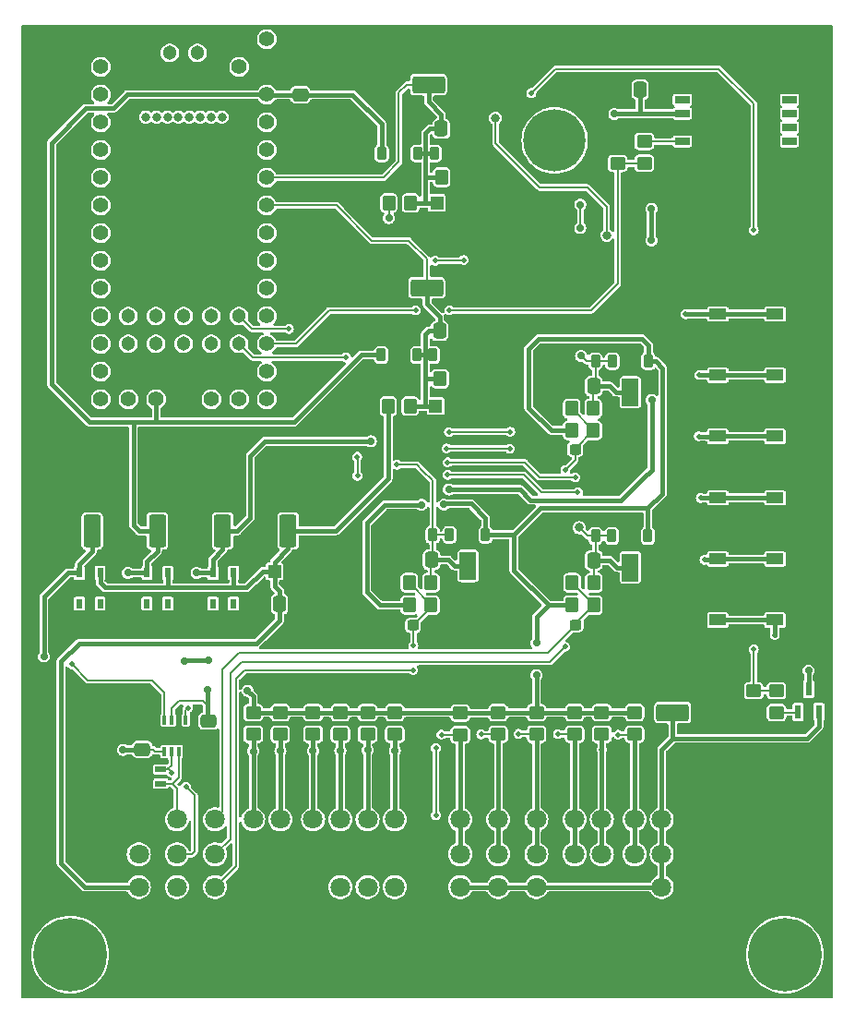
<source format=gtl>
G04 #@! TF.GenerationSoftware,KiCad,Pcbnew,7.0.8*
G04 #@! TF.CreationDate,2023-11-08T10:16:27+01:00*
G04 #@! TF.ProjectId,MicroKI,4d696372-6f4b-4492-9e6b-696361645f70,rev?*
G04 #@! TF.SameCoordinates,Original*
G04 #@! TF.FileFunction,Copper,L1,Top*
G04 #@! TF.FilePolarity,Positive*
%FSLAX46Y46*%
G04 Gerber Fmt 4.6, Leading zero omitted, Abs format (unit mm)*
G04 Created by KiCad (PCBNEW 7.0.8) date 2023-11-08 10:16:27*
%MOMM*%
%LPD*%
G01*
G04 APERTURE LIST*
G04 Aperture macros list*
%AMRoundRect*
0 Rectangle with rounded corners*
0 $1 Rounding radius*
0 $2 $3 $4 $5 $6 $7 $8 $9 X,Y pos of 4 corners*
0 Add a 4 corners polygon primitive as box body*
4,1,4,$2,$3,$4,$5,$6,$7,$8,$9,$2,$3,0*
0 Add four circle primitives for the rounded corners*
1,1,$1+$1,$2,$3*
1,1,$1+$1,$4,$5*
1,1,$1+$1,$6,$7*
1,1,$1+$1,$8,$9*
0 Add four rect primitives between the rounded corners*
20,1,$1+$1,$2,$3,$4,$5,0*
20,1,$1+$1,$4,$5,$6,$7,0*
20,1,$1+$1,$6,$7,$8,$9,0*
20,1,$1+$1,$8,$9,$2,$3,0*%
G04 Aperture macros list end*
G04 #@! TA.AperFunction,SMDPad,CuDef*
%ADD10RoundRect,0.250000X0.550000X-1.250000X0.550000X1.250000X-0.550000X1.250000X-0.550000X-1.250000X0*%
G04 #@! TD*
G04 #@! TA.AperFunction,SMDPad,CuDef*
%ADD11RoundRect,0.237500X-0.300000X-0.237500X0.300000X-0.237500X0.300000X0.237500X-0.300000X0.237500X0*%
G04 #@! TD*
G04 #@! TA.AperFunction,SMDPad,CuDef*
%ADD12RoundRect,0.225000X-0.225000X-0.375000X0.225000X-0.375000X0.225000X0.375000X-0.225000X0.375000X0*%
G04 #@! TD*
G04 #@! TA.AperFunction,SMDPad,CuDef*
%ADD13R,1.350000X0.690000*%
G04 #@! TD*
G04 #@! TA.AperFunction,ComponentPad*
%ADD14C,1.404000*%
G04 #@! TD*
G04 #@! TA.AperFunction,ComponentPad*
%ADD15C,1.304000*%
G04 #@! TD*
G04 #@! TA.AperFunction,ComponentPad*
%ADD16C,0.804000*%
G04 #@! TD*
G04 #@! TA.AperFunction,SMDPad,CuDef*
%ADD17RoundRect,0.250000X-0.450000X0.350000X-0.450000X-0.350000X0.450000X-0.350000X0.450000X0.350000X0*%
G04 #@! TD*
G04 #@! TA.AperFunction,SMDPad,CuDef*
%ADD18RoundRect,0.250000X-1.250000X-0.550000X1.250000X-0.550000X1.250000X0.550000X-1.250000X0.550000X0*%
G04 #@! TD*
G04 #@! TA.AperFunction,SMDPad,CuDef*
%ADD19RoundRect,0.250000X0.350000X0.450000X-0.350000X0.450000X-0.350000X-0.450000X0.350000X-0.450000X0*%
G04 #@! TD*
G04 #@! TA.AperFunction,SMDPad,CuDef*
%ADD20RoundRect,0.225000X0.225000X0.375000X-0.225000X0.375000X-0.225000X-0.375000X0.225000X-0.375000X0*%
G04 #@! TD*
G04 #@! TA.AperFunction,SMDPad,CuDef*
%ADD21R,0.600000X0.900000*%
G04 #@! TD*
G04 #@! TA.AperFunction,SMDPad,CuDef*
%ADD22RoundRect,0.250000X0.475000X-0.337500X0.475000X0.337500X-0.475000X0.337500X-0.475000X-0.337500X0*%
G04 #@! TD*
G04 #@! TA.AperFunction,SMDPad,CuDef*
%ADD23R,0.600000X1.300000*%
G04 #@! TD*
G04 #@! TA.AperFunction,SMDPad,CuDef*
%ADD24RoundRect,0.250000X0.337500X0.475000X-0.337500X0.475000X-0.337500X-0.475000X0.337500X-0.475000X0*%
G04 #@! TD*
G04 #@! TA.AperFunction,SMDPad,CuDef*
%ADD25RoundRect,0.250000X-0.550000X1.050000X-0.550000X-1.050000X0.550000X-1.050000X0.550000X1.050000X0*%
G04 #@! TD*
G04 #@! TA.AperFunction,SMDPad,CuDef*
%ADD26RoundRect,0.250000X-0.337500X-0.475000X0.337500X-0.475000X0.337500X0.475000X-0.337500X0.475000X0*%
G04 #@! TD*
G04 #@! TA.AperFunction,SMDPad,CuDef*
%ADD27R,1.200000X1.200000*%
G04 #@! TD*
G04 #@! TA.AperFunction,SMDPad,CuDef*
%ADD28RoundRect,0.250000X-0.475000X0.337500X-0.475000X-0.337500X0.475000X-0.337500X0.475000X0.337500X0*%
G04 #@! TD*
G04 #@! TA.AperFunction,SMDPad,CuDef*
%ADD29RoundRect,0.250000X0.450000X-0.350000X0.450000X0.350000X-0.450000X0.350000X-0.450000X-0.350000X0*%
G04 #@! TD*
G04 #@! TA.AperFunction,SMDPad,CuDef*
%ADD30R,1.550000X1.000000*%
G04 #@! TD*
G04 #@! TA.AperFunction,ComponentPad*
%ADD31C,1.800000*%
G04 #@! TD*
G04 #@! TA.AperFunction,ComponentPad*
%ADD32C,6.750000*%
G04 #@! TD*
G04 #@! TA.AperFunction,ComponentPad*
%ADD33C,3.600000*%
G04 #@! TD*
G04 #@! TA.AperFunction,ConnectorPad*
%ADD34C,5.700000*%
G04 #@! TD*
G04 #@! TA.AperFunction,SMDPad,CuDef*
%ADD35R,0.350000X0.850000*%
G04 #@! TD*
G04 #@! TA.AperFunction,SMDPad,CuDef*
%ADD36R,2.500000X1.680000*%
G04 #@! TD*
G04 #@! TA.AperFunction,SMDPad,CuDef*
%ADD37R,1.000000X0.550000*%
G04 #@! TD*
G04 #@! TA.AperFunction,ViaPad*
%ADD38C,0.700000*%
G04 #@! TD*
G04 #@! TA.AperFunction,ViaPad*
%ADD39C,0.500000*%
G04 #@! TD*
G04 #@! TA.AperFunction,ViaPad*
%ADD40C,0.800000*%
G04 #@! TD*
G04 #@! TA.AperFunction,Conductor*
%ADD41C,0.400000*%
G04 #@! TD*
G04 #@! TA.AperFunction,Conductor*
%ADD42C,0.200000*%
G04 #@! TD*
G04 APERTURE END LIST*
D10*
X91700000Y-97050000D03*
X91700000Y-92650000D03*
X79725000Y-97050000D03*
X79725000Y-92650000D03*
D11*
X124112500Y-105650000D03*
X125837500Y-105650000D03*
D12*
X106300000Y-62425000D03*
X109600000Y-62425000D03*
D13*
X133895000Y-57515000D03*
X133895000Y-58785000D03*
X133895000Y-60055000D03*
X133895000Y-61325000D03*
X143725000Y-61325000D03*
X143725000Y-60055000D03*
X143725000Y-58785000D03*
X143725000Y-57515000D03*
D14*
X80510000Y-51955000D03*
X80510000Y-54495000D03*
X80510000Y-57035000D03*
X80510000Y-59575000D03*
X80510000Y-62115000D03*
X80510000Y-64655000D03*
X80510000Y-67195000D03*
X80510000Y-69735000D03*
X80510000Y-72275000D03*
X80510000Y-74815000D03*
X80510000Y-77355000D03*
X80510000Y-79895000D03*
X80510000Y-82435000D03*
X80510000Y-84975000D03*
X83050000Y-84975000D03*
X85590000Y-84975000D03*
X88130000Y-84975000D03*
X90670000Y-84975000D03*
X93210000Y-84975000D03*
X95750000Y-84975000D03*
X95750000Y-82435000D03*
X95750000Y-79895000D03*
X95750000Y-77355000D03*
X95750000Y-74815000D03*
X95750000Y-72275000D03*
X95750000Y-69735000D03*
X95750000Y-67195000D03*
X95750000Y-64655000D03*
X95750000Y-62115000D03*
X95750000Y-59575000D03*
X95750000Y-57035000D03*
X95750000Y-54495000D03*
X95750000Y-51955000D03*
X93210000Y-54495000D03*
D15*
X93210000Y-79895000D03*
X93210000Y-77355000D03*
X90670000Y-79895000D03*
X90670000Y-77355000D03*
X88130000Y-79895000D03*
X88130000Y-77355000D03*
X85590000Y-79895000D03*
X85590000Y-77355000D03*
X83050000Y-79895000D03*
X83050000Y-77355000D03*
D16*
X91630000Y-59093400D03*
X90630000Y-59093400D03*
X89630000Y-59093400D03*
X88630000Y-59093400D03*
X87630000Y-59093400D03*
X86630000Y-59093400D03*
X85630000Y-59093400D03*
X84630000Y-59093400D03*
D15*
X89400000Y-53225000D03*
X86860000Y-53225000D03*
D17*
X105000000Y-113700000D03*
X105000000Y-115700000D03*
D18*
X110600000Y-56125000D03*
X115000000Y-56125000D03*
D19*
X108950000Y-66975000D03*
X106950000Y-66975000D03*
X125725000Y-85825000D03*
X123725000Y-85825000D03*
D10*
X97700000Y-97050000D03*
X97700000Y-92650000D03*
D20*
X125925000Y-97500000D03*
X122625000Y-97500000D03*
D17*
X94500000Y-113700000D03*
X94500000Y-115700000D03*
D21*
X78550000Y-103700000D03*
X79500000Y-103700000D03*
X80450000Y-103700000D03*
X80450000Y-100900000D03*
X78550000Y-100900000D03*
D22*
X98830000Y-57055000D03*
X98830000Y-54980000D03*
D17*
X124000000Y-113700000D03*
X124000000Y-115700000D03*
D23*
X144525000Y-113650000D03*
X146425000Y-113650000D03*
X145475000Y-111550000D03*
D24*
X110862500Y-99700000D03*
X108787500Y-99700000D03*
D25*
X114225000Y-100250000D03*
X114225000Y-103850000D03*
D20*
X115825000Y-97400000D03*
X112525000Y-97400000D03*
X130725000Y-97500000D03*
X127425000Y-97500000D03*
D26*
X111762500Y-60175000D03*
X113837500Y-60175000D03*
D24*
X125762500Y-99750000D03*
X123687500Y-99750000D03*
D27*
X96462500Y-100750000D03*
X99262500Y-100750000D03*
D17*
X113500000Y-113750000D03*
X113500000Y-115750000D03*
X96975000Y-113700000D03*
X96975000Y-115700000D03*
D21*
X84750000Y-103700000D03*
X85700000Y-103700000D03*
X86650000Y-103700000D03*
X86650000Y-100900000D03*
X84750000Y-100900000D03*
D19*
X125725000Y-87825000D03*
X123725000Y-87825000D03*
D17*
X107500000Y-113700000D03*
X107500000Y-115700000D03*
D12*
X111150000Y-62425000D03*
X114450000Y-62425000D03*
D17*
X142525000Y-111700000D03*
X142525000Y-113700000D03*
D26*
X111612500Y-78700000D03*
X113687500Y-78700000D03*
D19*
X110825000Y-103850000D03*
X108825000Y-103850000D03*
D20*
X130775000Y-81475000D03*
X127475000Y-81475000D03*
D17*
X120500000Y-113700000D03*
X120500000Y-115700000D03*
D28*
X90412500Y-114487500D03*
X90412500Y-116562500D03*
D17*
X129500000Y-113700000D03*
X129500000Y-115700000D03*
D21*
X90800000Y-103700000D03*
X91750000Y-103700000D03*
X92700000Y-103700000D03*
X92700000Y-100900000D03*
X90800000Y-100900000D03*
D12*
X106250000Y-80900000D03*
X109550000Y-80900000D03*
D19*
X125775000Y-101800000D03*
X123775000Y-101800000D03*
D11*
X109162500Y-105700000D03*
X110887500Y-105700000D03*
D19*
X108900000Y-85600000D03*
X106900000Y-85600000D03*
X125775000Y-103850000D03*
X123775000Y-103850000D03*
D24*
X125762500Y-83775000D03*
X123687500Y-83775000D03*
D12*
X111000000Y-80900000D03*
X114300000Y-80900000D03*
D25*
X129125000Y-100400000D03*
X129125000Y-104000000D03*
D22*
X84312500Y-117075000D03*
X84312500Y-115000000D03*
D29*
X140450000Y-113700000D03*
X140450000Y-111700000D03*
D30*
X137137500Y-79562500D03*
X142387500Y-79562500D03*
X137137500Y-82762500D03*
X142387500Y-82762500D03*
D26*
X96925000Y-103750000D03*
X99000000Y-103750000D03*
D18*
X133000000Y-113700000D03*
X137400000Y-113700000D03*
D17*
X117000000Y-113700000D03*
X117000000Y-115700000D03*
D30*
X137137500Y-96412500D03*
X142387500Y-96412500D03*
X137137500Y-99612500D03*
X142387500Y-99612500D03*
D20*
X110975000Y-97400000D03*
X107675000Y-97400000D03*
D30*
X137137500Y-85162500D03*
X142387500Y-85162500D03*
X137137500Y-88362500D03*
X142387500Y-88362500D03*
D17*
X126500000Y-113700000D03*
X126500000Y-115700000D03*
D19*
X113800000Y-64625000D03*
X111800000Y-64625000D03*
D29*
X130400000Y-63325000D03*
X130400000Y-61325000D03*
D31*
X84000000Y-123500000D03*
X87500000Y-123500000D03*
X91000000Y-123500000D03*
X94500000Y-123500000D03*
X97000000Y-123500000D03*
X100000000Y-123500000D03*
X102500000Y-123500000D03*
X105000000Y-123500000D03*
X107500000Y-123500000D03*
X84000000Y-126700000D03*
X87500000Y-126700000D03*
X91000000Y-126700000D03*
X94500000Y-126700000D03*
X97000000Y-126700000D03*
X100000000Y-126700000D03*
X102500000Y-126700000D03*
X105000000Y-126700000D03*
X107500000Y-126700000D03*
X84000000Y-129700000D03*
X87500000Y-129700000D03*
X91000000Y-129700000D03*
X102500000Y-129700000D03*
X105000000Y-129700000D03*
X107500000Y-129700000D03*
X113500000Y-123500000D03*
X117000000Y-123500000D03*
X120500000Y-123500000D03*
X124000000Y-123500000D03*
X126500000Y-123500000D03*
X129500000Y-123500000D03*
X132000000Y-123500000D03*
X134500000Y-123500000D03*
X137000000Y-123500000D03*
X113500000Y-126700000D03*
X117000000Y-126700000D03*
X120500000Y-126700000D03*
X124000000Y-126700000D03*
X126500000Y-126700000D03*
X129500000Y-126700000D03*
X132000000Y-126700000D03*
X134500000Y-126700000D03*
X137000000Y-126700000D03*
X113500000Y-129700000D03*
X117000000Y-129700000D03*
X120500000Y-129700000D03*
X132000000Y-129700000D03*
X134500000Y-129700000D03*
X137000000Y-129700000D03*
D32*
X77700000Y-135900000D03*
X143300000Y-135900000D03*
D19*
X113650000Y-83100000D03*
X111650000Y-83100000D03*
D20*
X125925000Y-81475000D03*
X122625000Y-81475000D03*
D30*
X137137500Y-102012500D03*
X142387500Y-102012500D03*
X137137500Y-105212500D03*
X142387500Y-105212500D03*
X137137500Y-73962500D03*
X142387500Y-73962500D03*
X137137500Y-77162500D03*
X142387500Y-77162500D03*
D10*
X85700000Y-97050000D03*
X85700000Y-92650000D03*
D25*
X129125000Y-84325000D03*
X129125000Y-87925000D03*
D18*
X110450000Y-74750000D03*
X114850000Y-74750000D03*
D17*
X127950000Y-61350000D03*
X127950000Y-63350000D03*
D11*
X124050000Y-89575000D03*
X125775000Y-89575000D03*
D19*
X110825000Y-101800000D03*
X108825000Y-101800000D03*
D33*
X122175000Y-61250000D03*
D34*
X122175000Y-61250000D03*
D17*
X100000000Y-113700000D03*
X100000000Y-115700000D03*
D35*
X88312500Y-114375000D03*
X87662500Y-114375000D03*
X87012500Y-114375000D03*
X86362500Y-114375000D03*
X86362500Y-117275000D03*
X87012500Y-117275000D03*
X87662500Y-117275000D03*
X88312500Y-117275000D03*
D36*
X87337500Y-115825000D03*
D27*
X111350000Y-66975000D03*
X114150000Y-66975000D03*
X111250000Y-85600000D03*
X114050000Y-85600000D03*
D17*
X102500000Y-113700000D03*
X102500000Y-115700000D03*
D37*
X86012500Y-120225000D03*
X86012500Y-118925000D03*
X84112500Y-119575000D03*
D24*
X130025000Y-56575000D03*
X127950000Y-56575000D03*
D30*
X137137500Y-90812500D03*
X142387500Y-90812500D03*
X137137500Y-94012500D03*
X142387500Y-94012500D03*
D38*
X82550000Y-117125000D03*
X112000000Y-94625000D03*
X120500000Y-110250000D03*
X90350000Y-108925000D03*
X109950000Y-94650000D03*
X93975000Y-111700000D03*
X88200000Y-108950000D03*
X120500000Y-107325000D03*
X83000000Y-100900000D03*
X86600000Y-63575000D03*
X103300000Y-86075000D03*
X95350000Y-129825000D03*
X124800000Y-128675000D03*
X115200000Y-106675000D03*
X83525000Y-112675000D03*
X86600000Y-64475000D03*
X83675000Y-138975000D03*
X82400000Y-98700000D03*
X111750000Y-110425000D03*
X102150000Y-93025000D03*
X88050000Y-89050000D03*
X146525000Y-68450000D03*
X146950000Y-51450000D03*
X128000000Y-128650000D03*
X80250000Y-88450000D03*
X90650000Y-89100000D03*
X82000000Y-139000000D03*
X98750000Y-83475000D03*
X88275000Y-65375000D03*
X97025000Y-129800000D03*
X138800000Y-139000000D03*
X86600000Y-65400000D03*
X114500000Y-106675000D03*
X77225000Y-91175000D03*
X90100000Y-119125000D03*
X79950000Y-124800000D03*
X106400000Y-101400000D03*
X77175000Y-51275000D03*
X95675000Y-118750000D03*
X79750000Y-105900000D03*
X73975000Y-51300000D03*
X98425000Y-117850000D03*
X124600000Y-109825000D03*
X145425000Y-51450000D03*
X98550000Y-129800000D03*
X85900000Y-105900000D03*
X88275000Y-63550000D03*
X77850000Y-95050000D03*
X89800000Y-63550000D03*
X146475000Y-97625000D03*
X89800000Y-64450000D03*
X85200000Y-138975000D03*
X85625000Y-89025000D03*
X111250000Y-130525000D03*
X146600000Y-82225000D03*
X139050000Y-109000000D03*
X91950000Y-105900000D03*
X112200000Y-95800000D03*
X143750000Y-51475000D03*
X113550000Y-52000000D03*
X111225000Y-127325000D03*
X79625000Y-118575000D03*
X140975000Y-124975000D03*
X106400000Y-100725000D03*
X135600000Y-139025000D03*
X126475000Y-128650000D03*
X75650000Y-51275000D03*
X115900000Y-106675000D03*
X116050000Y-82850000D03*
X120250000Y-72750000D03*
X101475000Y-93025000D03*
X88275000Y-64450000D03*
X79325000Y-113300000D03*
X102825000Y-93050000D03*
X89800000Y-65375000D03*
X111225000Y-128850000D03*
X106400000Y-100025000D03*
X137275000Y-139000000D03*
X115925000Y-78800000D03*
X130025000Y-109100000D03*
X127650000Y-58800000D03*
X131075000Y-85025000D03*
X89300000Y-100875000D03*
X90325000Y-111650000D03*
X112475000Y-93250000D03*
X131050000Y-67500000D03*
X105300000Y-88825000D03*
X131050000Y-70400000D03*
D39*
X88325000Y-120500000D03*
X87000000Y-119200000D03*
X77850000Y-109275000D03*
X88500000Y-113275000D03*
X140450000Y-69475000D03*
X140450000Y-107900000D03*
X120025000Y-56900000D03*
X113825000Y-72200000D03*
X111200000Y-72275000D03*
X115425000Y-115700000D03*
X118050000Y-89500000D03*
X118850000Y-115650000D03*
X112250000Y-89475000D03*
X118100000Y-87950000D03*
X122475000Y-115675000D03*
X112475000Y-87975000D03*
X126500000Y-117075000D03*
X124300000Y-93525000D03*
X112350000Y-91900000D03*
X103025000Y-81125000D03*
X97775000Y-78525000D03*
X124075000Y-92125000D03*
X128000000Y-115725000D03*
X112350000Y-90750000D03*
X123150000Y-91450000D03*
X123125000Y-107675000D03*
D38*
X124525000Y-69275000D03*
X124525000Y-67125000D03*
X124600000Y-81000000D03*
X106950000Y-68350000D03*
D39*
X142375000Y-106575000D03*
D38*
X107500000Y-117200000D03*
X105000000Y-117150000D03*
D39*
X135925000Y-99700000D03*
X135575000Y-94025000D03*
D38*
X102500000Y-117200000D03*
D39*
X135400000Y-88375000D03*
D38*
X100000000Y-117225000D03*
D39*
X135450000Y-82750000D03*
D38*
X97000000Y-117225000D03*
X94500000Y-117250000D03*
D39*
X134200000Y-77175000D03*
X111775000Y-115725000D03*
D40*
X124425000Y-96750000D03*
X116742878Y-59192878D03*
X126950000Y-69925000D03*
D39*
X109200000Y-107575000D03*
X109175000Y-109800000D03*
X107700000Y-90975000D03*
X104050000Y-90250000D03*
X104075000Y-92000000D03*
X111275000Y-116975000D03*
X111275000Y-123100000D03*
D38*
X75300000Y-108550000D03*
X145475000Y-109850000D03*
D39*
X109400000Y-76825000D03*
X112500000Y-76825000D03*
D41*
X115825000Y-97400000D02*
X118425000Y-97400000D01*
X112075000Y-94550000D02*
X112000000Y-94625000D01*
X115825000Y-97400000D02*
X115825000Y-95875000D01*
X106575000Y-94650000D02*
X104925000Y-96300000D01*
X85700000Y-97050000D02*
X85700000Y-98925000D01*
X83000000Y-100900000D02*
X84750000Y-100900000D01*
X120500000Y-113700000D02*
X120500000Y-110250000D01*
X104925000Y-96300000D02*
X104925000Y-102650000D01*
X79150000Y-58300000D02*
X76000000Y-61450000D01*
X94500000Y-113700000D02*
X94500000Y-112225000D01*
X132075000Y-82125000D02*
X131425000Y-81475000D01*
X113500000Y-113750000D02*
X116950000Y-113750000D01*
X120850000Y-94975000D02*
X130725000Y-94975000D01*
X83500000Y-96525000D02*
X83500000Y-87065000D01*
D42*
X85500000Y-117275000D02*
X85300000Y-117075000D01*
D41*
X98830000Y-57055000D02*
X95770000Y-57055000D01*
X120500000Y-113700000D02*
X124000000Y-113700000D01*
X120500000Y-104950000D02*
X121600000Y-103850000D01*
X130725000Y-94975000D02*
X132075000Y-93625000D01*
X79440000Y-87065000D02*
X83500000Y-87065000D01*
X98260000Y-87065000D02*
X85600000Y-87065000D01*
X96975000Y-113700000D02*
X100000000Y-113700000D01*
X84262500Y-117125000D02*
X84312500Y-117075000D01*
X131425000Y-81475000D02*
X130775000Y-81475000D01*
X85700000Y-97050000D02*
X84025000Y-97050000D01*
X85700000Y-98925000D02*
X84750000Y-99875000D01*
X94500000Y-112225000D02*
X93975000Y-111700000D01*
X118425000Y-97400000D02*
X120850000Y-94975000D01*
X132075000Y-93625000D02*
X132075000Y-82125000D01*
X121600000Y-103850000D02*
X118425000Y-100675000D01*
X103630000Y-57055000D02*
X98830000Y-57055000D01*
X90350000Y-108925000D02*
X88225000Y-108925000D01*
X84750000Y-99875000D02*
X84750000Y-100900000D01*
X130725000Y-97500000D02*
X130725000Y-94975000D01*
X85590000Y-84975000D02*
X85590000Y-87055000D01*
X85600000Y-87065000D02*
X83500000Y-87065000D01*
X95770000Y-57055000D02*
X95750000Y-57035000D01*
X82550000Y-117125000D02*
X84262500Y-117125000D01*
X102500000Y-113700000D02*
X105000000Y-113700000D01*
X104425000Y-80900000D02*
X98260000Y-87065000D01*
X106300000Y-62425000D02*
X106300000Y-59725000D01*
X76000000Y-61450000D02*
X76000000Y-83625000D01*
X88225000Y-108925000D02*
X88200000Y-108950000D01*
D42*
X85300000Y-117075000D02*
X84312500Y-117075000D01*
D41*
X118425000Y-100675000D02*
X118425000Y-97400000D01*
X107500000Y-113700000D02*
X113450000Y-113700000D01*
X105000000Y-113700000D02*
X107500000Y-113700000D01*
X81675000Y-58300000D02*
X79150000Y-58300000D01*
X124000000Y-113700000D02*
X126500000Y-113700000D01*
X123775000Y-103850000D02*
X121600000Y-103850000D01*
X82940000Y-57035000D02*
X81675000Y-58300000D01*
X119775000Y-80350000D02*
X120700000Y-79425000D01*
X120700000Y-79425000D02*
X130200000Y-79425000D01*
D42*
X86362500Y-117275000D02*
X85500000Y-117275000D01*
D41*
X130775000Y-80000000D02*
X130775000Y-81475000D01*
X120500000Y-107325000D02*
X120500000Y-104950000D01*
X119775000Y-85750000D02*
X119775000Y-80350000D01*
X94500000Y-113700000D02*
X96975000Y-113700000D01*
X115825000Y-95875000D02*
X114500000Y-94550000D01*
X130200000Y-79425000D02*
X130775000Y-80000000D01*
X121850000Y-87825000D02*
X119775000Y-85750000D01*
X84025000Y-97050000D02*
X83500000Y-96525000D01*
X117000000Y-113700000D02*
X120500000Y-113700000D01*
X106300000Y-59725000D02*
X103630000Y-57055000D01*
X116950000Y-113750000D02*
X117000000Y-113700000D01*
X106125000Y-103850000D02*
X108825000Y-103850000D01*
X100000000Y-113700000D02*
X102500000Y-113700000D01*
X85590000Y-87055000D02*
X85600000Y-87065000D01*
X106250000Y-80900000D02*
X104425000Y-80900000D01*
X95750000Y-57035000D02*
X82940000Y-57035000D01*
X114500000Y-94550000D02*
X112075000Y-94550000D01*
X126500000Y-113700000D02*
X129500000Y-113700000D01*
X76000000Y-83625000D02*
X79440000Y-87065000D01*
X104925000Y-102650000D02*
X106125000Y-103850000D01*
X109950000Y-94650000D02*
X106575000Y-94650000D01*
X123725000Y-87825000D02*
X121850000Y-87825000D01*
X113450000Y-113700000D02*
X113500000Y-113750000D01*
X127665000Y-58785000D02*
X130150000Y-58785000D01*
X95550000Y-88825000D02*
X98175000Y-88825000D01*
X119950000Y-94225000D02*
X125950000Y-94225000D01*
X130275000Y-92225000D02*
X131075000Y-91425000D01*
X90800000Y-99675000D02*
X90800000Y-100900000D01*
X94225000Y-90150000D02*
X95550000Y-88825000D01*
D42*
X87012500Y-114375000D02*
X87012500Y-113337500D01*
D41*
X93525000Y-96525000D02*
X94225000Y-95825000D01*
X131075000Y-91425000D02*
X131075000Y-85025000D01*
X89325000Y-100900000D02*
X89300000Y-100875000D01*
X130025000Y-56575000D02*
X130025000Y-58660000D01*
X93000000Y-97050000D02*
X93525000Y-96525000D01*
X130150000Y-58785000D02*
X133895000Y-58785000D01*
X91700000Y-97050000D02*
X93000000Y-97050000D01*
X90325000Y-111650000D02*
X90325000Y-114400000D01*
D42*
X90412500Y-113187500D02*
X90412500Y-114487500D01*
X89887500Y-112662500D02*
X90412500Y-113187500D01*
D41*
X91700000Y-98775000D02*
X90800000Y-99675000D01*
D42*
X87012500Y-113337500D02*
X87687500Y-112662500D01*
D41*
X90800000Y-100900000D02*
X89325000Y-100900000D01*
X90325000Y-114400000D02*
X90412500Y-114487500D01*
X125950000Y-94225000D02*
X128275000Y-94225000D01*
X131050000Y-70400000D02*
X131050000Y-67500000D01*
X127650000Y-58800000D02*
X127665000Y-58785000D01*
X91700000Y-97050000D02*
X91700000Y-98775000D01*
X98175000Y-88825000D02*
X105300000Y-88825000D01*
X128275000Y-94225000D02*
X130275000Y-92225000D01*
X119875000Y-94150000D02*
X119950000Y-94225000D01*
D42*
X87687500Y-112662500D02*
X89887500Y-112662500D01*
D41*
X118975000Y-93250000D02*
X119875000Y-94150000D01*
X94225000Y-95825000D02*
X94225000Y-90150000D01*
D42*
X130025000Y-58660000D02*
X130150000Y-58785000D01*
D41*
X112475000Y-93250000D02*
X118975000Y-93250000D01*
X97700000Y-97050000D02*
X97700000Y-98650000D01*
X96462500Y-99887500D02*
X96462500Y-100750000D01*
X96925000Y-103750000D02*
X96925000Y-102575000D01*
X96925000Y-102575000D02*
X96462500Y-102112500D01*
X92700000Y-100900000D02*
X92700000Y-102250000D01*
X96925000Y-105250000D02*
X96925000Y-103750000D01*
X76850000Y-109025000D02*
X78525000Y-107350000D01*
X84000000Y-129700000D02*
X79025000Y-129700000D01*
X86650000Y-100900000D02*
X86650000Y-102250000D01*
X96462500Y-102112500D02*
X96462500Y-100750000D01*
X106900000Y-92200000D02*
X106900000Y-85600000D01*
X97700000Y-97050000D02*
X102050000Y-97050000D01*
X93900000Y-102250000D02*
X95400000Y-100750000D01*
X78525000Y-107350000D02*
X94825000Y-107350000D01*
X80900000Y-102250000D02*
X86650000Y-102250000D01*
X80450000Y-100900000D02*
X80450000Y-101800000D01*
X79025000Y-129700000D02*
X76850000Y-127525000D01*
X92700000Y-102250000D02*
X93900000Y-102250000D01*
X80450000Y-101800000D02*
X80900000Y-102250000D01*
X97700000Y-98650000D02*
X96462500Y-99887500D01*
X86650000Y-102250000D02*
X92700000Y-102250000D01*
X102050000Y-97050000D02*
X106900000Y-92200000D01*
X76850000Y-127525000D02*
X76850000Y-109025000D01*
X95400000Y-100750000D02*
X96462500Y-100750000D01*
X94825000Y-107350000D02*
X96925000Y-105250000D01*
X133000000Y-116075000D02*
X133000000Y-113700000D01*
X132000000Y-126700000D02*
X132000000Y-123500000D01*
X132000000Y-129700000D02*
X120500000Y-129700000D01*
X132000000Y-123500000D02*
X132000000Y-117075000D01*
X145350000Y-116075000D02*
X133000000Y-116075000D01*
X146425000Y-113650000D02*
X146425000Y-115000000D01*
X120500000Y-129700000D02*
X117000000Y-129700000D01*
X117000000Y-129700000D02*
X113500000Y-129700000D01*
X132000000Y-129700000D02*
X132000000Y-126700000D01*
X132000000Y-117075000D02*
X133000000Y-116075000D01*
X146425000Y-115000000D02*
X145350000Y-116075000D01*
D42*
X87500000Y-123500000D02*
X87500000Y-120650000D01*
X87500000Y-120650000D02*
X87075000Y-120225000D01*
X87662500Y-117275000D02*
X87662500Y-119637500D01*
X87075000Y-120225000D02*
X86012500Y-120225000D01*
X87662500Y-119637500D02*
X87075000Y-120225000D01*
X89125000Y-126425000D02*
X88850000Y-126700000D01*
X88850000Y-126700000D02*
X87500000Y-126700000D01*
X86012500Y-118925000D02*
X86725000Y-118925000D01*
X87012500Y-118512500D02*
X86600000Y-118925000D01*
X88325000Y-120500000D02*
X89125000Y-121300000D01*
X87012500Y-117275000D02*
X87012500Y-118512500D01*
X89125000Y-121300000D02*
X89125000Y-126425000D01*
X86725000Y-118925000D02*
X87000000Y-119200000D01*
X86600000Y-118925000D02*
X86012500Y-118925000D01*
X85200000Y-110725000D02*
X79300000Y-110725000D01*
X86362500Y-111887500D02*
X85200000Y-110725000D01*
X79300000Y-110725000D02*
X77850000Y-109275000D01*
X86362500Y-114375000D02*
X86362500Y-111887500D01*
X88312500Y-113462500D02*
X88500000Y-113275000D01*
X88312500Y-114375000D02*
X88312500Y-113462500D01*
X144475000Y-113700000D02*
X144525000Y-113650000D01*
X142525000Y-113700000D02*
X144475000Y-113700000D01*
X140450000Y-111700000D02*
X142525000Y-111700000D01*
X137250000Y-54675000D02*
X134325000Y-54675000D01*
X140450000Y-111700000D02*
X140450000Y-107900000D01*
X140450000Y-69475000D02*
X140450000Y-62275000D01*
X140450000Y-57875000D02*
X137250000Y-54675000D01*
X122250000Y-54675000D02*
X120025000Y-56900000D01*
X134325000Y-54675000D02*
X122250000Y-54675000D01*
X140450000Y-62275000D02*
X140450000Y-57875000D01*
X111200000Y-72275000D02*
X113750000Y-72275000D01*
X113750000Y-72275000D02*
X113825000Y-72200000D01*
D41*
X117000000Y-126700000D02*
X117000000Y-123500000D01*
D42*
X115425000Y-115700000D02*
X117000000Y-115700000D01*
D41*
X117000000Y-115700000D02*
X117000000Y-123500000D01*
D42*
X120450000Y-115650000D02*
X120500000Y-115700000D01*
D41*
X120500000Y-126700000D02*
X120500000Y-123500000D01*
D42*
X112250000Y-89475000D02*
X118025000Y-89475000D01*
X118850000Y-115650000D02*
X120450000Y-115650000D01*
D41*
X120500000Y-115700000D02*
X120500000Y-123500000D01*
D42*
X118025000Y-89475000D02*
X118050000Y-89500000D01*
X118075000Y-87975000D02*
X118100000Y-87950000D01*
X122475000Y-115675000D02*
X123975000Y-115675000D01*
D41*
X124000000Y-115700000D02*
X124000000Y-123500000D01*
X124000000Y-126700000D02*
X124000000Y-123500000D01*
D42*
X112475000Y-87975000D02*
X118075000Y-87975000D01*
X123975000Y-115675000D02*
X124000000Y-115700000D01*
X119325000Y-91900000D02*
X120950000Y-93525000D01*
X103000000Y-81150000D02*
X103025000Y-81125000D01*
X96250000Y-81150000D02*
X103000000Y-81150000D01*
X120950000Y-93525000D02*
X124300000Y-93525000D01*
X93210000Y-79895000D02*
X94465000Y-81150000D01*
X112350000Y-91900000D02*
X119325000Y-91900000D01*
D41*
X126500000Y-126700000D02*
X126500000Y-123500000D01*
X126500000Y-115700000D02*
X126500000Y-117075000D01*
X126500000Y-117075000D02*
X126500000Y-123500000D01*
D42*
X94465000Y-81150000D02*
X96250000Y-81150000D01*
X94380000Y-78525000D02*
X97775000Y-78525000D01*
X120775000Y-92125000D02*
X124075000Y-92125000D01*
X93210000Y-77355000D02*
X94380000Y-78525000D01*
X119400000Y-90750000D02*
X119850000Y-91200000D01*
X129475000Y-115725000D02*
X129500000Y-115700000D01*
D41*
X129500000Y-115700000D02*
X129500000Y-123500000D01*
X129500000Y-126700000D02*
X129500000Y-123500000D01*
D42*
X119850000Y-91200000D02*
X120775000Y-92125000D01*
X128000000Y-115725000D02*
X129475000Y-115725000D01*
X112350000Y-90750000D02*
X119400000Y-90750000D01*
X92400000Y-119275000D02*
X92400000Y-110050000D01*
X125725000Y-87825000D02*
X124050000Y-89500000D01*
X125725000Y-87825000D02*
X123725000Y-85825000D01*
X92400000Y-125300000D02*
X92400000Y-119275000D01*
X91000000Y-126700000D02*
X92400000Y-125300000D01*
X125775000Y-87875000D02*
X125725000Y-87825000D01*
X124050000Y-89500000D02*
X124050000Y-89575000D01*
X124050000Y-90550000D02*
X124050000Y-89575000D01*
X93400000Y-109050000D02*
X121750000Y-109050000D01*
X121750000Y-109050000D02*
X123125000Y-107675000D01*
X92400000Y-110050000D02*
X93400000Y-109050000D01*
X123150000Y-91450000D02*
X124050000Y-90550000D01*
X124525000Y-69275000D02*
X124525000Y-67125000D01*
D41*
X129125000Y-84325000D02*
X127800000Y-84325000D01*
D42*
X127475000Y-81475000D02*
X125925000Y-81475000D01*
X125925000Y-81475000D02*
X125925000Y-83612500D01*
X125925000Y-81475000D02*
X125075000Y-81475000D01*
X125925000Y-83612500D02*
X125762500Y-83775000D01*
X125725000Y-83812500D02*
X125762500Y-83775000D01*
X125075000Y-81475000D02*
X124600000Y-81000000D01*
D41*
X127250000Y-83775000D02*
X125762500Y-83775000D01*
D42*
X125725000Y-85825000D02*
X125725000Y-83812500D01*
D41*
X127800000Y-84325000D02*
X127250000Y-83775000D01*
D42*
X106950000Y-68350000D02*
X106950000Y-66975000D01*
D41*
X110300000Y-80900000D02*
X110300000Y-79025000D01*
X110300000Y-85600000D02*
X111250000Y-85600000D01*
D42*
X105400000Y-70450000D02*
X108800000Y-70450000D01*
X102145000Y-67195000D02*
X105400000Y-70450000D01*
X108800000Y-70450000D02*
X110450000Y-72100000D01*
X95750000Y-67195000D02*
X102145000Y-67195000D01*
D41*
X111612500Y-77387500D02*
X110450000Y-76225000D01*
X111000000Y-80900000D02*
X110300000Y-80900000D01*
X110450000Y-76225000D02*
X110450000Y-74750000D01*
X111612500Y-78700000D02*
X111612500Y-77387500D01*
X110300000Y-80900000D02*
X110300000Y-83100000D01*
X110300000Y-83100000D02*
X110300000Y-85600000D01*
X111650000Y-83100000D02*
X110300000Y-83100000D01*
X110625000Y-78700000D02*
X111612500Y-78700000D01*
X110300000Y-80900000D02*
X109550000Y-80900000D01*
D42*
X110450000Y-72100000D02*
X110450000Y-74750000D01*
D41*
X110300000Y-79025000D02*
X110625000Y-78700000D01*
X108900000Y-85600000D02*
X110300000Y-85600000D01*
X110325000Y-66950000D02*
X110300000Y-66975000D01*
X110325000Y-62425000D02*
X109600000Y-62425000D01*
D42*
X95750000Y-64655000D02*
X106445000Y-64655000D01*
D41*
X110350000Y-64625000D02*
X110325000Y-64600000D01*
X110725000Y-60175000D02*
X111762500Y-60175000D01*
X110325000Y-60575000D02*
X110725000Y-60175000D01*
D42*
X107875000Y-63225000D02*
X107875000Y-56875000D01*
D41*
X111762500Y-60175000D02*
X111762500Y-58862500D01*
D42*
X108625000Y-56125000D02*
X110600000Y-56125000D01*
D41*
X110325000Y-62425000D02*
X110325000Y-60575000D01*
D42*
X106445000Y-64655000D02*
X107875000Y-63225000D01*
D41*
X110325000Y-62425000D02*
X110325000Y-64600000D01*
X111150000Y-62425000D02*
X110325000Y-62425000D01*
X110300000Y-66975000D02*
X108950000Y-66975000D01*
X111350000Y-66975000D02*
X110300000Y-66975000D01*
X110600000Y-57700000D02*
X110600000Y-56125000D01*
X110325000Y-64600000D02*
X110325000Y-66950000D01*
X111800000Y-64625000D02*
X110350000Y-64625000D01*
D42*
X107875000Y-56875000D02*
X108625000Y-56125000D01*
D41*
X111762500Y-58862500D02*
X110600000Y-57700000D01*
X137125000Y-105225000D02*
X137137500Y-105212500D01*
X107500000Y-115700000D02*
X107500000Y-117200000D01*
X142387500Y-106562500D02*
X142375000Y-106575000D01*
X107500000Y-123500000D02*
X107500000Y-117200000D01*
X142387500Y-105212500D02*
X142387500Y-106562500D01*
X142387500Y-105212500D02*
X137137500Y-105212500D01*
X105000000Y-123500000D02*
X105000000Y-117150000D01*
X137050000Y-99700000D02*
X137137500Y-99612500D01*
X135925000Y-99700000D02*
X137050000Y-99700000D01*
X105000000Y-115700000D02*
X105000000Y-117150000D01*
X142387500Y-99612500D02*
X137137500Y-99612500D01*
X142387500Y-94012500D02*
X137137500Y-94012500D01*
X102500000Y-123500000D02*
X102500000Y-117200000D01*
X137125000Y-94025000D02*
X137137500Y-94012500D01*
X135575000Y-94025000D02*
X137125000Y-94025000D01*
X102500000Y-115700000D02*
X102500000Y-117200000D01*
X100000000Y-115700000D02*
X100000000Y-117225000D01*
X100000000Y-123500000D02*
X100000000Y-117225000D01*
X135400000Y-88375000D02*
X137125000Y-88375000D01*
X142387500Y-88362500D02*
X137137500Y-88362500D01*
X137125000Y-88375000D02*
X137137500Y-88362500D01*
X137125000Y-82750000D02*
X137137500Y-82762500D01*
X142387500Y-82762500D02*
X137137500Y-82762500D01*
X97000000Y-123500000D02*
X97000000Y-117225000D01*
X135450000Y-82750000D02*
X137125000Y-82750000D01*
D42*
X96975000Y-117200000D02*
X97000000Y-117225000D01*
X96975000Y-115700000D02*
X96975000Y-117200000D01*
D41*
X97000000Y-115750000D02*
X96950000Y-115700000D01*
X97000000Y-117225000D02*
X97000000Y-115750000D01*
X94500000Y-115700000D02*
X94500000Y-117250000D01*
X142387500Y-77162500D02*
X137137500Y-77162500D01*
X134212500Y-77162500D02*
X134200000Y-77175000D01*
X137137500Y-77162500D02*
X134212500Y-77162500D01*
X94500000Y-123500000D02*
X94500000Y-117250000D01*
D42*
X113475000Y-115725000D02*
X113500000Y-115750000D01*
X111775000Y-115725000D02*
X113475000Y-115725000D01*
D41*
X113500000Y-115750000D02*
X113500000Y-123500000D01*
X113500000Y-126700000D02*
X113500000Y-123500000D01*
D42*
X125775000Y-101800000D02*
X125775000Y-99762500D01*
X126950000Y-69925000D02*
X126950000Y-67350000D01*
X116742878Y-61492878D02*
X116742878Y-59192878D01*
X126950000Y-67350000D02*
X125425000Y-65825000D01*
X125925000Y-97500000D02*
X125925000Y-99587500D01*
X125175000Y-97500000D02*
X124425000Y-96750000D01*
D41*
X127862500Y-100400000D02*
X127212500Y-99750000D01*
D42*
X127425000Y-97500000D02*
X125925000Y-97500000D01*
X125775000Y-99762500D02*
X125762500Y-99750000D01*
X125925000Y-99587500D02*
X125762500Y-99750000D01*
X120800000Y-65550000D02*
X116742878Y-61492878D01*
X125425000Y-65825000D02*
X125150000Y-65550000D01*
X125925000Y-97500000D02*
X125175000Y-97500000D01*
X125150000Y-65550000D02*
X120800000Y-65550000D01*
D41*
X127212500Y-99750000D02*
X125762500Y-99750000D01*
X129125000Y-100400000D02*
X127862500Y-100400000D01*
D42*
X121562500Y-108200000D02*
X124112500Y-105650000D01*
X93200000Y-108200000D02*
X121562500Y-108200000D01*
X125775000Y-103850000D02*
X125775000Y-103800000D01*
X91000000Y-123500000D02*
X91675000Y-122825000D01*
X125775000Y-103850000D02*
X124112500Y-105512500D01*
X124112500Y-105512500D02*
X124112500Y-105650000D01*
X91675000Y-122825000D02*
X91675000Y-109725000D01*
X91675000Y-109725000D02*
X93200000Y-108200000D01*
X125837500Y-103912500D02*
X125775000Y-103850000D01*
X125775000Y-103800000D02*
X123775000Y-101800000D01*
X91000000Y-129700000D02*
X92900000Y-127800000D01*
X92900000Y-127800000D02*
X92900000Y-110600000D01*
X93700000Y-109800000D02*
X109175000Y-109800000D01*
X110825000Y-104037500D02*
X109162500Y-105700000D01*
X110825000Y-103850000D02*
X110825000Y-103800000D01*
X110825000Y-103850000D02*
X110825000Y-104037500D01*
X110825000Y-103800000D02*
X108825000Y-101800000D01*
X109200000Y-105737500D02*
X109162500Y-105700000D01*
X92900000Y-110600000D02*
X93700000Y-109800000D01*
X109200000Y-107575000D02*
X109200000Y-105737500D01*
X110825000Y-101800000D02*
X110825000Y-99737500D01*
X112525000Y-97400000D02*
X110975000Y-97400000D01*
X110975000Y-99587500D02*
X110862500Y-99700000D01*
D41*
X114225000Y-100250000D02*
X112962500Y-100250000D01*
D42*
X110075000Y-91525000D02*
X109525000Y-90975000D01*
X110975000Y-97400000D02*
X110975000Y-99587500D01*
D41*
X112962500Y-100250000D02*
X112412500Y-99700000D01*
X112412500Y-99700000D02*
X110862500Y-99700000D01*
D42*
X109525000Y-90975000D02*
X107700000Y-90975000D01*
X110825000Y-99737500D02*
X110862500Y-99700000D01*
X110975000Y-97400000D02*
X110975000Y-92425000D01*
X110975000Y-92425000D02*
X110075000Y-91525000D01*
X111275000Y-123100000D02*
X111275000Y-116975000D01*
X104075000Y-92000000D02*
X104075000Y-90275000D01*
X104075000Y-90275000D02*
X104050000Y-90250000D01*
X130400000Y-61325000D02*
X133895000Y-61325000D01*
D41*
X75300000Y-108550000D02*
X75300000Y-103100000D01*
X79725000Y-97050000D02*
X79725000Y-98925000D01*
X79725000Y-98925000D02*
X78550000Y-100100000D01*
X78550000Y-100100000D02*
X78550000Y-100900000D01*
X75300000Y-103100000D02*
X77500000Y-100900000D01*
X145475000Y-111550000D02*
X145475000Y-109850000D01*
X77500000Y-100900000D02*
X78550000Y-100900000D01*
D42*
X101475000Y-76825000D02*
X98405000Y-79895000D01*
X127950000Y-63350000D02*
X127950000Y-74400000D01*
X127950000Y-74400000D02*
X125525000Y-76825000D01*
X125525000Y-76825000D02*
X112500000Y-76825000D01*
X109400000Y-76825000D02*
X101475000Y-76825000D01*
X127950000Y-63350000D02*
X130375000Y-63350000D01*
X98405000Y-79895000D02*
X95750000Y-79895000D01*
X130375000Y-63350000D02*
X130400000Y-63325000D01*
G04 #@! TA.AperFunction,Conductor*
G36*
X109416206Y-91295185D02*
G01*
X109436848Y-91311819D01*
X110638181Y-92513152D01*
X110671666Y-92574475D01*
X110674500Y-92600833D01*
X110674500Y-94337181D01*
X110654815Y-94404220D01*
X110602011Y-94449975D01*
X110532853Y-94459919D01*
X110469297Y-94430894D01*
X110435939Y-94384635D01*
X110430861Y-94372376D01*
X110430861Y-94372375D01*
X110342621Y-94257379D01*
X110227625Y-94169139D01*
X110227624Y-94169138D01*
X110227622Y-94169137D01*
X110093712Y-94113671D01*
X110093710Y-94113670D01*
X110093709Y-94113670D01*
X110021854Y-94104210D01*
X109950001Y-94094750D01*
X109949999Y-94094750D01*
X109806291Y-94113670D01*
X109806287Y-94113671D01*
X109672376Y-94169138D01*
X109672374Y-94169139D01*
X109601040Y-94223876D01*
X109535871Y-94249070D01*
X109525554Y-94249500D01*
X106540948Y-94249500D01*
X106540924Y-94249501D01*
X106511564Y-94249501D01*
X106490499Y-94256346D01*
X106471582Y-94260887D01*
X106449700Y-94264352D01*
X106449695Y-94264354D01*
X106429950Y-94274414D01*
X106411986Y-94281855D01*
X106390907Y-94288705D01*
X106372984Y-94301727D01*
X106356399Y-94311890D01*
X106336659Y-94321948D01*
X106325375Y-94333232D01*
X106314091Y-94344517D01*
X105042621Y-95615986D01*
X104619516Y-96039091D01*
X104619513Y-96039094D01*
X104596949Y-96061659D01*
X104596948Y-96061660D01*
X104586891Y-96081397D01*
X104576731Y-96097977D01*
X104563706Y-96115905D01*
X104563703Y-96115910D01*
X104556854Y-96136988D01*
X104549413Y-96154952D01*
X104539354Y-96174695D01*
X104535887Y-96196582D01*
X104531347Y-96215491D01*
X104524500Y-96236567D01*
X104524500Y-102713429D01*
X104524501Y-102713439D01*
X104531346Y-102734507D01*
X104535887Y-102753418D01*
X104539354Y-102775304D01*
X104539355Y-102775307D01*
X104549412Y-102795045D01*
X104556857Y-102813018D01*
X104563704Y-102834090D01*
X104576726Y-102852014D01*
X104586890Y-102868600D01*
X104588728Y-102872207D01*
X104596950Y-102888342D01*
X104617864Y-102909256D01*
X104617893Y-102909287D01*
X105532250Y-103823642D01*
X105796950Y-104088342D01*
X105886658Y-104178050D01*
X105906395Y-104188106D01*
X105922981Y-104198269D01*
X105940910Y-104211296D01*
X105940912Y-104211296D01*
X105940913Y-104211297D01*
X105961974Y-104218140D01*
X105979953Y-104225586D01*
X105999696Y-104235646D01*
X106021585Y-104239112D01*
X106040501Y-104243653D01*
X106061567Y-104250499D01*
X106090924Y-104250499D01*
X106090948Y-104250500D01*
X106093481Y-104250500D01*
X107901853Y-104250500D01*
X107968892Y-104270185D01*
X108014647Y-104322989D01*
X108025311Y-104362921D01*
X108027353Y-104384699D01*
X108027353Y-104384701D01*
X108071898Y-104512000D01*
X108072207Y-104512882D01*
X108152850Y-104622150D01*
X108262118Y-104702793D01*
X108287453Y-104711658D01*
X108390299Y-104747646D01*
X108420730Y-104750500D01*
X108420734Y-104750500D01*
X109229270Y-104750500D01*
X109259699Y-104747646D01*
X109259701Y-104747646D01*
X109323790Y-104725219D01*
X109387882Y-104702793D01*
X109387887Y-104702789D01*
X109396101Y-104698449D01*
X109397918Y-104701887D01*
X109445929Y-104684226D01*
X109514134Y-104699386D01*
X109563316Y-104749014D01*
X109577860Y-104817353D01*
X109553148Y-104882707D01*
X109541900Y-104895628D01*
X109449346Y-104988182D01*
X109388026Y-105021666D01*
X109361667Y-105024500D01*
X108809740Y-105024500D01*
X108780150Y-105027274D01*
X108655523Y-105070884D01*
X108549289Y-105149288D01*
X108549288Y-105149289D01*
X108470884Y-105255523D01*
X108427274Y-105380150D01*
X108424500Y-105409739D01*
X108424500Y-105990260D01*
X108427274Y-106019849D01*
X108470884Y-106144476D01*
X108549288Y-106250710D01*
X108549289Y-106250711D01*
X108655523Y-106329115D01*
X108655524Y-106329115D01*
X108655525Y-106329116D01*
X108780151Y-106372725D01*
X108787071Y-106373373D01*
X108851979Y-106399226D01*
X108892608Y-106456068D01*
X108899500Y-106496832D01*
X108899500Y-107187611D01*
X108879815Y-107254650D01*
X108869214Y-107268812D01*
X108817120Y-107328932D01*
X108817117Y-107328938D01*
X108763302Y-107446774D01*
X108744867Y-107575000D01*
X108763302Y-107703225D01*
X108772785Y-107723988D01*
X108782729Y-107793146D01*
X108753704Y-107856702D01*
X108694927Y-107894477D01*
X108659991Y-107899500D01*
X95140175Y-107899500D01*
X95073136Y-107879815D01*
X95027381Y-107827011D01*
X95017437Y-107757853D01*
X95046462Y-107694297D01*
X95056534Y-107685053D01*
X95056437Y-107684956D01*
X95066392Y-107675000D01*
X95078834Y-107662557D01*
X95078841Y-107662552D01*
X95610824Y-107130569D01*
X97230483Y-105510909D01*
X97253050Y-105488342D01*
X97263109Y-105468597D01*
X97273271Y-105452014D01*
X97286296Y-105434090D01*
X97293141Y-105413022D01*
X97300586Y-105395045D01*
X97310646Y-105375304D01*
X97314112Y-105353415D01*
X97318652Y-105334501D01*
X97325499Y-105313433D01*
X97325499Y-105284076D01*
X97325500Y-105284051D01*
X97325500Y-104768221D01*
X97345185Y-104701182D01*
X97397989Y-104655427D01*
X97408522Y-104651188D01*
X97475382Y-104627793D01*
X97584650Y-104547150D01*
X97665293Y-104437882D01*
X97694059Y-104355673D01*
X97710146Y-104309701D01*
X97710146Y-104309699D01*
X97713000Y-104279269D01*
X97713000Y-103220730D01*
X97710146Y-103190300D01*
X97710146Y-103190298D01*
X97670798Y-103077850D01*
X97665293Y-103062118D01*
X97584650Y-102952850D01*
X97475382Y-102872207D01*
X97408544Y-102848819D01*
X97351768Y-102808097D01*
X97326022Y-102743144D01*
X97325500Y-102731778D01*
X97325500Y-102511569D01*
X97325500Y-102511567D01*
X97318653Y-102490497D01*
X97314111Y-102471577D01*
X97312734Y-102462882D01*
X97310646Y-102449696D01*
X97300584Y-102429949D01*
X97293140Y-102411976D01*
X97286295Y-102390909D01*
X97273274Y-102372987D01*
X97263108Y-102356398D01*
X97260277Y-102350842D01*
X97253050Y-102336658D01*
X97232398Y-102316006D01*
X97232380Y-102315986D01*
X96899319Y-101982925D01*
X96865834Y-101921602D01*
X96863000Y-101895244D01*
X96863000Y-101674500D01*
X96882685Y-101607461D01*
X96935489Y-101561706D01*
X96987000Y-101550500D01*
X97082250Y-101550500D01*
X97082251Y-101550499D01*
X97097068Y-101547552D01*
X97140729Y-101538868D01*
X97140729Y-101538867D01*
X97140731Y-101538867D01*
X97207052Y-101494552D01*
X97251367Y-101428231D01*
X97251367Y-101428229D01*
X97251368Y-101428229D01*
X97262999Y-101369752D01*
X97263000Y-101369750D01*
X97263000Y-100130249D01*
X97262999Y-100130247D01*
X97251368Y-100071770D01*
X97251367Y-100071769D01*
X97207051Y-100005446D01*
X97155178Y-99970785D01*
X97110374Y-99917172D01*
X97101667Y-99847847D01*
X97131822Y-99784820D01*
X97136373Y-99780019D01*
X98005483Y-98910909D01*
X98028050Y-98888342D01*
X98038109Y-98868597D01*
X98048271Y-98852014D01*
X98061296Y-98834090D01*
X98061297Y-98834084D01*
X98061299Y-98834083D01*
X98065731Y-98825388D01*
X98067411Y-98826244D01*
X98100056Y-98778505D01*
X98164415Y-98751308D01*
X98178548Y-98750500D01*
X98304270Y-98750500D01*
X98334699Y-98747646D01*
X98334701Y-98747646D01*
X98420740Y-98717539D01*
X98462882Y-98702793D01*
X98572150Y-98622150D01*
X98652793Y-98512882D01*
X98675219Y-98448790D01*
X98697646Y-98384701D01*
X98697646Y-98384699D01*
X98700500Y-98354269D01*
X98700500Y-97574500D01*
X98720185Y-97507461D01*
X98772989Y-97461706D01*
X98824500Y-97450500D01*
X102113431Y-97450500D01*
X102113433Y-97450500D01*
X102134501Y-97443654D01*
X102153417Y-97439112D01*
X102175304Y-97435646D01*
X102195044Y-97425586D01*
X102213011Y-97418144D01*
X102234090Y-97411296D01*
X102252026Y-97398263D01*
X102268588Y-97388114D01*
X102288342Y-97378050D01*
X102303834Y-97362557D01*
X102303841Y-97362552D01*
X107212552Y-92453841D01*
X107212557Y-92453834D01*
X107228050Y-92438342D01*
X107238109Y-92418598D01*
X107248269Y-92402018D01*
X107261296Y-92384089D01*
X107268142Y-92363017D01*
X107275588Y-92345043D01*
X107276943Y-92342383D01*
X107285646Y-92325304D01*
X107289112Y-92303416D01*
X107293651Y-92284510D01*
X107300500Y-92263433D01*
X107300500Y-92136567D01*
X107300500Y-91480856D01*
X107320185Y-91413817D01*
X107372989Y-91368062D01*
X107442147Y-91358118D01*
X107491537Y-91376540D01*
X107510931Y-91389004D01*
X107510934Y-91389005D01*
X107510933Y-91389005D01*
X107635225Y-91425499D01*
X107635227Y-91425500D01*
X107635228Y-91425500D01*
X107764773Y-91425500D01*
X107764773Y-91425499D01*
X107889069Y-91389004D01*
X107998049Y-91318967D01*
X107998374Y-91318591D01*
X107998631Y-91318296D01*
X107999379Y-91317815D01*
X108004754Y-91313158D01*
X108005423Y-91313930D01*
X108057409Y-91280523D01*
X108092343Y-91275500D01*
X109349167Y-91275500D01*
X109416206Y-91295185D01*
G37*
G04 #@! TD.AperFunction*
G04 #@! TA.AperFunction,Conductor*
G36*
X111480703Y-94844105D02*
G01*
X111514061Y-94890366D01*
X111519137Y-94902622D01*
X111519138Y-94902624D01*
X111519139Y-94902625D01*
X111607379Y-95017621D01*
X111722375Y-95105861D01*
X111856291Y-95161330D01*
X111983280Y-95178048D01*
X111999999Y-95180250D01*
X112000000Y-95180250D01*
X112000001Y-95180250D01*
X112014977Y-95178278D01*
X112143709Y-95161330D01*
X112277625Y-95105861D01*
X112392621Y-95017621D01*
X112406900Y-94999011D01*
X112463329Y-94957810D01*
X112505275Y-94950500D01*
X114282745Y-94950500D01*
X114349784Y-94970185D01*
X114370426Y-94986819D01*
X115388181Y-96004574D01*
X115421666Y-96065897D01*
X115424500Y-96092255D01*
X115424500Y-96560884D01*
X115404815Y-96627923D01*
X115356796Y-96671368D01*
X115346778Y-96676472D01*
X115251476Y-96771774D01*
X115251473Y-96771778D01*
X115190279Y-96891878D01*
X115174500Y-96991506D01*
X115174500Y-97808493D01*
X115190279Y-97908121D01*
X115190280Y-97908122D01*
X115190281Y-97908126D01*
X115241234Y-98008126D01*
X115251473Y-98028221D01*
X115251476Y-98028225D01*
X115346774Y-98123523D01*
X115346778Y-98123526D01*
X115346780Y-98123528D01*
X115466874Y-98184719D01*
X115466876Y-98184719D01*
X115466878Y-98184720D01*
X115566507Y-98200500D01*
X115566512Y-98200500D01*
X116083493Y-98200500D01*
X116183121Y-98184720D01*
X116183121Y-98184719D01*
X116183126Y-98184719D01*
X116303220Y-98123528D01*
X116398528Y-98028220D01*
X116459719Y-97908126D01*
X116459720Y-97908121D01*
X116460199Y-97905099D01*
X116461801Y-97901719D01*
X116462737Y-97898840D01*
X116463109Y-97898960D01*
X116490131Y-97841965D01*
X116549443Y-97805035D01*
X116582672Y-97800500D01*
X117900500Y-97800500D01*
X117967539Y-97820185D01*
X118013294Y-97872989D01*
X118024500Y-97924500D01*
X118024500Y-100738429D01*
X118024501Y-100738439D01*
X118031346Y-100759507D01*
X118035887Y-100778418D01*
X118039354Y-100800304D01*
X118039355Y-100800307D01*
X118049412Y-100820045D01*
X118056857Y-100838018D01*
X118063704Y-100859090D01*
X118076726Y-100877014D01*
X118086890Y-100893600D01*
X118091351Y-100902354D01*
X118096950Y-100913342D01*
X118117864Y-100934256D01*
X118117893Y-100934287D01*
X120945925Y-103762319D01*
X120979410Y-103823642D01*
X120974426Y-103893334D01*
X120945925Y-103937681D01*
X120194516Y-104689091D01*
X120194513Y-104689094D01*
X120171949Y-104711659D01*
X120171948Y-104711660D01*
X120161891Y-104731397D01*
X120151731Y-104747977D01*
X120138706Y-104765905D01*
X120138703Y-104765910D01*
X120131854Y-104786988D01*
X120124413Y-104804952D01*
X120114354Y-104824695D01*
X120110887Y-104846582D01*
X120106347Y-104865491D01*
X120099500Y-104886567D01*
X120099500Y-106900553D01*
X120079815Y-106967592D01*
X120073876Y-106976039D01*
X120019139Y-107047374D01*
X120019138Y-107047376D01*
X119963671Y-107181287D01*
X119963670Y-107181291D01*
X119944750Y-107324999D01*
X119944750Y-107325000D01*
X119963670Y-107468708D01*
X119963671Y-107468712D01*
X120019138Y-107602623D01*
X120019139Y-107602626D01*
X120093868Y-107700013D01*
X120119063Y-107765182D01*
X120105025Y-107833627D01*
X120056211Y-107883617D01*
X119995493Y-107899500D01*
X109740009Y-107899500D01*
X109672970Y-107879815D01*
X109627215Y-107827011D01*
X109617271Y-107757853D01*
X109627215Y-107723988D01*
X109630123Y-107717621D01*
X109636697Y-107703226D01*
X109655133Y-107575000D01*
X109636697Y-107446774D01*
X109582882Y-107328937D01*
X109582880Y-107328935D01*
X109582879Y-107328932D01*
X109530786Y-107268812D01*
X109501762Y-107205256D01*
X109500500Y-107187611D01*
X109500500Y-106476226D01*
X109520185Y-106409187D01*
X109572989Y-106363432D01*
X109583545Y-106359185D01*
X109610778Y-106349654D01*
X109669475Y-106329116D01*
X109775711Y-106250711D01*
X109854116Y-106144475D01*
X109897725Y-106019849D01*
X109900500Y-105990256D01*
X109900500Y-105438332D01*
X109920185Y-105371293D01*
X109936819Y-105350651D01*
X110500652Y-104786819D01*
X110561975Y-104753334D01*
X110588333Y-104750500D01*
X111229270Y-104750500D01*
X111259699Y-104747646D01*
X111259701Y-104747646D01*
X111323790Y-104725219D01*
X111387882Y-104702793D01*
X111497150Y-104622150D01*
X111577793Y-104512882D01*
X111609049Y-104423558D01*
X111622646Y-104384701D01*
X111622646Y-104384699D01*
X111625500Y-104354269D01*
X111625500Y-103345730D01*
X111622646Y-103315300D01*
X111622646Y-103315298D01*
X111587822Y-103215780D01*
X111577793Y-103187118D01*
X111497150Y-103077850D01*
X111387882Y-102997207D01*
X111387880Y-102997206D01*
X111259700Y-102952353D01*
X111229270Y-102949500D01*
X111229266Y-102949500D01*
X110450833Y-102949500D01*
X110383794Y-102929815D01*
X110363152Y-102913181D01*
X110362152Y-102912181D01*
X110328667Y-102850858D01*
X110333651Y-102781166D01*
X110375523Y-102725233D01*
X110440987Y-102700816D01*
X110449833Y-102700500D01*
X111229270Y-102700500D01*
X111259699Y-102697646D01*
X111259701Y-102697646D01*
X111323790Y-102675219D01*
X111387882Y-102652793D01*
X111497150Y-102572150D01*
X111577793Y-102462882D01*
X111609101Y-102373409D01*
X111622646Y-102334701D01*
X111622646Y-102334699D01*
X111625500Y-102304269D01*
X111625500Y-101295730D01*
X111622646Y-101265300D01*
X111622646Y-101265298D01*
X111583218Y-101152622D01*
X111577793Y-101137118D01*
X111497150Y-101027850D01*
X111387882Y-100947207D01*
X111387880Y-100947206D01*
X111259700Y-100902353D01*
X111237921Y-100900311D01*
X111173013Y-100874453D01*
X111132388Y-100817607D01*
X111125500Y-100776853D01*
X111125500Y-100749500D01*
X111145185Y-100682461D01*
X111197989Y-100636706D01*
X111249500Y-100625500D01*
X111254270Y-100625500D01*
X111284699Y-100622646D01*
X111284701Y-100622646D01*
X111356914Y-100597377D01*
X111412882Y-100577793D01*
X111522150Y-100497150D01*
X111602793Y-100387882D01*
X111630150Y-100309699D01*
X111647646Y-100259701D01*
X111647646Y-100259699D01*
X111650500Y-100229269D01*
X111650500Y-100224500D01*
X111670185Y-100157461D01*
X111722989Y-100111706D01*
X111774500Y-100100500D01*
X112195245Y-100100500D01*
X112262284Y-100120185D01*
X112282926Y-100136819D01*
X112459107Y-100312999D01*
X112634450Y-100488342D01*
X112724158Y-100578050D01*
X112743895Y-100588106D01*
X112760481Y-100598269D01*
X112778410Y-100611296D01*
X112778412Y-100611296D01*
X112778413Y-100611297D01*
X112799474Y-100618140D01*
X112817453Y-100625586D01*
X112837196Y-100635646D01*
X112859085Y-100639112D01*
X112878001Y-100643653D01*
X112899067Y-100650499D01*
X112928424Y-100650499D01*
X112928448Y-100650500D01*
X112930981Y-100650500D01*
X113100500Y-100650500D01*
X113167539Y-100670185D01*
X113213294Y-100722989D01*
X113224500Y-100774500D01*
X113224500Y-101354269D01*
X113227353Y-101384699D01*
X113227353Y-101384701D01*
X113265793Y-101494552D01*
X113272207Y-101512882D01*
X113352850Y-101622150D01*
X113462118Y-101702793D01*
X113504845Y-101717744D01*
X113590299Y-101747646D01*
X113620730Y-101750500D01*
X113620734Y-101750500D01*
X114829270Y-101750500D01*
X114859699Y-101747646D01*
X114859701Y-101747646D01*
X114923790Y-101725219D01*
X114987882Y-101702793D01*
X115097150Y-101622150D01*
X115177793Y-101512882D01*
X115207414Y-101428229D01*
X115222646Y-101384701D01*
X115222646Y-101384699D01*
X115225500Y-101354269D01*
X115225500Y-99145730D01*
X115222646Y-99115300D01*
X115222646Y-99115298D01*
X115177793Y-98987119D01*
X115177792Y-98987117D01*
X115163644Y-98967947D01*
X115097150Y-98877850D01*
X114987882Y-98797207D01*
X114987880Y-98797206D01*
X114859700Y-98752353D01*
X114829270Y-98749500D01*
X114829266Y-98749500D01*
X113620734Y-98749500D01*
X113620730Y-98749500D01*
X113590300Y-98752353D01*
X113590298Y-98752353D01*
X113462119Y-98797206D01*
X113462117Y-98797207D01*
X113352850Y-98877850D01*
X113272207Y-98987117D01*
X113272206Y-98987119D01*
X113227353Y-99115298D01*
X113227353Y-99115300D01*
X113224500Y-99145730D01*
X113224500Y-99646245D01*
X113204815Y-99713284D01*
X113152011Y-99759039D01*
X113082853Y-99768983D01*
X113019297Y-99739958D01*
X113012819Y-99733926D01*
X112671787Y-99392893D01*
X112671756Y-99392864D01*
X112650842Y-99371950D01*
X112650841Y-99371949D01*
X112631100Y-99361890D01*
X112614514Y-99351726D01*
X112596590Y-99338704D01*
X112596591Y-99338704D01*
X112575518Y-99331857D01*
X112557545Y-99324412D01*
X112537807Y-99314355D01*
X112537804Y-99314354D01*
X112515918Y-99310887D01*
X112497007Y-99306346D01*
X112475939Y-99299501D01*
X112475934Y-99299500D01*
X112475933Y-99299500D01*
X112475929Y-99299500D01*
X111774500Y-99299500D01*
X111707461Y-99279815D01*
X111661706Y-99227011D01*
X111650500Y-99175500D01*
X111650500Y-99170730D01*
X111647646Y-99140300D01*
X111647646Y-99140298D01*
X111608298Y-99027850D01*
X111602793Y-99012118D01*
X111522150Y-98902850D01*
X111412882Y-98822207D01*
X111412879Y-98822206D01*
X111358544Y-98803193D01*
X111301768Y-98762471D01*
X111276022Y-98697518D01*
X111275500Y-98686152D01*
X111275500Y-98290068D01*
X111295185Y-98223029D01*
X111343203Y-98179584D01*
X111453220Y-98123528D01*
X111548528Y-98028220D01*
X111609719Y-97908126D01*
X111609720Y-97908121D01*
X111626037Y-97805102D01*
X111655966Y-97741967D01*
X111715278Y-97705036D01*
X111748510Y-97700500D01*
X111751490Y-97700500D01*
X111818529Y-97720185D01*
X111864284Y-97772989D01*
X111873963Y-97805102D01*
X111890279Y-97908121D01*
X111890280Y-97908122D01*
X111890281Y-97908126D01*
X111941234Y-98008126D01*
X111951473Y-98028221D01*
X111951476Y-98028225D01*
X112046774Y-98123523D01*
X112046778Y-98123526D01*
X112046780Y-98123528D01*
X112166874Y-98184719D01*
X112166876Y-98184719D01*
X112166878Y-98184720D01*
X112266507Y-98200500D01*
X112266512Y-98200500D01*
X112783493Y-98200500D01*
X112883121Y-98184720D01*
X112883121Y-98184719D01*
X112883126Y-98184719D01*
X113003220Y-98123528D01*
X113098528Y-98028220D01*
X113159719Y-97908126D01*
X113159720Y-97908121D01*
X113175500Y-97808493D01*
X113175500Y-96991506D01*
X113159720Y-96891878D01*
X113159719Y-96891876D01*
X113159719Y-96891874D01*
X113098528Y-96771780D01*
X113098526Y-96771778D01*
X113098523Y-96771774D01*
X113003225Y-96676476D01*
X113003221Y-96676473D01*
X113003220Y-96676472D01*
X112883126Y-96615281D01*
X112883124Y-96615280D01*
X112883121Y-96615279D01*
X112783493Y-96599500D01*
X112783488Y-96599500D01*
X112266512Y-96599500D01*
X112266507Y-96599500D01*
X112166878Y-96615279D01*
X112166874Y-96615280D01*
X112166874Y-96615281D01*
X112105278Y-96646666D01*
X112046778Y-96676473D01*
X112046774Y-96676476D01*
X111951476Y-96771774D01*
X111951473Y-96771778D01*
X111890279Y-96891878D01*
X111873963Y-96994898D01*
X111844034Y-97058033D01*
X111784722Y-97094964D01*
X111751490Y-97099500D01*
X111748510Y-97099500D01*
X111681471Y-97079815D01*
X111635716Y-97027011D01*
X111626037Y-96994898D01*
X111609720Y-96891878D01*
X111609719Y-96891876D01*
X111609719Y-96891874D01*
X111548528Y-96771780D01*
X111548526Y-96771778D01*
X111548523Y-96771774D01*
X111453225Y-96676476D01*
X111453222Y-96676474D01*
X111453220Y-96676472D01*
X111343203Y-96620415D01*
X111292409Y-96572442D01*
X111275500Y-96509932D01*
X111275500Y-94937818D01*
X111295185Y-94870779D01*
X111347989Y-94825024D01*
X111417147Y-94815080D01*
X111480703Y-94844105D01*
G37*
G04 #@! TD.AperFunction*
G04 #@! TA.AperFunction,Conductor*
G36*
X110613773Y-94856176D02*
G01*
X110661384Y-94907313D01*
X110674500Y-94962818D01*
X110674500Y-96509932D01*
X110654815Y-96576971D01*
X110606796Y-96620415D01*
X110496780Y-96676472D01*
X110496779Y-96676473D01*
X110496774Y-96676476D01*
X110401476Y-96771774D01*
X110401473Y-96771778D01*
X110340279Y-96891878D01*
X110324500Y-96991506D01*
X110324500Y-97808493D01*
X110340279Y-97908121D01*
X110340280Y-97908122D01*
X110340281Y-97908126D01*
X110391234Y-98008126D01*
X110401473Y-98028221D01*
X110401476Y-98028225D01*
X110496774Y-98123523D01*
X110496776Y-98123524D01*
X110496780Y-98123528D01*
X110606796Y-98179584D01*
X110657591Y-98227558D01*
X110674500Y-98290068D01*
X110674500Y-98650500D01*
X110654815Y-98717539D01*
X110602011Y-98763294D01*
X110550500Y-98774500D01*
X110470730Y-98774500D01*
X110440300Y-98777353D01*
X110440298Y-98777353D01*
X110312119Y-98822206D01*
X110312117Y-98822207D01*
X110202850Y-98902850D01*
X110122207Y-99012117D01*
X110122206Y-99012119D01*
X110077353Y-99140298D01*
X110077353Y-99140300D01*
X110074500Y-99170730D01*
X110074500Y-100229269D01*
X110077353Y-100259699D01*
X110077353Y-100259701D01*
X110120098Y-100381855D01*
X110122207Y-100387882D01*
X110202850Y-100497150D01*
X110312118Y-100577793D01*
X110368086Y-100597377D01*
X110441455Y-100623050D01*
X110498231Y-100663771D01*
X110523978Y-100728724D01*
X110524500Y-100740091D01*
X110524500Y-100776853D01*
X110504815Y-100843892D01*
X110452011Y-100889647D01*
X110412079Y-100900311D01*
X110390300Y-100902353D01*
X110390298Y-100902353D01*
X110262119Y-100947206D01*
X110262117Y-100947207D01*
X110152850Y-101027850D01*
X110072207Y-101137117D01*
X110072206Y-101137119D01*
X110027353Y-101265298D01*
X110027353Y-101265300D01*
X110024500Y-101295730D01*
X110024500Y-102275167D01*
X110004815Y-102342206D01*
X109952011Y-102387961D01*
X109882853Y-102397905D01*
X109819297Y-102368880D01*
X109812819Y-102362848D01*
X109661819Y-102211848D01*
X109628334Y-102150525D01*
X109625500Y-102124167D01*
X109625500Y-101295730D01*
X109622646Y-101265300D01*
X109622646Y-101265298D01*
X109583218Y-101152622D01*
X109577793Y-101137118D01*
X109497150Y-101027850D01*
X109387882Y-100947207D01*
X109387880Y-100947206D01*
X109259700Y-100902353D01*
X109229270Y-100899500D01*
X109229266Y-100899500D01*
X108420734Y-100899500D01*
X108420730Y-100899500D01*
X108390300Y-100902353D01*
X108390298Y-100902353D01*
X108262119Y-100947206D01*
X108262117Y-100947207D01*
X108152850Y-101027850D01*
X108072207Y-101137117D01*
X108072206Y-101137119D01*
X108027353Y-101265298D01*
X108027353Y-101265300D01*
X108024500Y-101295730D01*
X108024500Y-102304269D01*
X108027353Y-102334699D01*
X108027353Y-102334701D01*
X108072206Y-102462880D01*
X108072207Y-102462882D01*
X108152850Y-102572150D01*
X108262118Y-102652793D01*
X108282069Y-102659774D01*
X108390299Y-102697646D01*
X108420730Y-102700500D01*
X108420734Y-102700500D01*
X109229267Y-102700500D01*
X109236379Y-102699833D01*
X109304963Y-102713171D01*
X109335639Y-102735610D01*
X109339410Y-102739381D01*
X109372895Y-102800704D01*
X109367911Y-102870396D01*
X109326039Y-102926329D01*
X109260575Y-102950746D01*
X109240156Y-102950521D01*
X109233810Y-102949926D01*
X109229266Y-102949500D01*
X108420734Y-102949500D01*
X108420730Y-102949500D01*
X108390300Y-102952353D01*
X108390298Y-102952353D01*
X108262119Y-102997206D01*
X108262117Y-102997207D01*
X108152850Y-103077850D01*
X108072207Y-103187117D01*
X108072206Y-103187119D01*
X108027353Y-103315298D01*
X108027353Y-103315300D01*
X108025311Y-103337079D01*
X107999453Y-103401987D01*
X107942607Y-103442612D01*
X107901853Y-103449500D01*
X106342254Y-103449500D01*
X106275215Y-103429815D01*
X106254573Y-103413181D01*
X105361819Y-102520426D01*
X105328334Y-102459103D01*
X105325500Y-102432745D01*
X105325500Y-96517254D01*
X105345185Y-96450215D01*
X105361819Y-96429573D01*
X106704573Y-95086819D01*
X106765896Y-95053334D01*
X106792254Y-95050500D01*
X109525554Y-95050500D01*
X109592593Y-95070185D01*
X109601040Y-95076124D01*
X109639796Y-95105862D01*
X109672375Y-95130861D01*
X109806291Y-95186330D01*
X109933280Y-95203048D01*
X109949999Y-95205250D01*
X109950000Y-95205250D01*
X109950001Y-95205250D01*
X109964977Y-95203278D01*
X110093709Y-95186330D01*
X110227625Y-95130861D01*
X110342621Y-95042621D01*
X110430861Y-94927625D01*
X110435939Y-94915366D01*
X110479779Y-94860962D01*
X110546073Y-94838897D01*
X110613773Y-94856176D01*
G37*
G04 #@! TD.AperFunction*
G04 #@! TA.AperFunction,Conductor*
G36*
X147692539Y-50695185D02*
G01*
X147738294Y-50747989D01*
X147749500Y-50799500D01*
X147749500Y-139800500D01*
X147729815Y-139867539D01*
X147677011Y-139913294D01*
X147625500Y-139924500D01*
X73349500Y-139924500D01*
X73282461Y-139904815D01*
X73236706Y-139852011D01*
X73225500Y-139800500D01*
X73225500Y-135900000D01*
X74119593Y-135900000D01*
X74139207Y-136274255D01*
X74197832Y-136644402D01*
X74197832Y-136644404D01*
X74294833Y-137006414D01*
X74429136Y-137356286D01*
X74599279Y-137690208D01*
X74803388Y-138004508D01*
X74803390Y-138004510D01*
X75039239Y-138295760D01*
X75304240Y-138560761D01*
X75304244Y-138560764D01*
X75595491Y-138796611D01*
X75909791Y-139000720D01*
X75909796Y-139000723D01*
X76243717Y-139170865D01*
X76593593Y-139305169D01*
X76955592Y-139402167D01*
X77325746Y-139460793D01*
X77679300Y-139479322D01*
X77699999Y-139480407D01*
X77700000Y-139480407D01*
X77700001Y-139480407D01*
X77719615Y-139479379D01*
X78074254Y-139460793D01*
X78444408Y-139402167D01*
X78806407Y-139305169D01*
X79156283Y-139170865D01*
X79490204Y-139000723D01*
X79804510Y-138796610D01*
X80095760Y-138560761D01*
X80360761Y-138295760D01*
X80596610Y-138004510D01*
X80800723Y-137690204D01*
X80970865Y-137356283D01*
X81105169Y-137006407D01*
X81202167Y-136644408D01*
X81260793Y-136274254D01*
X81280407Y-135900000D01*
X139719593Y-135900000D01*
X139739207Y-136274255D01*
X139797832Y-136644402D01*
X139797832Y-136644404D01*
X139894833Y-137006414D01*
X140029136Y-137356286D01*
X140199279Y-137690208D01*
X140403388Y-138004508D01*
X140403390Y-138004510D01*
X140639239Y-138295760D01*
X140904240Y-138560761D01*
X140904244Y-138560764D01*
X141195491Y-138796611D01*
X141509791Y-139000720D01*
X141509796Y-139000723D01*
X141843717Y-139170865D01*
X142193593Y-139305169D01*
X142555592Y-139402167D01*
X142925746Y-139460793D01*
X143279300Y-139479322D01*
X143299999Y-139480407D01*
X143300000Y-139480407D01*
X143300001Y-139480407D01*
X143319615Y-139479379D01*
X143674254Y-139460793D01*
X144044408Y-139402167D01*
X144406407Y-139305169D01*
X144756283Y-139170865D01*
X145090204Y-139000723D01*
X145404510Y-138796610D01*
X145695760Y-138560761D01*
X145960761Y-138295760D01*
X146196610Y-138004510D01*
X146400723Y-137690204D01*
X146570865Y-137356283D01*
X146705169Y-137006407D01*
X146802167Y-136644408D01*
X146860793Y-136274254D01*
X146880407Y-135900000D01*
X146860793Y-135525746D01*
X146802167Y-135155592D01*
X146705169Y-134793593D01*
X146570865Y-134443717D01*
X146400723Y-134109797D01*
X146196610Y-133795490D01*
X145960761Y-133504240D01*
X145695760Y-133239239D01*
X145404510Y-133003390D01*
X145404508Y-133003388D01*
X145090208Y-132799279D01*
X144756286Y-132629136D01*
X144406414Y-132494833D01*
X144406407Y-132494831D01*
X144044408Y-132397833D01*
X144044404Y-132397832D01*
X144044403Y-132397832D01*
X143674255Y-132339207D01*
X143300001Y-132319593D01*
X143299999Y-132319593D01*
X142925744Y-132339207D01*
X142555597Y-132397832D01*
X142555595Y-132397832D01*
X142193585Y-132494833D01*
X141843713Y-132629136D01*
X141509792Y-132799279D01*
X141195491Y-133003388D01*
X140904244Y-133239235D01*
X140904236Y-133239242D01*
X140639242Y-133504236D01*
X140639235Y-133504244D01*
X140403388Y-133795491D01*
X140199279Y-134109792D01*
X140029136Y-134443713D01*
X139894833Y-134793585D01*
X139797832Y-135155595D01*
X139797832Y-135155597D01*
X139739207Y-135525744D01*
X139719593Y-135899999D01*
X139719593Y-135900000D01*
X81280407Y-135900000D01*
X81260793Y-135525746D01*
X81202167Y-135155592D01*
X81105169Y-134793593D01*
X80970865Y-134443717D01*
X80800723Y-134109797D01*
X80596610Y-133795490D01*
X80360761Y-133504240D01*
X80095760Y-133239239D01*
X79804510Y-133003390D01*
X79804508Y-133003388D01*
X79490208Y-132799279D01*
X79156286Y-132629136D01*
X78806414Y-132494833D01*
X78806407Y-132494831D01*
X78444408Y-132397833D01*
X78444404Y-132397832D01*
X78444403Y-132397832D01*
X78074255Y-132339207D01*
X77700001Y-132319593D01*
X77699999Y-132319593D01*
X77325744Y-132339207D01*
X76955597Y-132397832D01*
X76955595Y-132397832D01*
X76593585Y-132494833D01*
X76243713Y-132629136D01*
X75909792Y-132799279D01*
X75595491Y-133003388D01*
X75304244Y-133239235D01*
X75304236Y-133239242D01*
X75039242Y-133504236D01*
X75039235Y-133504244D01*
X74803388Y-133795491D01*
X74599279Y-134109792D01*
X74429136Y-134443713D01*
X74294833Y-134793585D01*
X74197832Y-135155595D01*
X74197832Y-135155597D01*
X74139207Y-135525744D01*
X74119593Y-135899999D01*
X74119593Y-135900000D01*
X73225500Y-135900000D01*
X73225500Y-127588429D01*
X76449500Y-127588429D01*
X76449501Y-127588439D01*
X76456346Y-127609507D01*
X76460887Y-127628418D01*
X76464354Y-127650304D01*
X76464355Y-127650307D01*
X76474412Y-127670045D01*
X76481857Y-127688018D01*
X76488704Y-127709090D01*
X76501726Y-127727014D01*
X76511890Y-127743600D01*
X76521950Y-127763342D01*
X76542864Y-127784256D01*
X76542893Y-127784287D01*
X78255525Y-129496917D01*
X78696950Y-129938342D01*
X78786658Y-130028050D01*
X78806395Y-130038106D01*
X78822981Y-130048269D01*
X78840910Y-130061296D01*
X78840912Y-130061296D01*
X78840913Y-130061297D01*
X78861974Y-130068140D01*
X78879953Y-130075586D01*
X78899696Y-130085646D01*
X78921585Y-130089112D01*
X78940501Y-130093653D01*
X78961567Y-130100499D01*
X78990924Y-130100499D01*
X78990948Y-130100500D01*
X78993481Y-130100500D01*
X82893263Y-130100500D01*
X82960302Y-130120185D01*
X83004262Y-130169228D01*
X83060327Y-130281821D01*
X83121781Y-130363200D01*
X83183237Y-130444581D01*
X83333958Y-130581980D01*
X83333960Y-130581982D01*
X83433141Y-130643392D01*
X83507363Y-130689348D01*
X83697544Y-130763024D01*
X83898024Y-130800500D01*
X83898026Y-130800500D01*
X84101974Y-130800500D01*
X84101976Y-130800500D01*
X84302456Y-130763024D01*
X84492637Y-130689348D01*
X84666041Y-130581981D01*
X84816764Y-130444579D01*
X84939673Y-130281821D01*
X85030582Y-130099250D01*
X85086397Y-129903083D01*
X85105215Y-129700000D01*
X86394785Y-129700000D01*
X86413602Y-129903082D01*
X86469417Y-130099247D01*
X86469422Y-130099260D01*
X86560327Y-130281821D01*
X86683237Y-130444581D01*
X86833958Y-130581980D01*
X86833960Y-130581982D01*
X86933141Y-130643392D01*
X87007363Y-130689348D01*
X87197544Y-130763024D01*
X87398024Y-130800500D01*
X87398026Y-130800500D01*
X87601974Y-130800500D01*
X87601976Y-130800500D01*
X87802456Y-130763024D01*
X87992637Y-130689348D01*
X88166041Y-130581981D01*
X88316764Y-130444579D01*
X88439673Y-130281821D01*
X88530582Y-130099250D01*
X88586397Y-129903083D01*
X88605215Y-129700000D01*
X88586397Y-129496917D01*
X88530582Y-129300750D01*
X88439673Y-129118179D01*
X88316764Y-128955421D01*
X88316762Y-128955418D01*
X88166041Y-128818019D01*
X88166039Y-128818017D01*
X87992642Y-128710655D01*
X87992639Y-128710653D01*
X87992637Y-128710652D01*
X87992636Y-128710651D01*
X87992635Y-128710651D01*
X87869805Y-128663067D01*
X87802456Y-128636976D01*
X87601976Y-128599500D01*
X87398024Y-128599500D01*
X87197544Y-128636976D01*
X87197541Y-128636976D01*
X87197541Y-128636977D01*
X87007364Y-128710651D01*
X87007357Y-128710655D01*
X86833960Y-128818017D01*
X86833958Y-128818019D01*
X86683237Y-128955418D01*
X86560327Y-129118178D01*
X86469422Y-129300739D01*
X86469417Y-129300752D01*
X86413602Y-129496917D01*
X86394785Y-129699999D01*
X86394785Y-129700000D01*
X85105215Y-129700000D01*
X85086397Y-129496917D01*
X85030582Y-129300750D01*
X84939673Y-129118179D01*
X84816764Y-128955421D01*
X84816762Y-128955418D01*
X84666041Y-128818019D01*
X84666039Y-128818017D01*
X84492642Y-128710655D01*
X84492639Y-128710653D01*
X84492637Y-128710652D01*
X84492636Y-128710651D01*
X84492635Y-128710651D01*
X84369805Y-128663067D01*
X84302456Y-128636976D01*
X84101976Y-128599500D01*
X83898024Y-128599500D01*
X83697544Y-128636976D01*
X83697541Y-128636976D01*
X83697541Y-128636977D01*
X83507364Y-128710651D01*
X83507357Y-128710655D01*
X83333960Y-128818017D01*
X83333958Y-128818019D01*
X83183237Y-128955418D01*
X83060326Y-129118180D01*
X83004263Y-129230771D01*
X82956761Y-129282008D01*
X82893263Y-129299500D01*
X79242254Y-129299500D01*
X79175215Y-129279815D01*
X79154573Y-129263181D01*
X77286819Y-127395426D01*
X77253334Y-127334103D01*
X77250500Y-127307745D01*
X77250500Y-126700000D01*
X82894785Y-126700000D01*
X82913602Y-126903082D01*
X82969417Y-127099247D01*
X82969422Y-127099260D01*
X83060327Y-127281821D01*
X83183237Y-127444581D01*
X83333958Y-127581980D01*
X83333960Y-127581982D01*
X83378415Y-127609507D01*
X83507363Y-127689348D01*
X83697544Y-127763024D01*
X83898024Y-127800500D01*
X83898026Y-127800500D01*
X84101974Y-127800500D01*
X84101976Y-127800500D01*
X84302456Y-127763024D01*
X84492637Y-127689348D01*
X84666041Y-127581981D01*
X84816764Y-127444579D01*
X84939673Y-127281821D01*
X85030582Y-127099250D01*
X85086397Y-126903083D01*
X85105215Y-126700000D01*
X85098967Y-126632577D01*
X85086397Y-126496917D01*
X85069952Y-126439119D01*
X85030582Y-126300750D01*
X84939673Y-126118179D01*
X84816764Y-125955421D01*
X84816762Y-125955418D01*
X84666041Y-125818019D01*
X84666039Y-125818017D01*
X84492642Y-125710655D01*
X84492639Y-125710653D01*
X84492637Y-125710652D01*
X84492636Y-125710651D01*
X84492635Y-125710651D01*
X84369805Y-125663067D01*
X84302456Y-125636976D01*
X84101976Y-125599500D01*
X83898024Y-125599500D01*
X83697544Y-125636976D01*
X83697541Y-125636976D01*
X83697541Y-125636977D01*
X83507364Y-125710651D01*
X83507357Y-125710655D01*
X83333960Y-125818017D01*
X83333958Y-125818019D01*
X83183237Y-125955418D01*
X83060327Y-126118178D01*
X82969422Y-126300739D01*
X82969417Y-126300752D01*
X82913602Y-126496917D01*
X82894785Y-126699999D01*
X82894785Y-126700000D01*
X77250500Y-126700000D01*
X77250500Y-117125000D01*
X81994750Y-117125000D01*
X82007915Y-117225000D01*
X82013670Y-117268708D01*
X82013671Y-117268712D01*
X82069137Y-117402622D01*
X82069138Y-117402624D01*
X82069139Y-117402625D01*
X82157379Y-117517621D01*
X82272375Y-117605861D01*
X82272376Y-117605861D01*
X82272377Y-117605862D01*
X82292326Y-117614125D01*
X82406291Y-117661330D01*
X82533280Y-117678048D01*
X82549999Y-117680250D01*
X82550000Y-117680250D01*
X82550001Y-117680250D01*
X82564977Y-117678278D01*
X82693709Y-117661330D01*
X82827625Y-117605861D01*
X82890774Y-117557405D01*
X82898960Y-117551124D01*
X82964129Y-117525930D01*
X82974446Y-117525500D01*
X83311774Y-117525500D01*
X83378813Y-117545185D01*
X83424568Y-117597989D01*
X83428816Y-117608547D01*
X83434705Y-117625379D01*
X83434706Y-117625381D01*
X83434707Y-117625382D01*
X83515350Y-117734650D01*
X83624618Y-117815293D01*
X83667345Y-117830244D01*
X83752799Y-117860146D01*
X83783230Y-117863000D01*
X83783234Y-117863000D01*
X84841770Y-117863000D01*
X84872199Y-117860146D01*
X84872201Y-117860146D01*
X84940067Y-117836398D01*
X85000382Y-117815293D01*
X85109650Y-117734650D01*
X85190293Y-117625382D01*
X85192768Y-117618308D01*
X85233487Y-117561533D01*
X85298439Y-117535784D01*
X85367001Y-117549239D01*
X85374693Y-117553849D01*
X85376518Y-117554655D01*
X85376520Y-117554657D01*
X85406703Y-117561756D01*
X85414911Y-117564298D01*
X85443825Y-117575500D01*
X85443827Y-117575500D01*
X85450752Y-117575500D01*
X85479140Y-117578793D01*
X85485881Y-117580379D01*
X85516591Y-117576094D01*
X85525166Y-117575500D01*
X85863000Y-117575500D01*
X85930039Y-117595185D01*
X85975794Y-117647989D01*
X85987000Y-117699500D01*
X85987000Y-117719752D01*
X85998631Y-117778229D01*
X85998632Y-117778230D01*
X86042947Y-117844552D01*
X86109269Y-117888867D01*
X86109270Y-117888868D01*
X86167747Y-117900499D01*
X86167750Y-117900500D01*
X86167752Y-117900500D01*
X86557249Y-117900500D01*
X86561230Y-117899707D01*
X86563803Y-117899196D01*
X86633395Y-117905420D01*
X86688574Y-117948280D01*
X86711822Y-118014169D01*
X86712000Y-118020812D01*
X86712000Y-118334160D01*
X86692315Y-118401199D01*
X86639511Y-118446954D01*
X86570353Y-118456898D01*
X86563809Y-118455777D01*
X86532252Y-118449500D01*
X86532248Y-118449500D01*
X85492752Y-118449500D01*
X85492747Y-118449500D01*
X85434270Y-118461131D01*
X85434269Y-118461132D01*
X85367947Y-118505447D01*
X85323632Y-118571769D01*
X85323631Y-118571770D01*
X85312000Y-118630247D01*
X85312000Y-119219752D01*
X85323631Y-119278229D01*
X85323632Y-119278230D01*
X85367947Y-119344552D01*
X85434269Y-119388867D01*
X85434270Y-119388868D01*
X85492747Y-119400499D01*
X85492750Y-119400500D01*
X86521008Y-119400500D01*
X86588047Y-119420185D01*
X86614722Y-119443298D01*
X86701949Y-119543965D01*
X86706434Y-119547851D01*
X86738273Y-119597393D01*
X86738947Y-119597142D01*
X86802567Y-119610981D01*
X86802869Y-119610322D01*
X86805902Y-119611707D01*
X86807220Y-119611994D01*
X86809528Y-119613363D01*
X86810933Y-119614005D01*
X86935224Y-119650499D01*
X86935225Y-119650499D01*
X86935228Y-119650500D01*
X86935231Y-119650500D01*
X86942962Y-119651612D01*
X87006518Y-119680636D01*
X87044293Y-119739414D01*
X87044294Y-119809283D01*
X87012999Y-119862029D01*
X86986847Y-119888181D01*
X86925527Y-119921666D01*
X86899167Y-119924500D01*
X86802880Y-119924500D01*
X86735841Y-119904815D01*
X86699778Y-119869391D01*
X86650267Y-119795293D01*
X86652193Y-119794005D01*
X86635872Y-119764115D01*
X86601042Y-119763183D01*
X86532252Y-119749500D01*
X86532248Y-119749500D01*
X85492752Y-119749500D01*
X85492747Y-119749500D01*
X85434270Y-119761131D01*
X85434269Y-119761132D01*
X85367947Y-119805447D01*
X85323632Y-119871769D01*
X85323631Y-119871770D01*
X85312000Y-119930247D01*
X85312000Y-120519752D01*
X85323631Y-120578229D01*
X85323632Y-120578230D01*
X85367947Y-120644552D01*
X85434269Y-120688867D01*
X85434270Y-120688868D01*
X85492747Y-120700499D01*
X85492750Y-120700500D01*
X85492752Y-120700500D01*
X86532250Y-120700500D01*
X86532251Y-120700499D01*
X86547068Y-120697552D01*
X86590729Y-120688868D01*
X86590729Y-120688867D01*
X86590731Y-120688867D01*
X86657052Y-120644552D01*
X86699778Y-120580608D01*
X86753390Y-120535804D01*
X86802880Y-120525500D01*
X86899167Y-120525500D01*
X86966206Y-120545185D01*
X86986848Y-120561819D01*
X87163181Y-120738152D01*
X87196666Y-120799475D01*
X87199500Y-120825833D01*
X87199500Y-122351275D01*
X87179815Y-122418314D01*
X87127011Y-122464069D01*
X87120295Y-122466901D01*
X87007370Y-122510648D01*
X87007357Y-122510655D01*
X86833960Y-122618017D01*
X86833958Y-122618019D01*
X86683237Y-122755418D01*
X86560327Y-122918178D01*
X86469422Y-123100739D01*
X86469417Y-123100752D01*
X86413602Y-123296917D01*
X86394785Y-123499999D01*
X86394785Y-123500000D01*
X86413602Y-123703082D01*
X86469417Y-123899247D01*
X86469422Y-123899260D01*
X86560327Y-124081821D01*
X86683237Y-124244581D01*
X86833958Y-124381980D01*
X86833960Y-124381982D01*
X86933141Y-124443392D01*
X87007363Y-124489348D01*
X87197544Y-124563024D01*
X87398024Y-124600500D01*
X87398026Y-124600500D01*
X87601974Y-124600500D01*
X87601976Y-124600500D01*
X87802456Y-124563024D01*
X87992637Y-124489348D01*
X88166041Y-124381981D01*
X88316764Y-124244579D01*
X88439673Y-124081821D01*
X88530582Y-123899250D01*
X88581234Y-123721227D01*
X88618513Y-123662135D01*
X88681823Y-123632578D01*
X88751063Y-123641940D01*
X88804249Y-123687250D01*
X88824496Y-123754122D01*
X88824500Y-123755163D01*
X88824500Y-126249167D01*
X88804815Y-126316206D01*
X88788181Y-126336848D01*
X88761848Y-126363181D01*
X88700525Y-126396666D01*
X88674167Y-126399500D01*
X88652319Y-126399500D01*
X88585280Y-126379815D01*
X88539525Y-126327011D01*
X88533056Y-126309445D01*
X88530582Y-126300750D01*
X88439673Y-126118179D01*
X88316764Y-125955421D01*
X88316762Y-125955418D01*
X88166041Y-125818019D01*
X88166039Y-125818017D01*
X87992642Y-125710655D01*
X87992639Y-125710653D01*
X87992637Y-125710652D01*
X87992636Y-125710651D01*
X87992635Y-125710651D01*
X87869805Y-125663067D01*
X87802456Y-125636976D01*
X87601976Y-125599500D01*
X87398024Y-125599500D01*
X87197544Y-125636976D01*
X87197541Y-125636976D01*
X87197541Y-125636977D01*
X87007364Y-125710651D01*
X87007357Y-125710655D01*
X86833960Y-125818017D01*
X86833958Y-125818019D01*
X86683237Y-125955418D01*
X86560327Y-126118178D01*
X86469422Y-126300739D01*
X86469417Y-126300752D01*
X86413602Y-126496917D01*
X86394785Y-126699999D01*
X86394785Y-126700000D01*
X86413602Y-126903082D01*
X86469417Y-127099247D01*
X86469422Y-127099260D01*
X86560327Y-127281821D01*
X86683237Y-127444581D01*
X86833958Y-127581980D01*
X86833960Y-127581982D01*
X86878415Y-127609507D01*
X87007363Y-127689348D01*
X87197544Y-127763024D01*
X87398024Y-127800500D01*
X87398026Y-127800500D01*
X87601974Y-127800500D01*
X87601976Y-127800500D01*
X87802456Y-127763024D01*
X87992637Y-127689348D01*
X88166041Y-127581981D01*
X88316764Y-127444579D01*
X88439673Y-127281821D01*
X88530582Y-127099250D01*
X88533054Y-127090561D01*
X88570334Y-127031471D01*
X88633644Y-127001914D01*
X88652319Y-127000500D01*
X88787159Y-127000500D01*
X88795733Y-127001095D01*
X88807761Y-127002772D01*
X88807761Y-127002771D01*
X88807765Y-127002773D01*
X88850920Y-127000778D01*
X88855510Y-127000566D01*
X88858373Y-127000500D01*
X88877843Y-127000500D01*
X88877844Y-127000500D01*
X88880469Y-127000009D01*
X88889021Y-126999016D01*
X88890245Y-126998959D01*
X88919992Y-126997585D01*
X88926322Y-126994789D01*
X88953629Y-126986332D01*
X88960433Y-126985061D01*
X88986797Y-126968736D01*
X88994392Y-126964733D01*
X89022765Y-126952206D01*
X89027661Y-126947309D01*
X89050069Y-126929561D01*
X89055952Y-126925919D01*
X89074649Y-126901158D01*
X89080266Y-126894703D01*
X89293059Y-126681910D01*
X89299532Y-126676279D01*
X89309224Y-126668959D01*
X89309228Y-126668958D01*
X89341459Y-126633600D01*
X89343367Y-126631602D01*
X89357174Y-126617797D01*
X89358684Y-126615592D01*
X89364023Y-126608851D01*
X89365489Y-126607242D01*
X89384916Y-126585933D01*
X89387416Y-126579478D01*
X89400750Y-126554183D01*
X89404656Y-126548481D01*
X89404655Y-126548481D01*
X89404657Y-126548480D01*
X89411757Y-126518291D01*
X89414291Y-126510106D01*
X89425500Y-126481173D01*
X89425500Y-126474248D01*
X89428795Y-126445855D01*
X89430378Y-126439123D01*
X89430379Y-126439119D01*
X89426095Y-126408408D01*
X89425500Y-126399833D01*
X89425500Y-121362839D01*
X89426095Y-121354263D01*
X89427771Y-121342240D01*
X89427773Y-121342236D01*
X89425566Y-121294491D01*
X89425500Y-121291628D01*
X89425500Y-121272159D01*
X89425499Y-121272153D01*
X89425009Y-121269533D01*
X89424016Y-121260980D01*
X89422585Y-121230009D01*
X89419788Y-121223676D01*
X89411332Y-121196370D01*
X89410061Y-121189567D01*
X89393738Y-121163205D01*
X89389731Y-121155602D01*
X89377207Y-121127237D01*
X89377206Y-121127236D01*
X89377206Y-121127235D01*
X89372309Y-121122338D01*
X89354563Y-121099934D01*
X89350918Y-121094047D01*
X89326172Y-121075360D01*
X89319694Y-121069723D01*
X88814381Y-120564410D01*
X88780896Y-120503087D01*
X88779324Y-120494375D01*
X88761697Y-120371774D01*
X88707882Y-120253938D01*
X88707882Y-120253937D01*
X88623049Y-120156033D01*
X88514069Y-120085996D01*
X88514065Y-120085994D01*
X88514064Y-120085994D01*
X88389774Y-120049500D01*
X88389772Y-120049500D01*
X88260228Y-120049500D01*
X88260226Y-120049500D01*
X88135935Y-120085994D01*
X88135932Y-120085995D01*
X88135931Y-120085996D01*
X88084677Y-120118934D01*
X88026950Y-120156033D01*
X87942118Y-120253937D01*
X87942117Y-120253938D01*
X87886762Y-120375147D01*
X87841007Y-120427951D01*
X87773967Y-120447635D01*
X87706928Y-120427950D01*
X87686287Y-120411316D01*
X87587651Y-120312680D01*
X87554166Y-120251357D01*
X87559150Y-120181665D01*
X87587647Y-120137322D01*
X87830559Y-119894410D01*
X87837032Y-119888779D01*
X87846724Y-119881459D01*
X87846728Y-119881458D01*
X87878959Y-119846100D01*
X87880867Y-119844102D01*
X87894674Y-119830297D01*
X87896184Y-119828092D01*
X87901523Y-119821351D01*
X87904263Y-119818344D01*
X87922416Y-119798433D01*
X87924916Y-119791978D01*
X87938249Y-119766682D01*
X87942156Y-119760981D01*
X87949257Y-119730785D01*
X87951792Y-119722601D01*
X87963000Y-119693673D01*
X87963000Y-119686748D01*
X87966295Y-119658355D01*
X87967878Y-119651623D01*
X87967879Y-119651619D01*
X87963595Y-119620909D01*
X87963000Y-119612334D01*
X87963000Y-117910680D01*
X87982685Y-117843641D01*
X87983899Y-117841788D01*
X88026367Y-117778231D01*
X88026368Y-117778229D01*
X88037999Y-117719752D01*
X88038000Y-117719750D01*
X88038000Y-116830249D01*
X88037999Y-116830247D01*
X88026368Y-116771770D01*
X88026367Y-116771769D01*
X87982052Y-116705447D01*
X87915730Y-116661132D01*
X87915729Y-116661131D01*
X87857252Y-116649500D01*
X87857248Y-116649500D01*
X87467752Y-116649500D01*
X87467747Y-116649500D01*
X87409270Y-116661131D01*
X87409268Y-116661132D01*
X87406387Y-116663058D01*
X87399155Y-116665322D01*
X87397987Y-116665806D01*
X87397943Y-116665701D01*
X87339709Y-116683933D01*
X87272329Y-116665446D01*
X87268613Y-116663058D01*
X87265731Y-116661132D01*
X87265729Y-116661131D01*
X87207252Y-116649500D01*
X87207248Y-116649500D01*
X86817752Y-116649500D01*
X86817747Y-116649500D01*
X86759270Y-116661131D01*
X86759268Y-116661132D01*
X86756387Y-116663058D01*
X86749155Y-116665322D01*
X86747987Y-116665806D01*
X86747943Y-116665701D01*
X86689709Y-116683933D01*
X86622329Y-116665446D01*
X86618613Y-116663058D01*
X86615731Y-116661132D01*
X86615729Y-116661131D01*
X86557252Y-116649500D01*
X86557248Y-116649500D01*
X86167752Y-116649500D01*
X86167747Y-116649500D01*
X86109270Y-116661131D01*
X86109269Y-116661132D01*
X86042947Y-116705447D01*
X85998632Y-116771769D01*
X85998631Y-116771770D01*
X85987000Y-116830247D01*
X85987000Y-116850500D01*
X85967315Y-116917539D01*
X85914511Y-116963294D01*
X85863000Y-116974500D01*
X85675833Y-116974500D01*
X85608794Y-116954815D01*
X85588152Y-116938181D01*
X85556922Y-116906951D01*
X85551278Y-116900465D01*
X85543956Y-116890770D01*
X85508624Y-116858560D01*
X85506573Y-116856602D01*
X85492797Y-116842826D01*
X85490586Y-116841311D01*
X85483853Y-116835978D01*
X85460933Y-116815084D01*
X85454470Y-116812580D01*
X85429192Y-116799256D01*
X85423481Y-116795344D01*
X85423478Y-116795343D01*
X85423479Y-116795343D01*
X85393302Y-116788244D01*
X85385094Y-116785703D01*
X85356173Y-116774500D01*
X85344876Y-116772388D01*
X85345261Y-116770326D01*
X85292435Y-116754815D01*
X85246680Y-116702011D01*
X85236015Y-116662077D01*
X85235146Y-116652801D01*
X85235145Y-116652798D01*
X85235145Y-116652796D01*
X85190293Y-116524619D01*
X85190292Y-116524617D01*
X85178034Y-116508008D01*
X85109650Y-116415350D01*
X85000382Y-116334707D01*
X85000380Y-116334706D01*
X84872200Y-116289853D01*
X84841770Y-116287000D01*
X84841766Y-116287000D01*
X83783234Y-116287000D01*
X83783230Y-116287000D01*
X83752800Y-116289853D01*
X83752798Y-116289853D01*
X83624619Y-116334706D01*
X83624617Y-116334707D01*
X83515350Y-116415350D01*
X83434707Y-116524617D01*
X83393823Y-116641456D01*
X83353101Y-116698231D01*
X83288148Y-116723978D01*
X83276782Y-116724500D01*
X82974446Y-116724500D01*
X82907407Y-116704815D01*
X82898960Y-116698876D01*
X82827625Y-116644139D01*
X82827623Y-116644138D01*
X82693712Y-116588671D01*
X82693710Y-116588670D01*
X82693709Y-116588670D01*
X82594009Y-116575544D01*
X82550001Y-116569750D01*
X82549999Y-116569750D01*
X82406291Y-116588670D01*
X82406287Y-116588671D01*
X82272377Y-116644137D01*
X82157379Y-116732379D01*
X82069137Y-116847377D01*
X82013671Y-116981287D01*
X82013670Y-116981291D01*
X82000505Y-117081291D01*
X81994750Y-117125000D01*
X77250500Y-117125000D01*
X77250500Y-109603529D01*
X77270185Y-109536490D01*
X77322989Y-109490735D01*
X77392147Y-109480791D01*
X77455703Y-109509816D01*
X77468208Y-109522321D01*
X77551951Y-109618967D01*
X77660931Y-109689004D01*
X77785225Y-109725499D01*
X77785227Y-109725500D01*
X77785228Y-109725500D01*
X77824167Y-109725500D01*
X77891206Y-109745185D01*
X77911848Y-109761819D01*
X79043081Y-110893053D01*
X79048723Y-110899537D01*
X79056039Y-110909224D01*
X79056040Y-110909225D01*
X79056042Y-110909228D01*
X79081727Y-110932644D01*
X79091364Y-110941429D01*
X79093412Y-110943384D01*
X79107203Y-110957175D01*
X79108663Y-110958175D01*
X79109419Y-110958693D01*
X79116158Y-110964031D01*
X79139063Y-110984913D01*
X79139064Y-110984914D01*
X79139067Y-110984916D01*
X79139070Y-110984917D01*
X79145521Y-110987416D01*
X79170806Y-111000743D01*
X79176520Y-111004657D01*
X79206703Y-111011756D01*
X79214911Y-111014298D01*
X79243825Y-111025500D01*
X79243827Y-111025500D01*
X79250752Y-111025500D01*
X79279140Y-111028793D01*
X79285881Y-111030379D01*
X79316591Y-111026094D01*
X79325166Y-111025500D01*
X85024167Y-111025500D01*
X85091206Y-111045185D01*
X85111848Y-111061819D01*
X86025681Y-111975652D01*
X86059166Y-112036975D01*
X86062000Y-112063333D01*
X86062000Y-113739319D01*
X86042315Y-113806358D01*
X86041102Y-113808210D01*
X85998632Y-113871769D01*
X85998631Y-113871770D01*
X85987000Y-113930247D01*
X85987000Y-114819752D01*
X85998631Y-114878229D01*
X85998632Y-114878230D01*
X86042947Y-114944552D01*
X86109269Y-114988867D01*
X86109270Y-114988868D01*
X86167747Y-115000499D01*
X86167750Y-115000500D01*
X86167752Y-115000500D01*
X86557250Y-115000500D01*
X86557251Y-115000499D01*
X86573808Y-114997206D01*
X86615729Y-114988868D01*
X86615731Y-114988867D01*
X86618608Y-114986945D01*
X86625835Y-114984681D01*
X86627013Y-114984194D01*
X86627056Y-114984299D01*
X86685285Y-114966066D01*
X86752665Y-114984550D01*
X86756392Y-114986945D01*
X86759268Y-114988867D01*
X86759270Y-114988868D01*
X86817747Y-115000499D01*
X86817750Y-115000500D01*
X86817752Y-115000500D01*
X87207250Y-115000500D01*
X87207251Y-115000499D01*
X87223808Y-114997206D01*
X87265729Y-114988868D01*
X87265729Y-114988867D01*
X87265731Y-114988867D01*
X87332052Y-114944552D01*
X87376367Y-114878231D01*
X87376367Y-114878229D01*
X87376368Y-114878229D01*
X87387999Y-114819752D01*
X87388000Y-114819750D01*
X87388000Y-113930249D01*
X87387999Y-113930247D01*
X87376368Y-113871770D01*
X87376367Y-113871769D01*
X87333898Y-113808210D01*
X87313020Y-113741533D01*
X87313000Y-113739319D01*
X87313000Y-113513333D01*
X87332685Y-113446294D01*
X87349319Y-113425652D01*
X87775652Y-112999319D01*
X87836975Y-112965834D01*
X87863333Y-112963000D01*
X87954282Y-112963000D01*
X88021321Y-112982685D01*
X88067076Y-113035489D01*
X88077020Y-113104647D01*
X88067077Y-113138510D01*
X88063302Y-113146774D01*
X88044867Y-113275000D01*
X88044867Y-113283867D01*
X88041563Y-113283867D01*
X88034496Y-113335276D01*
X88032844Y-113339017D01*
X88025744Y-113369199D01*
X88023202Y-113377407D01*
X88012000Y-113406326D01*
X88012000Y-113413251D01*
X88008706Y-113441641D01*
X88007121Y-113448377D01*
X88007121Y-113448381D01*
X88011405Y-113479090D01*
X88012000Y-113487666D01*
X88012000Y-113739319D01*
X87992315Y-113806358D01*
X87991102Y-113808210D01*
X87948632Y-113871769D01*
X87948631Y-113871770D01*
X87937000Y-113930247D01*
X87937000Y-114819752D01*
X87948631Y-114878229D01*
X87948632Y-114878230D01*
X87992947Y-114944552D01*
X88059269Y-114988867D01*
X88059270Y-114988868D01*
X88117747Y-115000499D01*
X88117750Y-115000500D01*
X88117752Y-115000500D01*
X88507250Y-115000500D01*
X88507251Y-115000499D01*
X88523808Y-114997206D01*
X88565729Y-114988868D01*
X88565729Y-114988867D01*
X88565731Y-114988867D01*
X88632052Y-114944552D01*
X88676367Y-114878231D01*
X88676367Y-114878229D01*
X88676368Y-114878229D01*
X88687999Y-114819752D01*
X88688000Y-114819750D01*
X88688000Y-113930249D01*
X88687999Y-113930247D01*
X88676368Y-113871770D01*
X88676367Y-113871768D01*
X88664881Y-113854579D01*
X88644002Y-113787902D01*
X88662486Y-113720522D01*
X88700940Y-113681374D01*
X88798049Y-113618967D01*
X88882882Y-113521063D01*
X88936697Y-113403226D01*
X88955133Y-113275000D01*
X88936697Y-113146774D01*
X88932923Y-113138510D01*
X88922980Y-113069352D01*
X88952006Y-113005796D01*
X89010784Y-112968023D01*
X89045718Y-112963000D01*
X89711667Y-112963000D01*
X89778706Y-112982685D01*
X89799348Y-112999319D01*
X89888181Y-113088152D01*
X89921666Y-113149475D01*
X89924500Y-113175833D01*
X89924500Y-113589282D01*
X89904815Y-113656321D01*
X89852011Y-113702076D01*
X89841456Y-113706323D01*
X89724617Y-113747207D01*
X89615350Y-113827850D01*
X89534707Y-113937117D01*
X89534706Y-113937119D01*
X89489853Y-114065298D01*
X89489853Y-114065300D01*
X89487000Y-114095730D01*
X89487000Y-114879269D01*
X89489853Y-114909699D01*
X89489853Y-114909701D01*
X89534706Y-115037880D01*
X89534707Y-115037882D01*
X89615350Y-115147150D01*
X89724618Y-115227793D01*
X89767345Y-115242744D01*
X89852799Y-115272646D01*
X89883230Y-115275500D01*
X89883234Y-115275500D01*
X90941770Y-115275500D01*
X90972199Y-115272646D01*
X90972201Y-115272646D01*
X91038347Y-115249500D01*
X91100382Y-115227793D01*
X91176867Y-115171344D01*
X91242495Y-115147374D01*
X91310666Y-115162689D01*
X91359734Y-115212430D01*
X91374500Y-115271115D01*
X91374500Y-122301116D01*
X91354815Y-122368155D01*
X91302011Y-122413910D01*
X91232853Y-122423854D01*
X91227735Y-122423008D01*
X91101976Y-122399500D01*
X90898024Y-122399500D01*
X90697544Y-122436976D01*
X90697541Y-122436976D01*
X90697541Y-122436977D01*
X90507364Y-122510651D01*
X90507357Y-122510655D01*
X90333960Y-122618017D01*
X90333958Y-122618019D01*
X90183237Y-122755418D01*
X90060327Y-122918178D01*
X89969422Y-123100739D01*
X89969417Y-123100752D01*
X89913602Y-123296917D01*
X89894785Y-123499999D01*
X89894785Y-123500000D01*
X89913602Y-123703082D01*
X89969417Y-123899247D01*
X89969422Y-123899260D01*
X90060327Y-124081821D01*
X90183237Y-124244581D01*
X90333958Y-124381980D01*
X90333960Y-124381982D01*
X90433141Y-124443392D01*
X90507363Y-124489348D01*
X90697544Y-124563024D01*
X90898024Y-124600500D01*
X90898026Y-124600500D01*
X91101974Y-124600500D01*
X91101976Y-124600500D01*
X91302456Y-124563024D01*
X91492637Y-124489348D01*
X91666041Y-124381981D01*
X91816764Y-124244579D01*
X91876546Y-124165415D01*
X91932654Y-124123778D01*
X92002366Y-124119086D01*
X92063548Y-124152828D01*
X92096776Y-124214292D01*
X92099500Y-124240141D01*
X92099500Y-125124166D01*
X92079815Y-125191205D01*
X92063181Y-125211847D01*
X91601477Y-125673550D01*
X91540154Y-125707035D01*
X91470462Y-125702051D01*
X91469002Y-125701496D01*
X91302456Y-125636976D01*
X91101976Y-125599500D01*
X90898024Y-125599500D01*
X90697544Y-125636976D01*
X90697541Y-125636976D01*
X90697541Y-125636977D01*
X90507364Y-125710651D01*
X90507357Y-125710655D01*
X90333960Y-125818017D01*
X90333958Y-125818019D01*
X90183237Y-125955418D01*
X90060327Y-126118178D01*
X89969422Y-126300739D01*
X89969417Y-126300752D01*
X89913602Y-126496917D01*
X89894785Y-126699999D01*
X89894785Y-126700000D01*
X89913602Y-126903082D01*
X89969417Y-127099247D01*
X89969422Y-127099260D01*
X90060327Y-127281821D01*
X90183237Y-127444581D01*
X90333958Y-127581980D01*
X90333960Y-127581982D01*
X90378415Y-127609507D01*
X90507363Y-127689348D01*
X90697544Y-127763024D01*
X90898024Y-127800500D01*
X90898026Y-127800500D01*
X91101974Y-127800500D01*
X91101976Y-127800500D01*
X91302456Y-127763024D01*
X91492637Y-127689348D01*
X91666041Y-127581981D01*
X91816764Y-127444579D01*
X91939673Y-127281821D01*
X92030582Y-127099250D01*
X92086397Y-126903083D01*
X92105215Y-126700000D01*
X92098967Y-126632577D01*
X92086397Y-126496917D01*
X92069952Y-126439119D01*
X92030582Y-126300750D01*
X92001752Y-126242851D01*
X91989491Y-126174066D01*
X92016364Y-126109571D01*
X92025061Y-126099908D01*
X92387819Y-125737151D01*
X92449142Y-125703666D01*
X92518834Y-125708650D01*
X92574767Y-125750522D01*
X92599184Y-125815986D01*
X92599500Y-125824832D01*
X92599500Y-127624166D01*
X92579815Y-127691205D01*
X92563181Y-127711847D01*
X91601477Y-128673550D01*
X91540154Y-128707035D01*
X91470462Y-128702051D01*
X91469002Y-128701496D01*
X91302456Y-128636976D01*
X91101976Y-128599500D01*
X90898024Y-128599500D01*
X90697544Y-128636976D01*
X90697541Y-128636976D01*
X90697541Y-128636977D01*
X90507364Y-128710651D01*
X90507357Y-128710655D01*
X90333960Y-128818017D01*
X90333958Y-128818019D01*
X90183237Y-128955418D01*
X90060327Y-129118178D01*
X89969422Y-129300739D01*
X89969417Y-129300752D01*
X89913602Y-129496917D01*
X89894785Y-129699999D01*
X89894785Y-129700000D01*
X89913602Y-129903082D01*
X89969417Y-130099247D01*
X89969422Y-130099260D01*
X90060327Y-130281821D01*
X90183237Y-130444581D01*
X90333958Y-130581980D01*
X90333960Y-130581982D01*
X90433141Y-130643392D01*
X90507363Y-130689348D01*
X90697544Y-130763024D01*
X90898024Y-130800500D01*
X90898026Y-130800500D01*
X91101974Y-130800500D01*
X91101976Y-130800500D01*
X91302456Y-130763024D01*
X91492637Y-130689348D01*
X91666041Y-130581981D01*
X91816764Y-130444579D01*
X91939673Y-130281821D01*
X92030582Y-130099250D01*
X92086397Y-129903083D01*
X92105215Y-129700000D01*
X101394785Y-129700000D01*
X101413602Y-129903082D01*
X101469417Y-130099247D01*
X101469422Y-130099260D01*
X101560327Y-130281821D01*
X101683237Y-130444581D01*
X101833958Y-130581980D01*
X101833960Y-130581982D01*
X101933141Y-130643392D01*
X102007363Y-130689348D01*
X102197544Y-130763024D01*
X102398024Y-130800500D01*
X102398026Y-130800500D01*
X102601974Y-130800500D01*
X102601976Y-130800500D01*
X102802456Y-130763024D01*
X102992637Y-130689348D01*
X103166041Y-130581981D01*
X103316764Y-130444579D01*
X103439673Y-130281821D01*
X103530582Y-130099250D01*
X103586397Y-129903083D01*
X103605215Y-129700000D01*
X103894785Y-129700000D01*
X103913602Y-129903082D01*
X103969417Y-130099247D01*
X103969422Y-130099260D01*
X104060327Y-130281821D01*
X104183237Y-130444581D01*
X104333958Y-130581980D01*
X104333960Y-130581982D01*
X104433141Y-130643392D01*
X104507363Y-130689348D01*
X104697544Y-130763024D01*
X104898024Y-130800500D01*
X104898026Y-130800500D01*
X105101974Y-130800500D01*
X105101976Y-130800500D01*
X105302456Y-130763024D01*
X105492637Y-130689348D01*
X105666041Y-130581981D01*
X105816764Y-130444579D01*
X105939673Y-130281821D01*
X106030582Y-130099250D01*
X106086397Y-129903083D01*
X106105215Y-129700000D01*
X106394785Y-129700000D01*
X106413602Y-129903082D01*
X106469417Y-130099247D01*
X106469422Y-130099260D01*
X106560327Y-130281821D01*
X106683237Y-130444581D01*
X106833958Y-130581980D01*
X106833960Y-130581982D01*
X106933141Y-130643392D01*
X107007363Y-130689348D01*
X107197544Y-130763024D01*
X107398024Y-130800500D01*
X107398026Y-130800500D01*
X107601974Y-130800500D01*
X107601976Y-130800500D01*
X107802456Y-130763024D01*
X107992637Y-130689348D01*
X108166041Y-130581981D01*
X108316764Y-130444579D01*
X108439673Y-130281821D01*
X108530582Y-130099250D01*
X108586397Y-129903083D01*
X108605215Y-129700000D01*
X112394785Y-129700000D01*
X112413602Y-129903082D01*
X112469417Y-130099247D01*
X112469422Y-130099260D01*
X112560327Y-130281821D01*
X112683237Y-130444581D01*
X112833958Y-130581980D01*
X112833960Y-130581982D01*
X112933141Y-130643392D01*
X113007363Y-130689348D01*
X113197544Y-130763024D01*
X113398024Y-130800500D01*
X113398026Y-130800500D01*
X113601974Y-130800500D01*
X113601976Y-130800500D01*
X113802456Y-130763024D01*
X113992637Y-130689348D01*
X114166041Y-130581981D01*
X114316764Y-130444579D01*
X114439673Y-130281821D01*
X114495737Y-130169228D01*
X114543239Y-130117992D01*
X114606737Y-130100500D01*
X115893263Y-130100500D01*
X115960302Y-130120185D01*
X116004262Y-130169228D01*
X116060327Y-130281821D01*
X116121781Y-130363200D01*
X116183237Y-130444581D01*
X116333958Y-130581980D01*
X116333960Y-130581982D01*
X116433141Y-130643392D01*
X116507363Y-130689348D01*
X116697544Y-130763024D01*
X116898024Y-130800500D01*
X116898026Y-130800500D01*
X117101974Y-130800500D01*
X117101976Y-130800500D01*
X117302456Y-130763024D01*
X117492637Y-130689348D01*
X117666041Y-130581981D01*
X117816764Y-130444579D01*
X117939673Y-130281821D01*
X117995737Y-130169228D01*
X118043239Y-130117992D01*
X118106737Y-130100500D01*
X119393263Y-130100500D01*
X119460302Y-130120185D01*
X119504262Y-130169228D01*
X119560327Y-130281821D01*
X119621781Y-130363200D01*
X119683237Y-130444581D01*
X119833958Y-130581980D01*
X119833960Y-130581982D01*
X119933141Y-130643392D01*
X120007363Y-130689348D01*
X120197544Y-130763024D01*
X120398024Y-130800500D01*
X120398026Y-130800500D01*
X120601974Y-130800500D01*
X120601976Y-130800500D01*
X120802456Y-130763024D01*
X120992637Y-130689348D01*
X121166041Y-130581981D01*
X121316764Y-130444579D01*
X121439673Y-130281821D01*
X121495737Y-130169228D01*
X121543239Y-130117992D01*
X121606737Y-130100500D01*
X130893263Y-130100500D01*
X130960302Y-130120185D01*
X131004262Y-130169228D01*
X131060327Y-130281821D01*
X131121781Y-130363200D01*
X131183237Y-130444581D01*
X131333958Y-130581980D01*
X131333960Y-130581982D01*
X131433141Y-130643392D01*
X131507363Y-130689348D01*
X131697544Y-130763024D01*
X131898024Y-130800500D01*
X131898026Y-130800500D01*
X132101974Y-130800500D01*
X132101976Y-130800500D01*
X132302456Y-130763024D01*
X132492637Y-130689348D01*
X132666041Y-130581981D01*
X132816764Y-130444579D01*
X132939673Y-130281821D01*
X133030582Y-130099250D01*
X133086397Y-129903083D01*
X133105215Y-129700000D01*
X133086397Y-129496917D01*
X133030582Y-129300750D01*
X132939673Y-129118179D01*
X132816764Y-128955421D01*
X132816762Y-128955418D01*
X132666041Y-128818019D01*
X132666039Y-128818017D01*
X132492640Y-128710653D01*
X132492631Y-128710649D01*
X132479704Y-128705641D01*
X132424303Y-128663067D01*
X132400714Y-128597299D01*
X132400500Y-128590015D01*
X132400500Y-127809983D01*
X132420185Y-127742944D01*
X132472989Y-127697189D01*
X132479682Y-127694366D01*
X132492637Y-127689348D01*
X132666041Y-127581981D01*
X132816764Y-127444579D01*
X132939673Y-127281821D01*
X133030582Y-127099250D01*
X133086397Y-126903083D01*
X133105215Y-126700000D01*
X133098967Y-126632577D01*
X133086397Y-126496917D01*
X133069952Y-126439119D01*
X133030582Y-126300750D01*
X132939673Y-126118179D01*
X132816764Y-125955421D01*
X132816762Y-125955418D01*
X132666041Y-125818019D01*
X132666039Y-125818017D01*
X132492640Y-125710653D01*
X132492631Y-125710649D01*
X132479704Y-125705641D01*
X132424303Y-125663067D01*
X132400714Y-125597299D01*
X132400500Y-125590015D01*
X132400500Y-124609983D01*
X132420185Y-124542944D01*
X132472989Y-124497189D01*
X132479682Y-124494366D01*
X132492637Y-124489348D01*
X132666041Y-124381981D01*
X132816764Y-124244579D01*
X132939673Y-124081821D01*
X133030582Y-123899250D01*
X133086397Y-123703083D01*
X133105215Y-123500000D01*
X133086397Y-123296917D01*
X133030582Y-123100750D01*
X132939673Y-122918179D01*
X132816764Y-122755421D01*
X132816762Y-122755418D01*
X132666041Y-122618019D01*
X132666039Y-122618017D01*
X132492640Y-122510653D01*
X132492631Y-122510649D01*
X132479704Y-122505641D01*
X132424303Y-122463067D01*
X132400714Y-122397299D01*
X132400500Y-122390015D01*
X132400500Y-117292255D01*
X132420185Y-117225216D01*
X132436819Y-117204574D01*
X133129574Y-116511819D01*
X133190897Y-116478334D01*
X133217255Y-116475500D01*
X145413431Y-116475500D01*
X145413433Y-116475500D01*
X145434501Y-116468654D01*
X145453417Y-116464112D01*
X145475304Y-116460646D01*
X145495044Y-116450586D01*
X145513011Y-116443144D01*
X145534090Y-116436296D01*
X145552026Y-116423263D01*
X145568588Y-116413114D01*
X145588342Y-116403050D01*
X145603834Y-116387557D01*
X145603841Y-116387552D01*
X146737552Y-115253841D01*
X146737557Y-115253834D01*
X146753050Y-115238342D01*
X146763109Y-115218598D01*
X146773272Y-115202015D01*
X146786297Y-115184089D01*
X146793144Y-115163014D01*
X146800589Y-115145040D01*
X146810646Y-115125304D01*
X146814111Y-115103421D01*
X146818654Y-115084502D01*
X146825500Y-115063433D01*
X146825500Y-114936567D01*
X146825500Y-114539967D01*
X146845185Y-114472928D01*
X146861819Y-114452286D01*
X146869551Y-114444553D01*
X146869552Y-114444552D01*
X146913867Y-114378231D01*
X146913867Y-114378229D01*
X146913868Y-114378229D01*
X146925499Y-114319752D01*
X146925500Y-114319750D01*
X146925500Y-112980249D01*
X146925499Y-112980247D01*
X146913868Y-112921770D01*
X146913867Y-112921769D01*
X146869552Y-112855447D01*
X146803230Y-112811132D01*
X146803229Y-112811131D01*
X146744752Y-112799500D01*
X146744748Y-112799500D01*
X146105252Y-112799500D01*
X146105247Y-112799500D01*
X146046770Y-112811131D01*
X146046769Y-112811132D01*
X145980447Y-112855447D01*
X145936132Y-112921769D01*
X145936131Y-112921770D01*
X145924500Y-112980247D01*
X145924500Y-114319752D01*
X145936131Y-114378229D01*
X145936132Y-114378230D01*
X145980448Y-114444553D01*
X145988181Y-114452286D01*
X146021666Y-114513609D01*
X146024500Y-114539967D01*
X146024500Y-114782745D01*
X146004815Y-114849784D01*
X145988181Y-114870426D01*
X145220426Y-115638181D01*
X145159103Y-115671666D01*
X145132745Y-115674500D01*
X133524500Y-115674500D01*
X133457461Y-115654815D01*
X133411706Y-115602011D01*
X133400500Y-115550500D01*
X133400500Y-114824500D01*
X133420185Y-114757461D01*
X133472989Y-114711706D01*
X133524500Y-114700500D01*
X134304270Y-114700500D01*
X134334699Y-114697646D01*
X134334701Y-114697646D01*
X134398790Y-114675219D01*
X134462882Y-114652793D01*
X134572150Y-114572150D01*
X134652793Y-114462882D01*
X134682414Y-114378229D01*
X134697646Y-114334701D01*
X134697646Y-114334699D01*
X134700500Y-114304269D01*
X134700500Y-114104269D01*
X141624500Y-114104269D01*
X141627353Y-114134699D01*
X141627353Y-114134701D01*
X141672206Y-114262880D01*
X141672207Y-114262882D01*
X141752850Y-114372150D01*
X141862118Y-114452793D01*
X141890945Y-114462880D01*
X141990299Y-114497646D01*
X142020730Y-114500500D01*
X142020734Y-114500500D01*
X143029270Y-114500500D01*
X143059699Y-114497646D01*
X143059701Y-114497646D01*
X143130339Y-114472928D01*
X143187882Y-114452793D01*
X143297150Y-114372150D01*
X143377793Y-114262882D01*
X143405150Y-114184699D01*
X143422646Y-114134701D01*
X143422646Y-114134699D01*
X143424689Y-114112921D01*
X143450547Y-114048013D01*
X143507393Y-114007388D01*
X143548147Y-114000500D01*
X143900500Y-114000500D01*
X143967539Y-114020185D01*
X144013294Y-114072989D01*
X144024500Y-114124500D01*
X144024500Y-114319752D01*
X144036131Y-114378229D01*
X144036132Y-114378230D01*
X144080447Y-114444552D01*
X144146769Y-114488867D01*
X144146770Y-114488868D01*
X144205247Y-114500499D01*
X144205250Y-114500500D01*
X144205252Y-114500500D01*
X144844750Y-114500500D01*
X144844751Y-114500499D01*
X144859568Y-114497552D01*
X144903229Y-114488868D01*
X144903229Y-114488867D01*
X144903231Y-114488867D01*
X144969552Y-114444552D01*
X145013867Y-114378231D01*
X145013867Y-114378229D01*
X145013868Y-114378229D01*
X145025499Y-114319752D01*
X145025500Y-114319750D01*
X145025500Y-112980249D01*
X145025499Y-112980247D01*
X145013868Y-112921770D01*
X145013867Y-112921769D01*
X144969552Y-112855447D01*
X144903230Y-112811132D01*
X144903229Y-112811131D01*
X144844752Y-112799500D01*
X144844748Y-112799500D01*
X144205252Y-112799500D01*
X144205247Y-112799500D01*
X144146770Y-112811131D01*
X144146769Y-112811132D01*
X144080447Y-112855447D01*
X144036132Y-112921769D01*
X144036131Y-112921770D01*
X144024500Y-112980247D01*
X144024500Y-113275500D01*
X144004815Y-113342539D01*
X143952011Y-113388294D01*
X143900500Y-113399500D01*
X143548147Y-113399500D01*
X143481108Y-113379815D01*
X143435353Y-113327011D01*
X143424689Y-113287079D01*
X143422646Y-113265300D01*
X143422646Y-113265298D01*
X143389006Y-113169163D01*
X143377793Y-113137118D01*
X143297150Y-113027850D01*
X143187882Y-112947207D01*
X143187880Y-112947206D01*
X143059700Y-112902353D01*
X143029270Y-112899500D01*
X143029266Y-112899500D01*
X142020734Y-112899500D01*
X142020730Y-112899500D01*
X141990300Y-112902353D01*
X141990298Y-112902353D01*
X141862119Y-112947206D01*
X141862117Y-112947207D01*
X141752850Y-113027850D01*
X141672207Y-113137117D01*
X141672206Y-113137119D01*
X141627353Y-113265298D01*
X141627353Y-113265300D01*
X141624500Y-113295730D01*
X141624500Y-114104269D01*
X134700500Y-114104269D01*
X134700500Y-113095730D01*
X134697646Y-113065300D01*
X134697646Y-113065298D01*
X134658124Y-112952353D01*
X134652793Y-112937118D01*
X134572150Y-112827850D01*
X134462882Y-112747207D01*
X134462880Y-112747206D01*
X134334700Y-112702353D01*
X134304270Y-112699500D01*
X134304266Y-112699500D01*
X131695734Y-112699500D01*
X131695730Y-112699500D01*
X131665300Y-112702353D01*
X131665298Y-112702353D01*
X131537119Y-112747206D01*
X131537117Y-112747207D01*
X131427850Y-112827850D01*
X131347207Y-112937117D01*
X131347206Y-112937119D01*
X131302353Y-113065298D01*
X131302353Y-113065300D01*
X131299500Y-113095730D01*
X131299500Y-114304269D01*
X131302353Y-114334699D01*
X131302353Y-114334701D01*
X131347206Y-114462880D01*
X131347207Y-114462882D01*
X131427850Y-114572150D01*
X131537118Y-114652793D01*
X131579845Y-114667744D01*
X131665299Y-114697646D01*
X131695730Y-114700500D01*
X131695734Y-114700500D01*
X132475500Y-114700500D01*
X132542539Y-114720185D01*
X132588294Y-114772989D01*
X132599500Y-114824500D01*
X132599500Y-115857745D01*
X132579815Y-115924784D01*
X132563181Y-115945426D01*
X131694513Y-116814094D01*
X131671949Y-116836659D01*
X131671948Y-116836660D01*
X131661891Y-116856397D01*
X131651731Y-116872977D01*
X131638706Y-116890905D01*
X131638703Y-116890910D01*
X131631854Y-116911988D01*
X131624413Y-116929952D01*
X131614354Y-116949695D01*
X131610887Y-116971582D01*
X131606347Y-116990491D01*
X131599500Y-117011567D01*
X131599500Y-122390015D01*
X131579815Y-122457054D01*
X131527011Y-122502809D01*
X131520296Y-122505641D01*
X131507368Y-122510649D01*
X131507359Y-122510653D01*
X131333960Y-122618017D01*
X131333958Y-122618019D01*
X131183237Y-122755418D01*
X131060327Y-122918178D01*
X130969422Y-123100739D01*
X130969417Y-123100752D01*
X130913602Y-123296917D01*
X130894785Y-123499999D01*
X130894785Y-123500000D01*
X130913602Y-123703082D01*
X130969417Y-123899247D01*
X130969422Y-123899260D01*
X131060327Y-124081821D01*
X131183237Y-124244581D01*
X131333958Y-124381980D01*
X131333960Y-124381982D01*
X131433141Y-124443392D01*
X131507363Y-124489348D01*
X131520290Y-124494356D01*
X131575691Y-124536924D01*
X131599285Y-124602689D01*
X131599500Y-124609983D01*
X131599500Y-125590015D01*
X131579815Y-125657054D01*
X131527011Y-125702809D01*
X131520296Y-125705641D01*
X131507368Y-125710649D01*
X131507359Y-125710653D01*
X131333960Y-125818017D01*
X131333958Y-125818019D01*
X131183237Y-125955418D01*
X131060327Y-126118178D01*
X130969422Y-126300739D01*
X130969417Y-126300752D01*
X130913602Y-126496917D01*
X130894785Y-126699999D01*
X130894785Y-126700000D01*
X130913602Y-126903082D01*
X130969417Y-127099247D01*
X130969422Y-127099260D01*
X131060327Y-127281821D01*
X131183237Y-127444581D01*
X131333958Y-127581980D01*
X131333960Y-127581982D01*
X131378415Y-127609507D01*
X131507363Y-127689348D01*
X131520290Y-127694356D01*
X131575691Y-127736924D01*
X131599285Y-127802689D01*
X131599500Y-127809983D01*
X131599500Y-128590015D01*
X131579815Y-128657054D01*
X131527011Y-128702809D01*
X131520296Y-128705641D01*
X131507368Y-128710649D01*
X131507359Y-128710653D01*
X131333960Y-128818017D01*
X131333958Y-128818019D01*
X131183237Y-128955418D01*
X131060326Y-129118180D01*
X131004263Y-129230771D01*
X130956761Y-129282008D01*
X130893263Y-129299500D01*
X121606737Y-129299500D01*
X121539698Y-129279815D01*
X121495737Y-129230771D01*
X121439673Y-129118180D01*
X121439673Y-129118179D01*
X121316764Y-128955421D01*
X121316762Y-128955418D01*
X121166041Y-128818019D01*
X121166039Y-128818017D01*
X120992642Y-128710655D01*
X120992639Y-128710653D01*
X120992637Y-128710652D01*
X120992636Y-128710651D01*
X120992635Y-128710651D01*
X120869805Y-128663067D01*
X120802456Y-128636976D01*
X120601976Y-128599500D01*
X120398024Y-128599500D01*
X120197544Y-128636976D01*
X120197541Y-128636976D01*
X120197541Y-128636977D01*
X120007364Y-128710651D01*
X120007357Y-128710655D01*
X119833960Y-128818017D01*
X119833958Y-128818019D01*
X119683237Y-128955418D01*
X119560326Y-129118180D01*
X119504263Y-129230771D01*
X119456761Y-129282008D01*
X119393263Y-129299500D01*
X118106737Y-129299500D01*
X118039698Y-129279815D01*
X117995737Y-129230771D01*
X117939673Y-129118180D01*
X117939673Y-129118179D01*
X117816764Y-128955421D01*
X117816762Y-128955418D01*
X117666041Y-128818019D01*
X117666039Y-128818017D01*
X117492642Y-128710655D01*
X117492639Y-128710653D01*
X117492637Y-128710652D01*
X117492636Y-128710651D01*
X117492635Y-128710651D01*
X117369805Y-128663067D01*
X117302456Y-128636976D01*
X117101976Y-128599500D01*
X116898024Y-128599500D01*
X116697544Y-128636976D01*
X116697541Y-128636976D01*
X116697541Y-128636977D01*
X116507364Y-128710651D01*
X116507357Y-128710655D01*
X116333960Y-128818017D01*
X116333958Y-128818019D01*
X116183237Y-128955418D01*
X116060326Y-129118180D01*
X116004263Y-129230771D01*
X115956761Y-129282008D01*
X115893263Y-129299500D01*
X114606737Y-129299500D01*
X114539698Y-129279815D01*
X114495737Y-129230771D01*
X114439673Y-129118180D01*
X114439673Y-129118179D01*
X114316764Y-128955421D01*
X114316762Y-128955418D01*
X114166041Y-128818019D01*
X114166039Y-128818017D01*
X113992642Y-128710655D01*
X113992639Y-128710653D01*
X113992637Y-128710652D01*
X113992636Y-128710651D01*
X113992635Y-128710651D01*
X113869805Y-128663067D01*
X113802456Y-128636976D01*
X113601976Y-128599500D01*
X113398024Y-128599500D01*
X113197544Y-128636976D01*
X113197541Y-128636976D01*
X113197541Y-128636977D01*
X113007364Y-128710651D01*
X113007357Y-128710655D01*
X112833960Y-128818017D01*
X112833958Y-128818019D01*
X112683237Y-128955418D01*
X112560327Y-129118178D01*
X112469422Y-129300739D01*
X112469417Y-129300752D01*
X112413602Y-129496917D01*
X112394785Y-129699999D01*
X112394785Y-129700000D01*
X108605215Y-129700000D01*
X108586397Y-129496917D01*
X108530582Y-129300750D01*
X108439673Y-129118179D01*
X108316764Y-128955421D01*
X108316762Y-128955418D01*
X108166041Y-128818019D01*
X108166039Y-128818017D01*
X107992642Y-128710655D01*
X107992639Y-128710653D01*
X107992637Y-128710652D01*
X107992636Y-128710651D01*
X107992635Y-128710651D01*
X107869805Y-128663067D01*
X107802456Y-128636976D01*
X107601976Y-128599500D01*
X107398024Y-128599500D01*
X107197544Y-128636976D01*
X107197541Y-128636976D01*
X107197541Y-128636977D01*
X107007364Y-128710651D01*
X107007357Y-128710655D01*
X106833960Y-128818017D01*
X106833958Y-128818019D01*
X106683237Y-128955418D01*
X106560327Y-129118178D01*
X106469422Y-129300739D01*
X106469417Y-129300752D01*
X106413602Y-129496917D01*
X106394785Y-129699999D01*
X106394785Y-129700000D01*
X106105215Y-129700000D01*
X106086397Y-129496917D01*
X106030582Y-129300750D01*
X105939673Y-129118179D01*
X105816764Y-128955421D01*
X105816762Y-128955418D01*
X105666041Y-128818019D01*
X105666039Y-128818017D01*
X105492642Y-128710655D01*
X105492639Y-128710653D01*
X105492637Y-128710652D01*
X105492636Y-128710651D01*
X105492635Y-128710651D01*
X105369805Y-128663067D01*
X105302456Y-128636976D01*
X105101976Y-128599500D01*
X104898024Y-128599500D01*
X104697544Y-128636976D01*
X104697541Y-128636976D01*
X104697541Y-128636977D01*
X104507364Y-128710651D01*
X104507357Y-128710655D01*
X104333960Y-128818017D01*
X104333958Y-128818019D01*
X104183237Y-128955418D01*
X104060327Y-129118178D01*
X103969422Y-129300739D01*
X103969417Y-129300752D01*
X103913602Y-129496917D01*
X103894785Y-129699999D01*
X103894785Y-129700000D01*
X103605215Y-129700000D01*
X103586397Y-129496917D01*
X103530582Y-129300750D01*
X103439673Y-129118179D01*
X103316764Y-128955421D01*
X103316762Y-128955418D01*
X103166041Y-128818019D01*
X103166039Y-128818017D01*
X102992642Y-128710655D01*
X102992639Y-128710653D01*
X102992637Y-128710652D01*
X102992636Y-128710651D01*
X102992635Y-128710651D01*
X102869805Y-128663067D01*
X102802456Y-128636976D01*
X102601976Y-128599500D01*
X102398024Y-128599500D01*
X102197544Y-128636976D01*
X102197541Y-128636976D01*
X102197541Y-128636977D01*
X102007364Y-128710651D01*
X102007357Y-128710655D01*
X101833960Y-128818017D01*
X101833958Y-128818019D01*
X101683237Y-128955418D01*
X101560327Y-129118178D01*
X101469422Y-129300739D01*
X101469417Y-129300752D01*
X101413602Y-129496917D01*
X101394785Y-129699999D01*
X101394785Y-129700000D01*
X92105215Y-129700000D01*
X92086397Y-129496917D01*
X92030582Y-129300750D01*
X92001752Y-129242851D01*
X91989491Y-129174066D01*
X92016364Y-129109571D01*
X92025061Y-129099908D01*
X93068059Y-128056910D01*
X93074532Y-128051279D01*
X93084224Y-128043959D01*
X93084228Y-128043958D01*
X93116459Y-128008600D01*
X93118367Y-128006602D01*
X93132174Y-127992797D01*
X93133684Y-127990592D01*
X93139023Y-127983851D01*
X93140489Y-127982242D01*
X93159916Y-127960933D01*
X93162416Y-127954478D01*
X93175750Y-127929183D01*
X93179656Y-127923481D01*
X93179655Y-127923481D01*
X93179657Y-127923480D01*
X93186757Y-127893291D01*
X93189291Y-127885106D01*
X93200500Y-127856173D01*
X93200500Y-127849248D01*
X93203795Y-127820855D01*
X93205378Y-127814123D01*
X93205379Y-127814119D01*
X93201095Y-127783408D01*
X93200500Y-127774833D01*
X93200500Y-123843027D01*
X93220185Y-123775988D01*
X93272989Y-123730233D01*
X93342147Y-123720289D01*
X93405703Y-123749314D01*
X93443477Y-123808092D01*
X93443766Y-123809092D01*
X93469417Y-123899247D01*
X93469422Y-123899260D01*
X93560327Y-124081821D01*
X93683237Y-124244581D01*
X93833958Y-124381980D01*
X93833960Y-124381982D01*
X93933141Y-124443392D01*
X94007363Y-124489348D01*
X94197544Y-124563024D01*
X94398024Y-124600500D01*
X94398026Y-124600500D01*
X94601974Y-124600500D01*
X94601976Y-124600500D01*
X94802456Y-124563024D01*
X94992637Y-124489348D01*
X95166041Y-124381981D01*
X95316764Y-124244579D01*
X95439673Y-124081821D01*
X95530582Y-123899250D01*
X95586397Y-123703083D01*
X95605215Y-123500000D01*
X95894785Y-123500000D01*
X95913602Y-123703082D01*
X95969417Y-123899247D01*
X95969422Y-123899260D01*
X96060327Y-124081821D01*
X96183237Y-124244581D01*
X96333958Y-124381980D01*
X96333960Y-124381982D01*
X96433141Y-124443392D01*
X96507363Y-124489348D01*
X96697544Y-124563024D01*
X96898024Y-124600500D01*
X96898026Y-124600500D01*
X97101974Y-124600500D01*
X97101976Y-124600500D01*
X97302456Y-124563024D01*
X97492637Y-124489348D01*
X97666041Y-124381981D01*
X97816764Y-124244579D01*
X97939673Y-124081821D01*
X98030582Y-123899250D01*
X98086397Y-123703083D01*
X98105215Y-123500000D01*
X98894785Y-123500000D01*
X98913602Y-123703082D01*
X98969417Y-123899247D01*
X98969422Y-123899260D01*
X99060327Y-124081821D01*
X99183237Y-124244581D01*
X99333958Y-124381980D01*
X99333960Y-124381982D01*
X99433141Y-124443392D01*
X99507363Y-124489348D01*
X99697544Y-124563024D01*
X99898024Y-124600500D01*
X99898026Y-124600500D01*
X100101974Y-124600500D01*
X100101976Y-124600500D01*
X100302456Y-124563024D01*
X100492637Y-124489348D01*
X100666041Y-124381981D01*
X100816764Y-124244579D01*
X100939673Y-124081821D01*
X101030582Y-123899250D01*
X101086397Y-123703083D01*
X101105215Y-123500000D01*
X101394785Y-123500000D01*
X101413602Y-123703082D01*
X101469417Y-123899247D01*
X101469422Y-123899260D01*
X101560327Y-124081821D01*
X101683237Y-124244581D01*
X101833958Y-124381980D01*
X101833960Y-124381982D01*
X101933141Y-124443392D01*
X102007363Y-124489348D01*
X102197544Y-124563024D01*
X102398024Y-124600500D01*
X102398026Y-124600500D01*
X102601974Y-124600500D01*
X102601976Y-124600500D01*
X102802456Y-124563024D01*
X102992637Y-124489348D01*
X103166041Y-124381981D01*
X103316764Y-124244579D01*
X103439673Y-124081821D01*
X103530582Y-123899250D01*
X103586397Y-123703083D01*
X103605215Y-123500000D01*
X103894785Y-123500000D01*
X103913602Y-123703082D01*
X103969417Y-123899247D01*
X103969422Y-123899260D01*
X104060327Y-124081821D01*
X104183237Y-124244581D01*
X104333958Y-124381980D01*
X104333960Y-124381982D01*
X104433141Y-124443392D01*
X104507363Y-124489348D01*
X104697544Y-124563024D01*
X104898024Y-124600500D01*
X104898026Y-124600500D01*
X105101974Y-124600500D01*
X105101976Y-124600500D01*
X105302456Y-124563024D01*
X105492637Y-124489348D01*
X105666041Y-124381981D01*
X105816764Y-124244579D01*
X105939673Y-124081821D01*
X106030582Y-123899250D01*
X106086397Y-123703083D01*
X106105215Y-123500000D01*
X106394785Y-123500000D01*
X106413602Y-123703082D01*
X106469417Y-123899247D01*
X106469422Y-123899260D01*
X106560327Y-124081821D01*
X106683237Y-124244581D01*
X106833958Y-124381980D01*
X106833960Y-124381982D01*
X106933141Y-124443392D01*
X107007363Y-124489348D01*
X107197544Y-124563024D01*
X107398024Y-124600500D01*
X107398026Y-124600500D01*
X107601974Y-124600500D01*
X107601976Y-124600500D01*
X107802456Y-124563024D01*
X107992637Y-124489348D01*
X108166041Y-124381981D01*
X108316764Y-124244579D01*
X108439673Y-124081821D01*
X108530582Y-123899250D01*
X108586397Y-123703083D01*
X108605215Y-123500000D01*
X108586397Y-123296917D01*
X108530582Y-123100750D01*
X108530209Y-123100000D01*
X110819867Y-123100000D01*
X110838302Y-123228225D01*
X110888686Y-123338549D01*
X110892118Y-123346063D01*
X110965624Y-123430895D01*
X110972060Y-123438323D01*
X110976951Y-123443967D01*
X111085931Y-123514004D01*
X111210225Y-123550499D01*
X111210227Y-123550500D01*
X111210228Y-123550500D01*
X111339773Y-123550500D01*
X111339773Y-123550499D01*
X111464069Y-123514004D01*
X111573049Y-123443967D01*
X111657882Y-123346063D01*
X111711697Y-123228226D01*
X111730133Y-123100000D01*
X111711697Y-122971774D01*
X111657882Y-122853937D01*
X111657880Y-122853935D01*
X111657879Y-122853932D01*
X111605786Y-122793812D01*
X111576762Y-122730256D01*
X111575500Y-122712611D01*
X111575500Y-117362386D01*
X111595185Y-117295347D01*
X111605778Y-117281194D01*
X111657882Y-117221063D01*
X111711697Y-117103226D01*
X111730133Y-116975000D01*
X111711697Y-116846774D01*
X111657882Y-116728937D01*
X111573049Y-116631033D01*
X111464069Y-116560996D01*
X111464065Y-116560994D01*
X111464064Y-116560994D01*
X111339774Y-116524500D01*
X111339772Y-116524500D01*
X111210228Y-116524500D01*
X111210226Y-116524500D01*
X111085935Y-116560994D01*
X111085932Y-116560995D01*
X111085931Y-116560996D01*
X111042869Y-116588670D01*
X110976950Y-116631033D01*
X110892118Y-116728937D01*
X110892117Y-116728938D01*
X110838302Y-116846774D01*
X110819867Y-116975000D01*
X110838302Y-117103225D01*
X110892117Y-117221061D01*
X110892118Y-117221063D01*
X110944214Y-117281186D01*
X110973238Y-117344738D01*
X110974500Y-117362386D01*
X110974500Y-122712611D01*
X110954815Y-122779650D01*
X110944214Y-122793812D01*
X110892120Y-122853932D01*
X110892117Y-122853938D01*
X110838302Y-122971774D01*
X110819867Y-123100000D01*
X108530209Y-123100000D01*
X108439673Y-122918179D01*
X108316764Y-122755421D01*
X108316762Y-122755418D01*
X108166041Y-122618019D01*
X108166039Y-122618017D01*
X107992640Y-122510653D01*
X107992631Y-122510649D01*
X107979704Y-122505641D01*
X107924303Y-122463067D01*
X107900714Y-122397299D01*
X107900500Y-122390015D01*
X107900500Y-117624444D01*
X107920185Y-117557405D01*
X107926125Y-117548957D01*
X107980861Y-117477625D01*
X108036330Y-117343709D01*
X108055250Y-117200000D01*
X108036330Y-117056291D01*
X107980861Y-116922375D01*
X107964049Y-116900465D01*
X107926124Y-116851039D01*
X107900930Y-116785869D01*
X107900500Y-116775553D01*
X107900500Y-116623146D01*
X107920185Y-116556107D01*
X107972989Y-116510352D01*
X108012919Y-116499688D01*
X108034699Y-116497646D01*
X108034701Y-116497645D01*
X108034704Y-116497645D01*
X108100991Y-116474449D01*
X108162882Y-116452793D01*
X108272150Y-116372150D01*
X108352793Y-116262882D01*
X108383370Y-116175499D01*
X108397646Y-116134701D01*
X108397646Y-116134699D01*
X108400500Y-116104269D01*
X108400500Y-115725000D01*
X111319867Y-115725000D01*
X111338302Y-115853225D01*
X111391717Y-115970185D01*
X111392118Y-115971063D01*
X111443640Y-116030523D01*
X111476369Y-116068296D01*
X111476951Y-116068967D01*
X111585931Y-116139004D01*
X111710225Y-116175499D01*
X111710227Y-116175500D01*
X111710228Y-116175500D01*
X111839773Y-116175500D01*
X111839773Y-116175499D01*
X111964069Y-116139004D01*
X112073049Y-116068967D01*
X112073374Y-116068591D01*
X112073631Y-116068296D01*
X112074379Y-116067815D01*
X112079754Y-116063158D01*
X112080423Y-116063930D01*
X112132409Y-116030523D01*
X112167343Y-116025500D01*
X112475500Y-116025500D01*
X112542539Y-116045185D01*
X112588294Y-116097989D01*
X112599500Y-116149500D01*
X112599500Y-116154269D01*
X112602353Y-116184699D01*
X112602353Y-116184701D01*
X112639149Y-116289854D01*
X112647207Y-116312882D01*
X112727850Y-116422150D01*
X112837118Y-116502793D01*
X112862913Y-116511819D01*
X112965295Y-116547645D01*
X112965299Y-116547645D01*
X112965301Y-116547646D01*
X112987078Y-116549688D01*
X113051984Y-116575544D01*
X113092610Y-116632388D01*
X113099500Y-116673146D01*
X113099500Y-122390015D01*
X113079815Y-122457054D01*
X113027011Y-122502809D01*
X113020296Y-122505641D01*
X113007368Y-122510649D01*
X113007359Y-122510653D01*
X112833960Y-122618017D01*
X112833958Y-122618019D01*
X112683237Y-122755418D01*
X112560327Y-122918178D01*
X112469422Y-123100739D01*
X112469417Y-123100752D01*
X112413602Y-123296917D01*
X112394785Y-123499999D01*
X112394785Y-123500000D01*
X112413602Y-123703082D01*
X112469417Y-123899247D01*
X112469422Y-123899260D01*
X112560327Y-124081821D01*
X112683237Y-124244581D01*
X112833958Y-124381980D01*
X112833960Y-124381982D01*
X112933141Y-124443392D01*
X113007363Y-124489348D01*
X113020290Y-124494356D01*
X113075691Y-124536924D01*
X113099285Y-124602689D01*
X113099500Y-124609983D01*
X113099500Y-125590015D01*
X113079815Y-125657054D01*
X113027011Y-125702809D01*
X113020296Y-125705641D01*
X113007368Y-125710649D01*
X113007359Y-125710653D01*
X112833960Y-125818017D01*
X112833958Y-125818019D01*
X112683237Y-125955418D01*
X112560327Y-126118178D01*
X112469422Y-126300739D01*
X112469417Y-126300752D01*
X112413602Y-126496917D01*
X112394785Y-126699999D01*
X112394785Y-126700000D01*
X112413602Y-126903082D01*
X112469417Y-127099247D01*
X112469422Y-127099260D01*
X112560327Y-127281821D01*
X112683237Y-127444581D01*
X112833958Y-127581980D01*
X112833960Y-127581982D01*
X112878415Y-127609507D01*
X113007363Y-127689348D01*
X113197544Y-127763024D01*
X113398024Y-127800500D01*
X113398026Y-127800500D01*
X113601974Y-127800500D01*
X113601976Y-127800500D01*
X113802456Y-127763024D01*
X113992637Y-127689348D01*
X114166041Y-127581981D01*
X114316764Y-127444579D01*
X114439673Y-127281821D01*
X114530582Y-127099250D01*
X114586397Y-126903083D01*
X114605215Y-126700000D01*
X114598967Y-126632577D01*
X114586397Y-126496917D01*
X114569952Y-126439119D01*
X114530582Y-126300750D01*
X114439673Y-126118179D01*
X114316764Y-125955421D01*
X114316762Y-125955418D01*
X114166041Y-125818019D01*
X114166039Y-125818017D01*
X113992640Y-125710653D01*
X113992631Y-125710649D01*
X113979704Y-125705641D01*
X113924303Y-125663067D01*
X113900714Y-125597299D01*
X113900500Y-125590015D01*
X113900500Y-124609983D01*
X113920185Y-124542944D01*
X113972989Y-124497189D01*
X113979682Y-124494366D01*
X113992637Y-124489348D01*
X114166041Y-124381981D01*
X114316764Y-124244579D01*
X114439673Y-124081821D01*
X114530582Y-123899250D01*
X114586397Y-123703083D01*
X114605215Y-123500000D01*
X114586397Y-123296917D01*
X114530582Y-123100750D01*
X114439673Y-122918179D01*
X114316764Y-122755421D01*
X114316762Y-122755418D01*
X114166041Y-122618019D01*
X114166039Y-122618017D01*
X113992640Y-122510653D01*
X113992631Y-122510649D01*
X113979704Y-122505641D01*
X113924303Y-122463067D01*
X113900714Y-122397299D01*
X113900500Y-122390015D01*
X113900500Y-116673146D01*
X113920185Y-116606107D01*
X113972989Y-116560352D01*
X114012919Y-116549688D01*
X114034699Y-116547646D01*
X114034701Y-116547645D01*
X114034704Y-116547645D01*
X114113178Y-116520185D01*
X114162882Y-116502793D01*
X114272150Y-116422150D01*
X114352793Y-116312882D01*
X114375219Y-116248790D01*
X114397646Y-116184701D01*
X114397646Y-116184699D01*
X114400500Y-116154269D01*
X114400500Y-115700000D01*
X114969867Y-115700000D01*
X114988302Y-115828225D01*
X115030700Y-115921061D01*
X115042118Y-115946063D01*
X115115302Y-116030523D01*
X115126369Y-116043296D01*
X115126951Y-116043967D01*
X115235931Y-116114004D01*
X115360225Y-116150499D01*
X115360227Y-116150500D01*
X115360228Y-116150500D01*
X115489773Y-116150500D01*
X115489773Y-116150499D01*
X115614069Y-116114004D01*
X115723049Y-116043967D01*
X115723374Y-116043591D01*
X115723631Y-116043296D01*
X115724379Y-116042815D01*
X115729754Y-116038158D01*
X115730423Y-116038930D01*
X115782409Y-116005523D01*
X115817343Y-116000500D01*
X115976853Y-116000500D01*
X116043892Y-116020185D01*
X116089647Y-116072989D01*
X116100311Y-116112921D01*
X116102353Y-116134699D01*
X116102353Y-116134701D01*
X116147206Y-116262880D01*
X116147207Y-116262882D01*
X116227850Y-116372150D01*
X116337118Y-116452793D01*
X116359561Y-116460646D01*
X116465295Y-116497645D01*
X116465299Y-116497645D01*
X116465301Y-116497646D01*
X116487078Y-116499688D01*
X116551984Y-116525544D01*
X116592610Y-116582388D01*
X116599500Y-116623146D01*
X116599500Y-122390015D01*
X116579815Y-122457054D01*
X116527011Y-122502809D01*
X116520296Y-122505641D01*
X116507368Y-122510649D01*
X116507359Y-122510653D01*
X116333960Y-122618017D01*
X116333958Y-122618019D01*
X116183237Y-122755418D01*
X116060327Y-122918178D01*
X115969422Y-123100739D01*
X115969417Y-123100752D01*
X115913602Y-123296917D01*
X115894785Y-123499999D01*
X115894785Y-123500000D01*
X115913602Y-123703082D01*
X115969417Y-123899247D01*
X115969422Y-123899260D01*
X116060327Y-124081821D01*
X116183237Y-124244581D01*
X116333958Y-124381980D01*
X116333960Y-124381982D01*
X116433141Y-124443392D01*
X116507363Y-124489348D01*
X116520290Y-124494356D01*
X116575691Y-124536924D01*
X116599285Y-124602689D01*
X116599500Y-124609983D01*
X116599500Y-125590015D01*
X116579815Y-125657054D01*
X116527011Y-125702809D01*
X116520296Y-125705641D01*
X116507368Y-125710649D01*
X116507359Y-125710653D01*
X116333960Y-125818017D01*
X116333958Y-125818019D01*
X116183237Y-125955418D01*
X116060327Y-126118178D01*
X115969422Y-126300739D01*
X115969417Y-126300752D01*
X115913602Y-126496917D01*
X115894785Y-126699999D01*
X115894785Y-126700000D01*
X115913602Y-126903082D01*
X115969417Y-127099247D01*
X115969422Y-127099260D01*
X116060327Y-127281821D01*
X116183237Y-127444581D01*
X116333958Y-127581980D01*
X116333960Y-127581982D01*
X116378415Y-127609507D01*
X116507363Y-127689348D01*
X116697544Y-127763024D01*
X116898024Y-127800500D01*
X116898026Y-127800500D01*
X117101974Y-127800500D01*
X117101976Y-127800500D01*
X117302456Y-127763024D01*
X117492637Y-127689348D01*
X117666041Y-127581981D01*
X117816764Y-127444579D01*
X117939673Y-127281821D01*
X118030582Y-127099250D01*
X118086397Y-126903083D01*
X118105215Y-126700000D01*
X118098967Y-126632577D01*
X118086397Y-126496917D01*
X118069952Y-126439119D01*
X118030582Y-126300750D01*
X117939673Y-126118179D01*
X117816764Y-125955421D01*
X117816762Y-125955418D01*
X117666041Y-125818019D01*
X117666039Y-125818017D01*
X117492640Y-125710653D01*
X117492631Y-125710649D01*
X117479704Y-125705641D01*
X117424303Y-125663067D01*
X117400714Y-125597299D01*
X117400500Y-125590015D01*
X117400500Y-124609983D01*
X117420185Y-124542944D01*
X117472989Y-124497189D01*
X117479682Y-124494366D01*
X117492637Y-124489348D01*
X117666041Y-124381981D01*
X117816764Y-124244579D01*
X117939673Y-124081821D01*
X118030582Y-123899250D01*
X118086397Y-123703083D01*
X118105215Y-123500000D01*
X118086397Y-123296917D01*
X118030582Y-123100750D01*
X117939673Y-122918179D01*
X117816764Y-122755421D01*
X117816762Y-122755418D01*
X117666041Y-122618019D01*
X117666039Y-122618017D01*
X117492640Y-122510653D01*
X117492631Y-122510649D01*
X117479704Y-122505641D01*
X117424303Y-122463067D01*
X117400714Y-122397299D01*
X117400500Y-122390015D01*
X117400500Y-116623146D01*
X117420185Y-116556107D01*
X117472989Y-116510352D01*
X117512919Y-116499688D01*
X117534699Y-116497646D01*
X117534701Y-116497645D01*
X117534704Y-116497645D01*
X117600991Y-116474449D01*
X117662882Y-116452793D01*
X117772150Y-116372150D01*
X117852793Y-116262882D01*
X117883370Y-116175499D01*
X117897646Y-116134701D01*
X117897646Y-116134699D01*
X117900500Y-116104269D01*
X117900500Y-115650000D01*
X118394867Y-115650000D01*
X118413302Y-115778225D01*
X118467117Y-115896061D01*
X118467118Y-115896063D01*
X118540302Y-115980523D01*
X118551369Y-115993296D01*
X118551951Y-115993967D01*
X118660931Y-116064004D01*
X118785225Y-116100499D01*
X118785227Y-116100500D01*
X118785228Y-116100500D01*
X118914773Y-116100500D01*
X118914773Y-116100499D01*
X119039069Y-116064004D01*
X119148049Y-115993967D01*
X119148374Y-115993591D01*
X119148631Y-115993296D01*
X119149379Y-115992815D01*
X119154754Y-115988158D01*
X119155423Y-115988930D01*
X119207409Y-115955523D01*
X119242343Y-115950500D01*
X119475500Y-115950500D01*
X119542539Y-115970185D01*
X119588294Y-116022989D01*
X119599500Y-116074500D01*
X119599500Y-116104269D01*
X119602353Y-116134699D01*
X119602353Y-116134701D01*
X119647206Y-116262880D01*
X119647207Y-116262882D01*
X119727850Y-116372150D01*
X119837118Y-116452793D01*
X119859561Y-116460646D01*
X119965295Y-116497645D01*
X119965299Y-116497645D01*
X119965301Y-116497646D01*
X119987078Y-116499688D01*
X120051984Y-116525544D01*
X120092610Y-116582388D01*
X120099500Y-116623146D01*
X120099500Y-122390015D01*
X120079815Y-122457054D01*
X120027011Y-122502809D01*
X120020296Y-122505641D01*
X120007368Y-122510649D01*
X120007359Y-122510653D01*
X119833960Y-122618017D01*
X119833958Y-122618019D01*
X119683237Y-122755418D01*
X119560327Y-122918178D01*
X119469422Y-123100739D01*
X119469417Y-123100752D01*
X119413602Y-123296917D01*
X119394785Y-123499999D01*
X119394785Y-123500000D01*
X119413602Y-123703082D01*
X119469417Y-123899247D01*
X119469422Y-123899260D01*
X119560327Y-124081821D01*
X119683237Y-124244581D01*
X119833958Y-124381980D01*
X119833960Y-124381982D01*
X119933141Y-124443392D01*
X120007363Y-124489348D01*
X120020290Y-124494356D01*
X120075691Y-124536924D01*
X120099285Y-124602689D01*
X120099500Y-124609983D01*
X120099500Y-125590015D01*
X120079815Y-125657054D01*
X120027011Y-125702809D01*
X120020296Y-125705641D01*
X120007368Y-125710649D01*
X120007359Y-125710653D01*
X119833960Y-125818017D01*
X119833958Y-125818019D01*
X119683237Y-125955418D01*
X119560327Y-126118178D01*
X119469422Y-126300739D01*
X119469417Y-126300752D01*
X119413602Y-126496917D01*
X119394785Y-126699999D01*
X119394785Y-126700000D01*
X119413602Y-126903082D01*
X119469417Y-127099247D01*
X119469422Y-127099260D01*
X119560327Y-127281821D01*
X119683237Y-127444581D01*
X119833958Y-127581980D01*
X119833960Y-127581982D01*
X119878415Y-127609507D01*
X120007363Y-127689348D01*
X120197544Y-127763024D01*
X120398024Y-127800500D01*
X120398026Y-127800500D01*
X120601974Y-127800500D01*
X120601976Y-127800500D01*
X120802456Y-127763024D01*
X120992637Y-127689348D01*
X121166041Y-127581981D01*
X121316764Y-127444579D01*
X121439673Y-127281821D01*
X121530582Y-127099250D01*
X121586397Y-126903083D01*
X121605215Y-126700000D01*
X121598967Y-126632577D01*
X121586397Y-126496917D01*
X121569952Y-126439119D01*
X121530582Y-126300750D01*
X121439673Y-126118179D01*
X121316764Y-125955421D01*
X121316762Y-125955418D01*
X121166041Y-125818019D01*
X121166039Y-125818017D01*
X120992640Y-125710653D01*
X120992631Y-125710649D01*
X120979704Y-125705641D01*
X120924303Y-125663067D01*
X120900714Y-125597299D01*
X120900500Y-125590015D01*
X120900500Y-124609983D01*
X120920185Y-124542944D01*
X120972989Y-124497189D01*
X120979682Y-124494366D01*
X120992637Y-124489348D01*
X121166041Y-124381981D01*
X121316764Y-124244579D01*
X121439673Y-124081821D01*
X121530582Y-123899250D01*
X121586397Y-123703083D01*
X121605215Y-123500000D01*
X121586397Y-123296917D01*
X121530582Y-123100750D01*
X121439673Y-122918179D01*
X121316764Y-122755421D01*
X121316762Y-122755418D01*
X121166041Y-122618019D01*
X121166039Y-122618017D01*
X120992640Y-122510653D01*
X120992631Y-122510649D01*
X120979704Y-122505641D01*
X120924303Y-122463067D01*
X120900714Y-122397299D01*
X120900500Y-122390015D01*
X120900500Y-116623146D01*
X120920185Y-116556107D01*
X120972989Y-116510352D01*
X121012919Y-116499688D01*
X121034699Y-116497646D01*
X121034701Y-116497645D01*
X121034704Y-116497645D01*
X121100991Y-116474449D01*
X121162882Y-116452793D01*
X121272150Y-116372150D01*
X121352793Y-116262882D01*
X121383370Y-116175499D01*
X121397646Y-116134701D01*
X121397646Y-116134699D01*
X121400500Y-116104269D01*
X121400500Y-115675000D01*
X122019867Y-115675000D01*
X122038302Y-115803225D01*
X122063201Y-115857745D01*
X122092118Y-115921063D01*
X122165302Y-116005523D01*
X122176369Y-116018296D01*
X122176951Y-116018967D01*
X122285931Y-116089004D01*
X122371079Y-116114005D01*
X122410225Y-116125499D01*
X122410227Y-116125500D01*
X122410228Y-116125500D01*
X122539773Y-116125500D01*
X122539773Y-116125499D01*
X122664069Y-116089004D01*
X122773049Y-116018967D01*
X122773374Y-116018591D01*
X122773631Y-116018296D01*
X122774379Y-116017815D01*
X122779754Y-116013158D01*
X122780423Y-116013930D01*
X122832409Y-115980523D01*
X122867343Y-115975500D01*
X122975500Y-115975500D01*
X123042539Y-115995185D01*
X123088294Y-116047989D01*
X123099500Y-116099500D01*
X123099500Y-116104269D01*
X123102353Y-116134699D01*
X123102353Y-116134701D01*
X123147206Y-116262880D01*
X123147207Y-116262882D01*
X123227850Y-116372150D01*
X123337118Y-116452793D01*
X123359561Y-116460646D01*
X123465295Y-116497645D01*
X123465299Y-116497645D01*
X123465301Y-116497646D01*
X123487078Y-116499688D01*
X123551984Y-116525544D01*
X123592610Y-116582388D01*
X123599500Y-116623146D01*
X123599500Y-122390015D01*
X123579815Y-122457054D01*
X123527011Y-122502809D01*
X123520296Y-122505641D01*
X123507368Y-122510649D01*
X123507359Y-122510653D01*
X123333960Y-122618017D01*
X123333958Y-122618019D01*
X123183237Y-122755418D01*
X123060327Y-122918178D01*
X122969422Y-123100739D01*
X122969417Y-123100752D01*
X122913602Y-123296917D01*
X122894785Y-123499999D01*
X122894785Y-123500000D01*
X122913602Y-123703082D01*
X122969417Y-123899247D01*
X122969422Y-123899260D01*
X123060327Y-124081821D01*
X123183237Y-124244581D01*
X123333958Y-124381980D01*
X123333960Y-124381982D01*
X123433141Y-124443392D01*
X123507363Y-124489348D01*
X123520290Y-124494356D01*
X123575691Y-124536924D01*
X123599285Y-124602689D01*
X123599500Y-124609983D01*
X123599500Y-125590015D01*
X123579815Y-125657054D01*
X123527011Y-125702809D01*
X123520296Y-125705641D01*
X123507368Y-125710649D01*
X123507359Y-125710653D01*
X123333960Y-125818017D01*
X123333958Y-125818019D01*
X123183237Y-125955418D01*
X123060327Y-126118178D01*
X122969422Y-126300739D01*
X122969417Y-126300752D01*
X122913602Y-126496917D01*
X122894785Y-126699999D01*
X122894785Y-126700000D01*
X122913602Y-126903082D01*
X122969417Y-127099247D01*
X122969422Y-127099260D01*
X123060327Y-127281821D01*
X123183237Y-127444581D01*
X123333958Y-127581980D01*
X123333960Y-127581982D01*
X123378415Y-127609507D01*
X123507363Y-127689348D01*
X123697544Y-127763024D01*
X123898024Y-127800500D01*
X123898026Y-127800500D01*
X124101974Y-127800500D01*
X124101976Y-127800500D01*
X124302456Y-127763024D01*
X124492637Y-127689348D01*
X124666041Y-127581981D01*
X124816764Y-127444579D01*
X124939673Y-127281821D01*
X125030582Y-127099250D01*
X125086397Y-126903083D01*
X125105215Y-126700000D01*
X125394785Y-126700000D01*
X125413602Y-126903082D01*
X125469417Y-127099247D01*
X125469422Y-127099260D01*
X125560327Y-127281821D01*
X125683237Y-127444581D01*
X125833958Y-127581980D01*
X125833960Y-127581982D01*
X125878415Y-127609507D01*
X126007363Y-127689348D01*
X126197544Y-127763024D01*
X126398024Y-127800500D01*
X126398026Y-127800500D01*
X126601974Y-127800500D01*
X126601976Y-127800500D01*
X126802456Y-127763024D01*
X126992637Y-127689348D01*
X127166041Y-127581981D01*
X127316764Y-127444579D01*
X127439673Y-127281821D01*
X127530582Y-127099250D01*
X127586397Y-126903083D01*
X127605215Y-126700000D01*
X127598967Y-126632577D01*
X127586397Y-126496917D01*
X127569952Y-126439119D01*
X127530582Y-126300750D01*
X127439673Y-126118179D01*
X127316764Y-125955421D01*
X127316762Y-125955418D01*
X127166041Y-125818019D01*
X127166039Y-125818017D01*
X126992640Y-125710653D01*
X126992631Y-125710649D01*
X126979704Y-125705641D01*
X126924303Y-125663067D01*
X126900714Y-125597299D01*
X126900500Y-125590015D01*
X126900500Y-124609983D01*
X126920185Y-124542944D01*
X126972989Y-124497189D01*
X126979682Y-124494366D01*
X126992637Y-124489348D01*
X127166041Y-124381981D01*
X127316764Y-124244579D01*
X127439673Y-124081821D01*
X127530582Y-123899250D01*
X127586397Y-123703083D01*
X127605215Y-123500000D01*
X127586397Y-123296917D01*
X127530582Y-123100750D01*
X127439673Y-122918179D01*
X127316764Y-122755421D01*
X127316762Y-122755418D01*
X127166041Y-122618019D01*
X127166039Y-122618017D01*
X126992640Y-122510653D01*
X126992631Y-122510649D01*
X126979704Y-122505641D01*
X126924303Y-122463067D01*
X126900714Y-122397299D01*
X126900500Y-122390015D01*
X126900500Y-117309459D01*
X126911706Y-117257947D01*
X126936697Y-117203226D01*
X126955133Y-117075000D01*
X126936697Y-116946774D01*
X126911705Y-116892049D01*
X126900500Y-116840539D01*
X126900500Y-116623146D01*
X126920185Y-116556107D01*
X126972989Y-116510352D01*
X127012919Y-116499688D01*
X127034699Y-116497646D01*
X127034701Y-116497645D01*
X127034704Y-116497645D01*
X127100991Y-116474449D01*
X127162882Y-116452793D01*
X127272150Y-116372150D01*
X127352793Y-116262882D01*
X127383370Y-116175499D01*
X127397646Y-116134701D01*
X127397646Y-116134699D01*
X127400500Y-116104269D01*
X127400500Y-116053529D01*
X127420185Y-115986490D01*
X127472989Y-115940735D01*
X127542147Y-115930791D01*
X127605703Y-115959816D01*
X127618208Y-115972321D01*
X127664287Y-116025500D01*
X127701369Y-116068296D01*
X127701951Y-116068967D01*
X127810931Y-116139004D01*
X127935225Y-116175499D01*
X127935227Y-116175500D01*
X127935228Y-116175500D01*
X128064773Y-116175500D01*
X128064773Y-116175499D01*
X128189069Y-116139004D01*
X128298049Y-116068967D01*
X128298374Y-116068591D01*
X128298631Y-116068296D01*
X128299379Y-116067815D01*
X128304754Y-116063158D01*
X128305423Y-116063930D01*
X128357409Y-116030523D01*
X128392343Y-116025500D01*
X128479198Y-116025500D01*
X128546237Y-116045185D01*
X128591992Y-116097989D01*
X128599877Y-116127519D01*
X128600744Y-116127330D01*
X128602353Y-116134701D01*
X128647206Y-116262880D01*
X128647207Y-116262882D01*
X128727850Y-116372150D01*
X128837118Y-116452793D01*
X128859561Y-116460646D01*
X128965295Y-116497645D01*
X128965299Y-116497645D01*
X128965301Y-116497646D01*
X128987078Y-116499688D01*
X129051984Y-116525544D01*
X129092610Y-116582388D01*
X129099500Y-116623146D01*
X129099500Y-122390015D01*
X129079815Y-122457054D01*
X129027011Y-122502809D01*
X129020296Y-122505641D01*
X129007368Y-122510649D01*
X129007359Y-122510653D01*
X128833960Y-122618017D01*
X128833958Y-122618019D01*
X128683237Y-122755418D01*
X128560327Y-122918178D01*
X128469422Y-123100739D01*
X128469417Y-123100752D01*
X128413602Y-123296917D01*
X128394785Y-123499999D01*
X128394785Y-123500000D01*
X128413602Y-123703082D01*
X128469417Y-123899247D01*
X128469422Y-123899260D01*
X128560327Y-124081821D01*
X128683237Y-124244581D01*
X128833958Y-124381980D01*
X128833960Y-124381982D01*
X128933141Y-124443392D01*
X129007363Y-124489348D01*
X129020290Y-124494356D01*
X129075691Y-124536924D01*
X129099285Y-124602689D01*
X129099500Y-124609983D01*
X129099500Y-125590015D01*
X129079815Y-125657054D01*
X129027011Y-125702809D01*
X129020296Y-125705641D01*
X129007368Y-125710649D01*
X129007359Y-125710653D01*
X128833960Y-125818017D01*
X128833958Y-125818019D01*
X128683237Y-125955418D01*
X128560327Y-126118178D01*
X128469422Y-126300739D01*
X128469417Y-126300752D01*
X128413602Y-126496917D01*
X128394785Y-126699999D01*
X128394785Y-126700000D01*
X128413602Y-126903082D01*
X128469417Y-127099247D01*
X128469422Y-127099260D01*
X128560327Y-127281821D01*
X128683237Y-127444581D01*
X128833958Y-127581980D01*
X128833960Y-127581982D01*
X128878415Y-127609507D01*
X129007363Y-127689348D01*
X129197544Y-127763024D01*
X129398024Y-127800500D01*
X129398026Y-127800500D01*
X129601974Y-127800500D01*
X129601976Y-127800500D01*
X129802456Y-127763024D01*
X129992637Y-127689348D01*
X130166041Y-127581981D01*
X130316764Y-127444579D01*
X130439673Y-127281821D01*
X130530582Y-127099250D01*
X130586397Y-126903083D01*
X130605215Y-126700000D01*
X130598967Y-126632577D01*
X130586397Y-126496917D01*
X130569952Y-126439119D01*
X130530582Y-126300750D01*
X130439673Y-126118179D01*
X130316764Y-125955421D01*
X130316762Y-125955418D01*
X130166041Y-125818019D01*
X130166039Y-125818017D01*
X129992640Y-125710653D01*
X129992631Y-125710649D01*
X129979704Y-125705641D01*
X129924303Y-125663067D01*
X129900714Y-125597299D01*
X129900500Y-125590015D01*
X129900500Y-124609983D01*
X129920185Y-124542944D01*
X129972989Y-124497189D01*
X129979682Y-124494366D01*
X129992637Y-124489348D01*
X130166041Y-124381981D01*
X130316764Y-124244579D01*
X130439673Y-124081821D01*
X130530582Y-123899250D01*
X130586397Y-123703083D01*
X130605215Y-123500000D01*
X130586397Y-123296917D01*
X130530582Y-123100750D01*
X130439673Y-122918179D01*
X130316764Y-122755421D01*
X130316762Y-122755418D01*
X130166041Y-122618019D01*
X130166039Y-122618017D01*
X129992640Y-122510653D01*
X129992631Y-122510649D01*
X129979704Y-122505641D01*
X129924303Y-122463067D01*
X129900714Y-122397299D01*
X129900500Y-122390015D01*
X129900500Y-116623146D01*
X129920185Y-116556107D01*
X129972989Y-116510352D01*
X130012919Y-116499688D01*
X130034699Y-116497646D01*
X130034701Y-116497645D01*
X130034704Y-116497645D01*
X130100991Y-116474449D01*
X130162882Y-116452793D01*
X130272150Y-116372150D01*
X130352793Y-116262882D01*
X130383370Y-116175499D01*
X130397646Y-116134701D01*
X130397646Y-116134699D01*
X130400500Y-116104269D01*
X130400500Y-115295730D01*
X130397646Y-115265300D01*
X130397646Y-115265298D01*
X130361741Y-115162689D01*
X130352793Y-115137118D01*
X130272150Y-115027850D01*
X130162882Y-114947207D01*
X130162880Y-114947206D01*
X130034700Y-114902353D01*
X130004270Y-114899500D01*
X130004266Y-114899500D01*
X128995734Y-114899500D01*
X128995730Y-114899500D01*
X128965300Y-114902353D01*
X128965298Y-114902353D01*
X128837119Y-114947206D01*
X128837117Y-114947207D01*
X128727850Y-115027850D01*
X128647207Y-115137117D01*
X128647206Y-115137119D01*
X128602353Y-115265298D01*
X128602353Y-115265300D01*
X128599500Y-115295730D01*
X128599500Y-115300500D01*
X128579815Y-115367539D01*
X128527011Y-115413294D01*
X128475500Y-115424500D01*
X128392343Y-115424500D01*
X128325304Y-115404815D01*
X128298631Y-115381704D01*
X128298050Y-115381034D01*
X128298049Y-115381033D01*
X128189069Y-115310996D01*
X128189065Y-115310994D01*
X128189064Y-115310994D01*
X128064774Y-115274500D01*
X128064772Y-115274500D01*
X127935228Y-115274500D01*
X127935226Y-115274500D01*
X127810935Y-115310994D01*
X127810932Y-115310995D01*
X127810931Y-115310996D01*
X127778709Y-115331704D01*
X127701950Y-115381033D01*
X127618214Y-115477672D01*
X127559436Y-115515447D01*
X127489566Y-115515447D01*
X127430788Y-115477673D01*
X127401762Y-115414118D01*
X127400500Y-115396470D01*
X127400500Y-115295730D01*
X127397646Y-115265300D01*
X127397646Y-115265298D01*
X127361741Y-115162689D01*
X127352793Y-115137118D01*
X127272150Y-115027850D01*
X127162882Y-114947207D01*
X127162880Y-114947206D01*
X127034700Y-114902353D01*
X127004270Y-114899500D01*
X127004266Y-114899500D01*
X125995734Y-114899500D01*
X125995730Y-114899500D01*
X125965300Y-114902353D01*
X125965298Y-114902353D01*
X125837119Y-114947206D01*
X125837117Y-114947207D01*
X125727850Y-115027850D01*
X125647207Y-115137117D01*
X125647206Y-115137119D01*
X125602353Y-115265298D01*
X125602353Y-115265300D01*
X125599500Y-115295730D01*
X125599500Y-116104269D01*
X125602353Y-116134699D01*
X125602353Y-116134701D01*
X125647206Y-116262880D01*
X125647207Y-116262882D01*
X125727850Y-116372150D01*
X125837118Y-116452793D01*
X125859561Y-116460646D01*
X125965295Y-116497645D01*
X125965299Y-116497645D01*
X125965301Y-116497646D01*
X125987078Y-116499688D01*
X126051984Y-116525544D01*
X126092610Y-116582388D01*
X126099500Y-116623146D01*
X126099500Y-116840539D01*
X126088295Y-116892049D01*
X126063303Y-116946773D01*
X126063302Y-116946778D01*
X126044867Y-117075000D01*
X126045771Y-117081291D01*
X126063303Y-117203226D01*
X126084664Y-117250000D01*
X126088294Y-117257947D01*
X126099500Y-117309459D01*
X126099500Y-122390015D01*
X126079815Y-122457054D01*
X126027011Y-122502809D01*
X126020296Y-122505641D01*
X126007368Y-122510649D01*
X126007359Y-122510653D01*
X125833960Y-122618017D01*
X125833958Y-122618019D01*
X125683237Y-122755418D01*
X125560327Y-122918178D01*
X125469422Y-123100739D01*
X125469417Y-123100752D01*
X125413602Y-123296917D01*
X125394785Y-123499999D01*
X125394785Y-123500000D01*
X125413602Y-123703082D01*
X125469417Y-123899247D01*
X125469422Y-123899260D01*
X125560327Y-124081821D01*
X125683237Y-124244581D01*
X125833958Y-124381980D01*
X125833960Y-124381982D01*
X125933141Y-124443392D01*
X126007363Y-124489348D01*
X126020290Y-124494356D01*
X126075691Y-124536924D01*
X126099285Y-124602689D01*
X126099500Y-124609983D01*
X126099500Y-125590015D01*
X126079815Y-125657054D01*
X126027011Y-125702809D01*
X126020296Y-125705641D01*
X126007368Y-125710649D01*
X126007359Y-125710653D01*
X125833960Y-125818017D01*
X125833958Y-125818019D01*
X125683237Y-125955418D01*
X125560327Y-126118178D01*
X125469422Y-126300739D01*
X125469417Y-126300752D01*
X125413602Y-126496917D01*
X125394785Y-126699999D01*
X125394785Y-126700000D01*
X125105215Y-126700000D01*
X125098967Y-126632577D01*
X125086397Y-126496917D01*
X125069952Y-126439119D01*
X125030582Y-126300750D01*
X124939673Y-126118179D01*
X124816764Y-125955421D01*
X124816762Y-125955418D01*
X124666041Y-125818019D01*
X124666039Y-125818017D01*
X124492640Y-125710653D01*
X124492631Y-125710649D01*
X124479704Y-125705641D01*
X124424303Y-125663067D01*
X124400714Y-125597299D01*
X124400500Y-125590015D01*
X124400500Y-124609983D01*
X124420185Y-124542944D01*
X124472989Y-124497189D01*
X124479682Y-124494366D01*
X124492637Y-124489348D01*
X124666041Y-124381981D01*
X124816764Y-124244579D01*
X124939673Y-124081821D01*
X125030582Y-123899250D01*
X125086397Y-123703083D01*
X125105215Y-123500000D01*
X125086397Y-123296917D01*
X125030582Y-123100750D01*
X124939673Y-122918179D01*
X124816764Y-122755421D01*
X124816762Y-122755418D01*
X124666041Y-122618019D01*
X124666039Y-122618017D01*
X124492640Y-122510653D01*
X124492631Y-122510649D01*
X124479704Y-122505641D01*
X124424303Y-122463067D01*
X124400714Y-122397299D01*
X124400500Y-122390015D01*
X124400500Y-116623146D01*
X124420185Y-116556107D01*
X124472989Y-116510352D01*
X124512919Y-116499688D01*
X124534699Y-116497646D01*
X124534701Y-116497645D01*
X124534704Y-116497645D01*
X124600991Y-116474449D01*
X124662882Y-116452793D01*
X124772150Y-116372150D01*
X124852793Y-116262882D01*
X124883370Y-116175499D01*
X124897646Y-116134701D01*
X124897646Y-116134699D01*
X124900500Y-116104269D01*
X124900500Y-115295730D01*
X124897646Y-115265300D01*
X124897646Y-115265298D01*
X124861741Y-115162689D01*
X124852793Y-115137118D01*
X124772150Y-115027850D01*
X124662882Y-114947207D01*
X124662880Y-114947206D01*
X124534700Y-114902353D01*
X124504270Y-114899500D01*
X124504266Y-114899500D01*
X123495734Y-114899500D01*
X123495730Y-114899500D01*
X123465300Y-114902353D01*
X123465298Y-114902353D01*
X123337119Y-114947206D01*
X123337117Y-114947207D01*
X123227850Y-115027850D01*
X123147207Y-115137117D01*
X123147206Y-115137119D01*
X123102353Y-115265298D01*
X123100744Y-115272670D01*
X123098620Y-115272206D01*
X123076802Y-115326982D01*
X123019959Y-115367609D01*
X122979198Y-115374500D01*
X122867343Y-115374500D01*
X122800304Y-115354815D01*
X122773631Y-115331704D01*
X122773050Y-115331034D01*
X122773049Y-115331033D01*
X122664069Y-115260996D01*
X122664065Y-115260994D01*
X122664064Y-115260994D01*
X122539774Y-115224500D01*
X122539772Y-115224500D01*
X122410228Y-115224500D01*
X122410226Y-115224500D01*
X122285935Y-115260994D01*
X122285932Y-115260995D01*
X122285931Y-115260996D01*
X122247033Y-115285994D01*
X122176950Y-115331033D01*
X122092118Y-115428937D01*
X122092117Y-115428938D01*
X122038302Y-115546774D01*
X122019867Y-115675000D01*
X121400500Y-115675000D01*
X121400500Y-115295730D01*
X121397646Y-115265300D01*
X121397646Y-115265298D01*
X121361741Y-115162689D01*
X121352793Y-115137118D01*
X121272150Y-115027850D01*
X121162882Y-114947207D01*
X121162880Y-114947206D01*
X121034700Y-114902353D01*
X121004270Y-114899500D01*
X121004266Y-114899500D01*
X119995734Y-114899500D01*
X119995730Y-114899500D01*
X119965300Y-114902353D01*
X119965298Y-114902353D01*
X119837119Y-114947206D01*
X119837117Y-114947207D01*
X119727850Y-115027850D01*
X119647207Y-115137117D01*
X119601949Y-115266456D01*
X119561227Y-115323231D01*
X119496274Y-115348978D01*
X119484908Y-115349500D01*
X119242343Y-115349500D01*
X119175304Y-115329815D01*
X119148631Y-115306704D01*
X119148050Y-115306034D01*
X119148049Y-115306033D01*
X119039069Y-115235996D01*
X119039065Y-115235994D01*
X119039064Y-115235994D01*
X118914774Y-115199500D01*
X118914772Y-115199500D01*
X118785228Y-115199500D01*
X118785226Y-115199500D01*
X118660935Y-115235994D01*
X118660932Y-115235995D01*
X118660931Y-115235996D01*
X118613534Y-115266456D01*
X118551950Y-115306033D01*
X118467118Y-115403937D01*
X118467117Y-115403938D01*
X118413302Y-115521774D01*
X118394867Y-115650000D01*
X117900500Y-115650000D01*
X117900500Y-115295730D01*
X117897646Y-115265300D01*
X117897646Y-115265298D01*
X117861741Y-115162689D01*
X117852793Y-115137118D01*
X117772150Y-115027850D01*
X117662882Y-114947207D01*
X117662880Y-114947206D01*
X117534700Y-114902353D01*
X117504270Y-114899500D01*
X117504266Y-114899500D01*
X116495734Y-114899500D01*
X116495730Y-114899500D01*
X116465300Y-114902353D01*
X116465298Y-114902353D01*
X116337119Y-114947206D01*
X116337117Y-114947207D01*
X116227850Y-115027850D01*
X116147207Y-115137117D01*
X116147206Y-115137119D01*
X116102353Y-115265298D01*
X116102353Y-115265300D01*
X116100311Y-115287079D01*
X116074453Y-115351987D01*
X116017607Y-115392612D01*
X115976853Y-115399500D01*
X115817343Y-115399500D01*
X115750304Y-115379815D01*
X115723631Y-115356704D01*
X115723050Y-115356034D01*
X115723049Y-115356033D01*
X115614069Y-115285996D01*
X115614065Y-115285994D01*
X115614064Y-115285994D01*
X115489774Y-115249500D01*
X115489772Y-115249500D01*
X115360228Y-115249500D01*
X115360226Y-115249500D01*
X115235935Y-115285994D01*
X115235932Y-115285995D01*
X115235931Y-115285996D01*
X115184677Y-115318934D01*
X115126950Y-115356033D01*
X115042118Y-115453937D01*
X115042117Y-115453938D01*
X114988302Y-115571774D01*
X114969867Y-115700000D01*
X114400500Y-115700000D01*
X114400500Y-115345730D01*
X114397646Y-115315300D01*
X114397646Y-115315298D01*
X114360768Y-115209910D01*
X114352793Y-115187118D01*
X114272150Y-115077850D01*
X114162882Y-114997207D01*
X114162880Y-114997206D01*
X114034700Y-114952353D01*
X114004270Y-114949500D01*
X114004266Y-114949500D01*
X112995734Y-114949500D01*
X112995730Y-114949500D01*
X112965300Y-114952353D01*
X112965298Y-114952353D01*
X112837119Y-114997206D01*
X112837117Y-114997207D01*
X112727850Y-115077850D01*
X112647207Y-115187117D01*
X112647206Y-115187119D01*
X112602353Y-115315298D01*
X112600744Y-115322670D01*
X112598620Y-115322206D01*
X112576802Y-115376982D01*
X112519959Y-115417609D01*
X112479198Y-115424500D01*
X112167343Y-115424500D01*
X112100304Y-115404815D01*
X112073631Y-115381704D01*
X112073050Y-115381034D01*
X112073049Y-115381033D01*
X111964069Y-115310996D01*
X111964065Y-115310994D01*
X111964064Y-115310994D01*
X111839774Y-115274500D01*
X111839772Y-115274500D01*
X111710228Y-115274500D01*
X111710226Y-115274500D01*
X111585935Y-115310994D01*
X111585932Y-115310995D01*
X111585931Y-115310996D01*
X111553709Y-115331704D01*
X111476950Y-115381033D01*
X111392118Y-115478937D01*
X111392117Y-115478938D01*
X111338302Y-115596774D01*
X111319867Y-115725000D01*
X108400500Y-115725000D01*
X108400500Y-115295730D01*
X108397646Y-115265300D01*
X108397646Y-115265298D01*
X108361741Y-115162689D01*
X108352793Y-115137118D01*
X108272150Y-115027850D01*
X108162882Y-114947207D01*
X108162880Y-114947206D01*
X108034700Y-114902353D01*
X108004270Y-114899500D01*
X108004266Y-114899500D01*
X106995734Y-114899500D01*
X106995730Y-114899500D01*
X106965300Y-114902353D01*
X106965298Y-114902353D01*
X106837119Y-114947206D01*
X106837117Y-114947207D01*
X106727850Y-115027850D01*
X106647207Y-115137117D01*
X106647206Y-115137119D01*
X106602353Y-115265298D01*
X106602353Y-115265300D01*
X106599500Y-115295730D01*
X106599500Y-116104269D01*
X106602353Y-116134699D01*
X106602353Y-116134701D01*
X106647206Y-116262880D01*
X106647207Y-116262882D01*
X106727850Y-116372150D01*
X106837118Y-116452793D01*
X106859561Y-116460646D01*
X106965295Y-116497645D01*
X106965299Y-116497645D01*
X106965301Y-116497646D01*
X106987078Y-116499688D01*
X107051984Y-116525544D01*
X107092610Y-116582388D01*
X107099500Y-116623146D01*
X107099500Y-116775553D01*
X107079815Y-116842592D01*
X107073876Y-116851039D01*
X107019139Y-116922374D01*
X107019138Y-116922376D01*
X106963671Y-117056287D01*
X106963670Y-117056291D01*
X106944750Y-117199999D01*
X106944750Y-117200000D01*
X106963670Y-117343708D01*
X106963671Y-117343712D01*
X107002714Y-117437971D01*
X107019139Y-117477625D01*
X107070980Y-117545185D01*
X107073875Y-117548957D01*
X107099070Y-117614125D01*
X107099500Y-117624444D01*
X107099500Y-122390015D01*
X107079815Y-122457054D01*
X107027011Y-122502809D01*
X107020296Y-122505641D01*
X107007368Y-122510649D01*
X107007359Y-122510653D01*
X106833960Y-122618017D01*
X106833958Y-122618019D01*
X106683237Y-122755418D01*
X106560327Y-122918178D01*
X106469422Y-123100739D01*
X106469417Y-123100752D01*
X106413602Y-123296917D01*
X106394785Y-123499999D01*
X106394785Y-123500000D01*
X106105215Y-123500000D01*
X106086397Y-123296917D01*
X106030582Y-123100750D01*
X105939673Y-122918179D01*
X105816764Y-122755421D01*
X105816762Y-122755418D01*
X105666041Y-122618019D01*
X105666039Y-122618017D01*
X105492640Y-122510653D01*
X105492631Y-122510649D01*
X105479704Y-122505641D01*
X105424303Y-122463067D01*
X105400714Y-122397299D01*
X105400500Y-122390015D01*
X105400500Y-117574444D01*
X105420185Y-117507405D01*
X105426125Y-117498957D01*
X105442494Y-117477625D01*
X105480861Y-117427625D01*
X105536330Y-117293709D01*
X105555250Y-117150000D01*
X105536330Y-117006291D01*
X105480861Y-116872375D01*
X105464076Y-116850500D01*
X105426124Y-116801039D01*
X105400930Y-116735869D01*
X105400500Y-116725553D01*
X105400500Y-116623146D01*
X105420185Y-116556107D01*
X105472989Y-116510352D01*
X105512919Y-116499688D01*
X105534699Y-116497646D01*
X105534701Y-116497645D01*
X105534704Y-116497645D01*
X105600991Y-116474449D01*
X105662882Y-116452793D01*
X105772150Y-116372150D01*
X105852793Y-116262882D01*
X105883370Y-116175499D01*
X105897646Y-116134701D01*
X105897646Y-116134699D01*
X105900500Y-116104269D01*
X105900500Y-115295730D01*
X105897646Y-115265300D01*
X105897646Y-115265298D01*
X105861741Y-115162689D01*
X105852793Y-115137118D01*
X105772150Y-115027850D01*
X105662882Y-114947207D01*
X105662880Y-114947206D01*
X105534700Y-114902353D01*
X105504270Y-114899500D01*
X105504266Y-114899500D01*
X104495734Y-114899500D01*
X104495730Y-114899500D01*
X104465300Y-114902353D01*
X104465298Y-114902353D01*
X104337119Y-114947206D01*
X104337117Y-114947207D01*
X104227850Y-115027850D01*
X104147207Y-115137117D01*
X104147206Y-115137119D01*
X104102353Y-115265298D01*
X104102353Y-115265300D01*
X104099500Y-115295730D01*
X104099500Y-116104269D01*
X104102353Y-116134699D01*
X104102353Y-116134701D01*
X104147206Y-116262880D01*
X104147207Y-116262882D01*
X104227850Y-116372150D01*
X104337118Y-116452793D01*
X104359561Y-116460646D01*
X104465295Y-116497645D01*
X104465299Y-116497645D01*
X104465301Y-116497646D01*
X104487078Y-116499688D01*
X104551984Y-116525544D01*
X104592610Y-116582388D01*
X104599500Y-116623146D01*
X104599500Y-116725553D01*
X104579815Y-116792592D01*
X104573876Y-116801039D01*
X104519139Y-116872374D01*
X104519138Y-116872376D01*
X104463671Y-117006287D01*
X104463670Y-117006291D01*
X104448042Y-117124999D01*
X104444750Y-117150000D01*
X104460378Y-117268708D01*
X104463670Y-117293708D01*
X104463671Y-117293712D01*
X104508784Y-117402625D01*
X104519139Y-117427625D01*
X104557504Y-117477623D01*
X104573875Y-117498957D01*
X104599070Y-117564125D01*
X104599500Y-117574444D01*
X104599500Y-122390015D01*
X104579815Y-122457054D01*
X104527011Y-122502809D01*
X104520296Y-122505641D01*
X104507368Y-122510649D01*
X104507359Y-122510653D01*
X104333960Y-122618017D01*
X104333958Y-122618019D01*
X104183237Y-122755418D01*
X104060327Y-122918178D01*
X103969422Y-123100739D01*
X103969417Y-123100752D01*
X103913602Y-123296917D01*
X103894785Y-123499999D01*
X103894785Y-123500000D01*
X103605215Y-123500000D01*
X103586397Y-123296917D01*
X103530582Y-123100750D01*
X103439673Y-122918179D01*
X103316764Y-122755421D01*
X103316762Y-122755418D01*
X103166041Y-122618019D01*
X103166039Y-122618017D01*
X102992640Y-122510653D01*
X102992631Y-122510649D01*
X102979704Y-122505641D01*
X102924303Y-122463067D01*
X102900714Y-122397299D01*
X102900500Y-122390015D01*
X102900500Y-117624444D01*
X102920185Y-117557405D01*
X102926125Y-117548957D01*
X102980861Y-117477625D01*
X103036330Y-117343709D01*
X103055250Y-117200000D01*
X103036330Y-117056291D01*
X102980861Y-116922375D01*
X102964049Y-116900465D01*
X102926124Y-116851039D01*
X102900930Y-116785869D01*
X102900500Y-116775553D01*
X102900500Y-116623146D01*
X102920185Y-116556107D01*
X102972989Y-116510352D01*
X103012919Y-116499688D01*
X103034699Y-116497646D01*
X103034701Y-116497645D01*
X103034704Y-116497645D01*
X103100991Y-116474449D01*
X103162882Y-116452793D01*
X103272150Y-116372150D01*
X103352793Y-116262882D01*
X103383370Y-116175499D01*
X103397646Y-116134701D01*
X103397646Y-116134699D01*
X103400500Y-116104269D01*
X103400500Y-115295730D01*
X103397646Y-115265300D01*
X103397646Y-115265298D01*
X103361741Y-115162689D01*
X103352793Y-115137118D01*
X103272150Y-115027850D01*
X103162882Y-114947207D01*
X103162880Y-114947206D01*
X103034700Y-114902353D01*
X103004270Y-114899500D01*
X103004266Y-114899500D01*
X101995734Y-114899500D01*
X101995730Y-114899500D01*
X101965300Y-114902353D01*
X101965298Y-114902353D01*
X101837119Y-114947206D01*
X101837117Y-114947207D01*
X101727850Y-115027850D01*
X101647207Y-115137117D01*
X101647206Y-115137119D01*
X101602353Y-115265298D01*
X101602353Y-115265300D01*
X101599500Y-115295730D01*
X101599500Y-116104269D01*
X101602353Y-116134699D01*
X101602353Y-116134701D01*
X101647206Y-116262880D01*
X101647207Y-116262882D01*
X101727850Y-116372150D01*
X101837118Y-116452793D01*
X101859561Y-116460646D01*
X101965295Y-116497645D01*
X101965299Y-116497645D01*
X101965301Y-116497646D01*
X101987078Y-116499688D01*
X102051984Y-116525544D01*
X102092610Y-116582388D01*
X102099500Y-116623146D01*
X102099500Y-116775553D01*
X102079815Y-116842592D01*
X102073876Y-116851039D01*
X102019139Y-116922374D01*
X102019138Y-116922376D01*
X101963671Y-117056287D01*
X101963670Y-117056291D01*
X101944750Y-117199999D01*
X101944750Y-117200000D01*
X101963670Y-117343708D01*
X101963671Y-117343712D01*
X102002714Y-117437971D01*
X102019139Y-117477625D01*
X102070980Y-117545185D01*
X102073875Y-117548957D01*
X102099070Y-117614125D01*
X102099500Y-117624444D01*
X102099500Y-122390015D01*
X102079815Y-122457054D01*
X102027011Y-122502809D01*
X102020296Y-122505641D01*
X102007368Y-122510649D01*
X102007359Y-122510653D01*
X101833960Y-122618017D01*
X101833958Y-122618019D01*
X101683237Y-122755418D01*
X101560327Y-122918178D01*
X101469422Y-123100739D01*
X101469417Y-123100752D01*
X101413602Y-123296917D01*
X101394785Y-123499999D01*
X101394785Y-123500000D01*
X101105215Y-123500000D01*
X101086397Y-123296917D01*
X101030582Y-123100750D01*
X100939673Y-122918179D01*
X100816764Y-122755421D01*
X100816762Y-122755418D01*
X100666041Y-122618019D01*
X100666039Y-122618017D01*
X100492640Y-122510653D01*
X100492631Y-122510649D01*
X100479704Y-122505641D01*
X100424303Y-122463067D01*
X100400714Y-122397299D01*
X100400500Y-122390015D01*
X100400500Y-117649444D01*
X100420185Y-117582405D01*
X100426125Y-117573957D01*
X100433537Y-117564298D01*
X100480861Y-117502625D01*
X100536330Y-117368709D01*
X100555250Y-117225000D01*
X100554731Y-117221061D01*
X100551958Y-117199999D01*
X100536330Y-117081291D01*
X100480861Y-116947375D01*
X100457967Y-116917539D01*
X100426124Y-116876039D01*
X100400930Y-116810869D01*
X100400500Y-116800553D01*
X100400500Y-116623146D01*
X100420185Y-116556107D01*
X100472989Y-116510352D01*
X100512919Y-116499688D01*
X100534699Y-116497646D01*
X100534701Y-116497645D01*
X100534704Y-116497645D01*
X100600991Y-116474449D01*
X100662882Y-116452793D01*
X100772150Y-116372150D01*
X100852793Y-116262882D01*
X100883370Y-116175499D01*
X100897646Y-116134701D01*
X100897646Y-116134699D01*
X100900500Y-116104269D01*
X100900500Y-115295730D01*
X100897646Y-115265300D01*
X100897646Y-115265298D01*
X100861741Y-115162689D01*
X100852793Y-115137118D01*
X100772150Y-115027850D01*
X100662882Y-114947207D01*
X100662880Y-114947206D01*
X100534700Y-114902353D01*
X100504270Y-114899500D01*
X100504266Y-114899500D01*
X99495734Y-114899500D01*
X99495730Y-114899500D01*
X99465300Y-114902353D01*
X99465298Y-114902353D01*
X99337119Y-114947206D01*
X99337117Y-114947207D01*
X99227850Y-115027850D01*
X99147207Y-115137117D01*
X99147206Y-115137119D01*
X99102353Y-115265298D01*
X99102353Y-115265300D01*
X99099500Y-115295730D01*
X99099500Y-116104269D01*
X99102353Y-116134699D01*
X99102353Y-116134701D01*
X99147206Y-116262880D01*
X99147207Y-116262882D01*
X99227850Y-116372150D01*
X99337118Y-116452793D01*
X99359561Y-116460646D01*
X99465295Y-116497645D01*
X99465299Y-116497645D01*
X99465301Y-116497646D01*
X99487078Y-116499688D01*
X99551984Y-116525544D01*
X99592610Y-116582388D01*
X99599500Y-116623146D01*
X99599500Y-116800553D01*
X99579815Y-116867592D01*
X99573876Y-116876039D01*
X99519139Y-116947374D01*
X99519138Y-116947376D01*
X99463671Y-117081287D01*
X99463670Y-117081291D01*
X99445269Y-117221061D01*
X99444750Y-117225000D01*
X99460378Y-117343708D01*
X99463670Y-117368708D01*
X99463671Y-117368712D01*
X99517620Y-117498957D01*
X99519139Y-117502625D01*
X99564341Y-117561533D01*
X99573875Y-117573957D01*
X99599070Y-117639125D01*
X99599500Y-117649444D01*
X99599500Y-122390015D01*
X99579815Y-122457054D01*
X99527011Y-122502809D01*
X99520296Y-122505641D01*
X99507368Y-122510649D01*
X99507359Y-122510653D01*
X99333960Y-122618017D01*
X99333958Y-122618019D01*
X99183237Y-122755418D01*
X99060327Y-122918178D01*
X98969422Y-123100739D01*
X98969417Y-123100752D01*
X98913602Y-123296917D01*
X98894785Y-123499999D01*
X98894785Y-123500000D01*
X98105215Y-123500000D01*
X98086397Y-123296917D01*
X98030582Y-123100750D01*
X97939673Y-122918179D01*
X97816764Y-122755421D01*
X97816762Y-122755418D01*
X97666041Y-122618019D01*
X97666039Y-122618017D01*
X97492640Y-122510653D01*
X97492631Y-122510649D01*
X97479704Y-122505641D01*
X97424303Y-122463067D01*
X97400714Y-122397299D01*
X97400500Y-122390015D01*
X97400500Y-117649444D01*
X97420185Y-117582405D01*
X97426125Y-117573957D01*
X97433537Y-117564298D01*
X97480861Y-117502625D01*
X97536330Y-117368709D01*
X97555250Y-117225000D01*
X97554731Y-117221061D01*
X97551958Y-117199999D01*
X97536330Y-117081291D01*
X97480861Y-116947375D01*
X97457967Y-116917539D01*
X97426124Y-116876039D01*
X97400930Y-116810869D01*
X97400500Y-116800553D01*
X97400500Y-116620802D01*
X97420185Y-116553763D01*
X97472989Y-116508008D01*
X97502519Y-116500122D01*
X97502330Y-116499256D01*
X97509701Y-116497646D01*
X97573790Y-116475219D01*
X97637882Y-116452793D01*
X97747150Y-116372150D01*
X97827793Y-116262882D01*
X97858370Y-116175499D01*
X97872646Y-116134701D01*
X97872646Y-116134699D01*
X97875500Y-116104269D01*
X97875500Y-115295730D01*
X97872646Y-115265300D01*
X97872646Y-115265298D01*
X97836741Y-115162689D01*
X97827793Y-115137118D01*
X97747150Y-115027850D01*
X97637882Y-114947207D01*
X97637880Y-114947206D01*
X97509700Y-114902353D01*
X97479270Y-114899500D01*
X97479266Y-114899500D01*
X96470734Y-114899500D01*
X96470730Y-114899500D01*
X96440300Y-114902353D01*
X96440298Y-114902353D01*
X96312119Y-114947206D01*
X96312117Y-114947207D01*
X96202850Y-115027850D01*
X96122207Y-115137117D01*
X96122206Y-115137119D01*
X96077353Y-115265298D01*
X96077353Y-115265300D01*
X96074500Y-115295730D01*
X96074500Y-116104269D01*
X96077353Y-116134699D01*
X96077353Y-116134701D01*
X96122206Y-116262880D01*
X96122207Y-116262882D01*
X96202850Y-116372150D01*
X96312118Y-116452793D01*
X96334561Y-116460646D01*
X96440299Y-116497646D01*
X96470730Y-116500500D01*
X96470734Y-116500500D01*
X96475500Y-116500500D01*
X96542539Y-116520185D01*
X96588294Y-116572989D01*
X96599500Y-116624500D01*
X96599500Y-116800553D01*
X96579815Y-116867592D01*
X96573876Y-116876039D01*
X96519139Y-116947374D01*
X96519138Y-116947376D01*
X96463671Y-117081287D01*
X96463670Y-117081291D01*
X96445269Y-117221061D01*
X96444750Y-117225000D01*
X96460378Y-117343708D01*
X96463670Y-117368708D01*
X96463671Y-117368712D01*
X96517620Y-117498957D01*
X96519139Y-117502625D01*
X96564341Y-117561533D01*
X96573875Y-117573957D01*
X96599070Y-117639125D01*
X96599500Y-117649444D01*
X96599500Y-122390015D01*
X96579815Y-122457054D01*
X96527011Y-122502809D01*
X96520296Y-122505641D01*
X96507368Y-122510649D01*
X96507359Y-122510653D01*
X96333960Y-122618017D01*
X96333958Y-122618019D01*
X96183237Y-122755418D01*
X96060327Y-122918178D01*
X95969422Y-123100739D01*
X95969417Y-123100752D01*
X95913602Y-123296917D01*
X95894785Y-123499999D01*
X95894785Y-123500000D01*
X95605215Y-123500000D01*
X95586397Y-123296917D01*
X95530582Y-123100750D01*
X95439673Y-122918179D01*
X95316764Y-122755421D01*
X95316762Y-122755418D01*
X95166041Y-122618019D01*
X95166039Y-122618017D01*
X94992640Y-122510653D01*
X94992631Y-122510649D01*
X94979704Y-122505641D01*
X94924303Y-122463067D01*
X94900714Y-122397299D01*
X94900500Y-122390015D01*
X94900500Y-117674444D01*
X94920185Y-117607405D01*
X94926125Y-117598957D01*
X94926868Y-117597989D01*
X94980861Y-117527625D01*
X95036330Y-117393709D01*
X95055250Y-117250000D01*
X95036330Y-117106291D01*
X94980861Y-116972375D01*
X94948309Y-116929952D01*
X94926124Y-116901039D01*
X94900930Y-116835869D01*
X94900500Y-116825553D01*
X94900500Y-116623146D01*
X94920185Y-116556107D01*
X94972989Y-116510352D01*
X95012919Y-116499688D01*
X95034699Y-116497646D01*
X95034701Y-116497645D01*
X95034704Y-116497645D01*
X95100991Y-116474449D01*
X95162882Y-116452793D01*
X95272150Y-116372150D01*
X95352793Y-116262882D01*
X95383370Y-116175499D01*
X95397646Y-116134701D01*
X95397646Y-116134699D01*
X95400500Y-116104269D01*
X95400500Y-115295730D01*
X95397646Y-115265300D01*
X95397646Y-115265298D01*
X95361741Y-115162689D01*
X95352793Y-115137118D01*
X95272150Y-115027850D01*
X95162882Y-114947207D01*
X95162880Y-114947206D01*
X95034700Y-114902353D01*
X95004270Y-114899500D01*
X95004266Y-114899500D01*
X93995734Y-114899500D01*
X93995730Y-114899500D01*
X93965300Y-114902353D01*
X93965298Y-114902353D01*
X93837119Y-114947206D01*
X93837117Y-114947207D01*
X93727850Y-115027850D01*
X93647207Y-115137117D01*
X93647206Y-115137119D01*
X93602353Y-115265298D01*
X93602353Y-115265300D01*
X93599500Y-115295730D01*
X93599500Y-116104269D01*
X93602353Y-116134699D01*
X93602353Y-116134701D01*
X93647206Y-116262880D01*
X93647207Y-116262882D01*
X93727850Y-116372150D01*
X93837118Y-116452793D01*
X93859561Y-116460646D01*
X93965295Y-116497645D01*
X93965299Y-116497645D01*
X93965301Y-116497646D01*
X93987078Y-116499688D01*
X94051984Y-116525544D01*
X94092610Y-116582388D01*
X94099500Y-116623146D01*
X94099500Y-116825553D01*
X94079815Y-116892592D01*
X94073876Y-116901039D01*
X94019139Y-116972374D01*
X94019138Y-116972376D01*
X93963671Y-117106287D01*
X93963670Y-117106291D01*
X93948042Y-117224999D01*
X93944750Y-117250000D01*
X93960378Y-117368708D01*
X93963670Y-117393708D01*
X93963671Y-117393712D01*
X94008783Y-117502623D01*
X94019139Y-117527625D01*
X94070980Y-117595185D01*
X94073875Y-117598957D01*
X94099070Y-117664125D01*
X94099500Y-117674444D01*
X94099500Y-122390015D01*
X94079815Y-122457054D01*
X94027011Y-122502809D01*
X94020296Y-122505641D01*
X94007368Y-122510649D01*
X94007359Y-122510653D01*
X93833960Y-122618017D01*
X93833958Y-122618019D01*
X93683237Y-122755418D01*
X93560327Y-122918178D01*
X93469422Y-123100739D01*
X93469417Y-123100752D01*
X93443766Y-123190907D01*
X93406487Y-123250000D01*
X93343177Y-123279557D01*
X93273937Y-123270195D01*
X93220751Y-123224885D01*
X93200504Y-123158013D01*
X93200500Y-123156972D01*
X93200500Y-111892105D01*
X93220185Y-111825066D01*
X93272989Y-111779311D01*
X93342147Y-111769367D01*
X93405703Y-111798392D01*
X93439061Y-111844653D01*
X93494137Y-111977622D01*
X93494138Y-111977624D01*
X93494139Y-111977625D01*
X93582379Y-112092621D01*
X93697375Y-112180861D01*
X93831291Y-112236330D01*
X93920436Y-112248066D01*
X93984331Y-112276331D01*
X93991931Y-112283323D01*
X94063181Y-112354573D01*
X94096666Y-112415896D01*
X94099500Y-112442254D01*
X94099500Y-112776853D01*
X94079815Y-112843892D01*
X94027011Y-112889647D01*
X93987079Y-112900311D01*
X93965300Y-112902353D01*
X93965298Y-112902353D01*
X93837119Y-112947206D01*
X93837117Y-112947207D01*
X93727850Y-113027850D01*
X93647207Y-113137117D01*
X93647206Y-113137119D01*
X93602353Y-113265298D01*
X93602353Y-113265300D01*
X93599500Y-113295730D01*
X93599500Y-114104269D01*
X93602353Y-114134699D01*
X93602353Y-114134701D01*
X93647206Y-114262880D01*
X93647207Y-114262882D01*
X93727850Y-114372150D01*
X93837118Y-114452793D01*
X93865945Y-114462880D01*
X93965299Y-114497646D01*
X93995730Y-114500500D01*
X93995734Y-114500500D01*
X95004270Y-114500500D01*
X95034699Y-114497646D01*
X95034701Y-114497646D01*
X95105339Y-114472928D01*
X95162882Y-114452793D01*
X95272150Y-114372150D01*
X95352793Y-114262882D01*
X95370827Y-114211341D01*
X95380555Y-114183544D01*
X95421277Y-114126769D01*
X95486230Y-114101022D01*
X95497596Y-114100500D01*
X95977404Y-114100500D01*
X96044443Y-114120185D01*
X96090198Y-114172989D01*
X96094445Y-114183544D01*
X96108248Y-114222989D01*
X96122207Y-114262882D01*
X96202850Y-114372150D01*
X96312118Y-114452793D01*
X96340945Y-114462880D01*
X96440299Y-114497646D01*
X96470730Y-114500500D01*
X96470734Y-114500500D01*
X97479270Y-114500500D01*
X97509699Y-114497646D01*
X97509701Y-114497646D01*
X97580339Y-114472928D01*
X97637882Y-114452793D01*
X97747150Y-114372150D01*
X97827793Y-114262882D01*
X97845827Y-114211341D01*
X97855555Y-114183544D01*
X97896277Y-114126769D01*
X97961230Y-114101022D01*
X97972596Y-114100500D01*
X99002404Y-114100500D01*
X99069443Y-114120185D01*
X99115198Y-114172989D01*
X99119445Y-114183544D01*
X99133248Y-114222989D01*
X99147207Y-114262882D01*
X99227850Y-114372150D01*
X99337118Y-114452793D01*
X99365945Y-114462880D01*
X99465299Y-114497646D01*
X99495730Y-114500500D01*
X99495734Y-114500500D01*
X100504270Y-114500500D01*
X100534699Y-114497646D01*
X100534701Y-114497646D01*
X100605339Y-114472928D01*
X100662882Y-114452793D01*
X100772150Y-114372150D01*
X100852793Y-114262882D01*
X100870827Y-114211341D01*
X100880555Y-114183544D01*
X100921277Y-114126769D01*
X100986230Y-114101022D01*
X100997596Y-114100500D01*
X101502404Y-114100500D01*
X101569443Y-114120185D01*
X101615198Y-114172989D01*
X101619445Y-114183544D01*
X101633248Y-114222989D01*
X101647207Y-114262882D01*
X101727850Y-114372150D01*
X101837118Y-114452793D01*
X101865945Y-114462880D01*
X101965299Y-114497646D01*
X101995730Y-114500500D01*
X101995734Y-114500500D01*
X103004270Y-114500500D01*
X103034699Y-114497646D01*
X103034701Y-114497646D01*
X103105339Y-114472928D01*
X103162882Y-114452793D01*
X103272150Y-114372150D01*
X103352793Y-114262882D01*
X103370827Y-114211341D01*
X103380555Y-114183544D01*
X103421277Y-114126769D01*
X103486230Y-114101022D01*
X103497596Y-114100500D01*
X104002404Y-114100500D01*
X104069443Y-114120185D01*
X104115198Y-114172989D01*
X104119445Y-114183544D01*
X104133248Y-114222989D01*
X104147207Y-114262882D01*
X104227850Y-114372150D01*
X104337118Y-114452793D01*
X104365945Y-114462880D01*
X104465299Y-114497646D01*
X104495730Y-114500500D01*
X104495734Y-114500500D01*
X105504270Y-114500500D01*
X105534699Y-114497646D01*
X105534701Y-114497646D01*
X105605339Y-114472928D01*
X105662882Y-114452793D01*
X105772150Y-114372150D01*
X105852793Y-114262882D01*
X105870827Y-114211341D01*
X105880555Y-114183544D01*
X105921277Y-114126769D01*
X105986230Y-114101022D01*
X105997596Y-114100500D01*
X106502404Y-114100500D01*
X106569443Y-114120185D01*
X106615198Y-114172989D01*
X106619445Y-114183544D01*
X106633248Y-114222989D01*
X106647207Y-114262882D01*
X106727850Y-114372150D01*
X106837118Y-114452793D01*
X106865945Y-114462880D01*
X106965299Y-114497646D01*
X106995730Y-114500500D01*
X106995734Y-114500500D01*
X108004270Y-114500500D01*
X108034699Y-114497646D01*
X108034701Y-114497646D01*
X108105339Y-114472928D01*
X108162882Y-114452793D01*
X108272150Y-114372150D01*
X108352793Y-114262882D01*
X108370827Y-114211341D01*
X108380555Y-114183544D01*
X108421277Y-114126769D01*
X108486230Y-114101022D01*
X108497596Y-114100500D01*
X112484908Y-114100500D01*
X112551947Y-114120185D01*
X112597702Y-114172989D01*
X112601949Y-114183544D01*
X112644192Y-114304266D01*
X112647207Y-114312882D01*
X112727850Y-114422150D01*
X112837118Y-114502793D01*
X112879845Y-114517744D01*
X112965299Y-114547646D01*
X112995730Y-114550500D01*
X112995734Y-114550500D01*
X114004270Y-114550500D01*
X114034699Y-114547646D01*
X114034701Y-114547646D01*
X114098790Y-114525219D01*
X114162882Y-114502793D01*
X114272150Y-114422150D01*
X114352793Y-114312882D01*
X114380554Y-114233546D01*
X114380555Y-114233544D01*
X114421277Y-114176769D01*
X114486230Y-114151022D01*
X114497596Y-114150500D01*
X116019901Y-114150500D01*
X116086940Y-114170185D01*
X116132695Y-114222989D01*
X116136934Y-114233525D01*
X116147207Y-114262882D01*
X116227850Y-114372150D01*
X116337118Y-114452793D01*
X116365945Y-114462880D01*
X116465299Y-114497646D01*
X116495730Y-114500500D01*
X116495734Y-114500500D01*
X117504270Y-114500500D01*
X117534699Y-114497646D01*
X117534701Y-114497646D01*
X117605339Y-114472928D01*
X117662882Y-114452793D01*
X117772150Y-114372150D01*
X117852793Y-114262882D01*
X117870827Y-114211341D01*
X117880555Y-114183544D01*
X117921277Y-114126769D01*
X117986230Y-114101022D01*
X117997596Y-114100500D01*
X119502404Y-114100500D01*
X119569443Y-114120185D01*
X119615198Y-114172989D01*
X119619445Y-114183544D01*
X119633248Y-114222989D01*
X119647207Y-114262882D01*
X119727850Y-114372150D01*
X119837118Y-114452793D01*
X119865945Y-114462880D01*
X119965299Y-114497646D01*
X119995730Y-114500500D01*
X119995734Y-114500500D01*
X121004270Y-114500500D01*
X121034699Y-114497646D01*
X121034701Y-114497646D01*
X121105339Y-114472928D01*
X121162882Y-114452793D01*
X121272150Y-114372150D01*
X121352793Y-114262882D01*
X121370827Y-114211341D01*
X121380555Y-114183544D01*
X121421277Y-114126769D01*
X121486230Y-114101022D01*
X121497596Y-114100500D01*
X123002404Y-114100500D01*
X123069443Y-114120185D01*
X123115198Y-114172989D01*
X123119445Y-114183544D01*
X123133248Y-114222989D01*
X123147207Y-114262882D01*
X123227850Y-114372150D01*
X123337118Y-114452793D01*
X123365945Y-114462880D01*
X123465299Y-114497646D01*
X123495730Y-114500500D01*
X123495734Y-114500500D01*
X124504270Y-114500500D01*
X124534699Y-114497646D01*
X124534701Y-114497646D01*
X124605339Y-114472928D01*
X124662882Y-114452793D01*
X124772150Y-114372150D01*
X124852793Y-114262882D01*
X124870827Y-114211341D01*
X124880555Y-114183544D01*
X124921277Y-114126769D01*
X124986230Y-114101022D01*
X124997596Y-114100500D01*
X125502404Y-114100500D01*
X125569443Y-114120185D01*
X125615198Y-114172989D01*
X125619445Y-114183544D01*
X125633248Y-114222989D01*
X125647207Y-114262882D01*
X125727850Y-114372150D01*
X125837118Y-114452793D01*
X125865945Y-114462880D01*
X125965299Y-114497646D01*
X125995730Y-114500500D01*
X125995734Y-114500500D01*
X127004270Y-114500500D01*
X127034699Y-114497646D01*
X127034701Y-114497646D01*
X127105339Y-114472928D01*
X127162882Y-114452793D01*
X127272150Y-114372150D01*
X127352793Y-114262882D01*
X127370827Y-114211341D01*
X127380555Y-114183544D01*
X127421277Y-114126769D01*
X127486230Y-114101022D01*
X127497596Y-114100500D01*
X128502404Y-114100500D01*
X128569443Y-114120185D01*
X128615198Y-114172989D01*
X128619445Y-114183544D01*
X128633248Y-114222989D01*
X128647207Y-114262882D01*
X128727850Y-114372150D01*
X128837118Y-114452793D01*
X128865945Y-114462880D01*
X128965299Y-114497646D01*
X128995730Y-114500500D01*
X128995734Y-114500500D01*
X130004270Y-114500500D01*
X130034699Y-114497646D01*
X130034701Y-114497646D01*
X130105339Y-114472928D01*
X130162882Y-114452793D01*
X130272150Y-114372150D01*
X130352793Y-114262882D01*
X130380150Y-114184699D01*
X130397646Y-114134701D01*
X130397646Y-114134699D01*
X130400500Y-114104269D01*
X130400500Y-113295730D01*
X130397646Y-113265300D01*
X130397646Y-113265298D01*
X130364006Y-113169163D01*
X130352793Y-113137118D01*
X130272150Y-113027850D01*
X130162882Y-112947207D01*
X130162880Y-112947206D01*
X130034700Y-112902353D01*
X130004270Y-112899500D01*
X130004266Y-112899500D01*
X128995734Y-112899500D01*
X128995730Y-112899500D01*
X128965300Y-112902353D01*
X128965298Y-112902353D01*
X128837119Y-112947206D01*
X128837117Y-112947207D01*
X128727850Y-113027850D01*
X128647207Y-113137117D01*
X128619445Y-113216456D01*
X128578723Y-113273231D01*
X128513770Y-113298978D01*
X128502404Y-113299500D01*
X127497596Y-113299500D01*
X127430557Y-113279815D01*
X127384802Y-113227011D01*
X127380555Y-113216456D01*
X127366340Y-113175833D01*
X127352793Y-113137118D01*
X127272150Y-113027850D01*
X127162882Y-112947207D01*
X127162880Y-112947206D01*
X127034700Y-112902353D01*
X127004270Y-112899500D01*
X127004266Y-112899500D01*
X125995734Y-112899500D01*
X125995730Y-112899500D01*
X125965300Y-112902353D01*
X125965298Y-112902353D01*
X125837119Y-112947206D01*
X125837117Y-112947207D01*
X125727850Y-113027850D01*
X125647207Y-113137117D01*
X125619445Y-113216456D01*
X125578723Y-113273231D01*
X125513770Y-113298978D01*
X125502404Y-113299500D01*
X124997596Y-113299500D01*
X124930557Y-113279815D01*
X124884802Y-113227011D01*
X124880555Y-113216456D01*
X124866340Y-113175833D01*
X124852793Y-113137118D01*
X124772150Y-113027850D01*
X124662882Y-112947207D01*
X124662880Y-112947206D01*
X124534700Y-112902353D01*
X124504270Y-112899500D01*
X124504266Y-112899500D01*
X123495734Y-112899500D01*
X123495730Y-112899500D01*
X123465300Y-112902353D01*
X123465298Y-112902353D01*
X123337119Y-112947206D01*
X123337117Y-112947207D01*
X123227850Y-113027850D01*
X123147207Y-113137117D01*
X123119445Y-113216456D01*
X123078723Y-113273231D01*
X123013770Y-113298978D01*
X123002404Y-113299500D01*
X121497596Y-113299500D01*
X121430557Y-113279815D01*
X121384802Y-113227011D01*
X121380555Y-113216456D01*
X121366340Y-113175833D01*
X121352793Y-113137118D01*
X121272150Y-113027850D01*
X121162882Y-112947207D01*
X121162880Y-112947206D01*
X121034700Y-112902353D01*
X121012921Y-112900311D01*
X120948013Y-112874453D01*
X120907388Y-112817607D01*
X120900500Y-112776853D01*
X120900500Y-112104269D01*
X139549500Y-112104269D01*
X139552353Y-112134699D01*
X139552353Y-112134701D01*
X139588500Y-112238000D01*
X139597207Y-112262882D01*
X139677850Y-112372150D01*
X139787118Y-112452793D01*
X139811507Y-112461327D01*
X139915299Y-112497646D01*
X139945730Y-112500500D01*
X139945734Y-112500500D01*
X140954270Y-112500500D01*
X140984699Y-112497646D01*
X140984701Y-112497646D01*
X141048790Y-112475219D01*
X141112882Y-112452793D01*
X141222150Y-112372150D01*
X141302793Y-112262882D01*
X141331493Y-112180861D01*
X141347646Y-112134701D01*
X141347646Y-112134699D01*
X141349689Y-112112921D01*
X141375547Y-112048013D01*
X141432393Y-112007388D01*
X141473147Y-112000500D01*
X141501853Y-112000500D01*
X141568892Y-112020185D01*
X141614647Y-112072989D01*
X141625311Y-112112921D01*
X141627353Y-112134699D01*
X141627353Y-112134701D01*
X141663500Y-112238000D01*
X141672207Y-112262882D01*
X141752850Y-112372150D01*
X141862118Y-112452793D01*
X141886507Y-112461327D01*
X141990299Y-112497646D01*
X142020730Y-112500500D01*
X142020734Y-112500500D01*
X143029270Y-112500500D01*
X143059699Y-112497646D01*
X143059701Y-112497646D01*
X143123790Y-112475219D01*
X143187882Y-112452793D01*
X143297150Y-112372150D01*
X143377793Y-112262882D01*
X143406493Y-112180861D01*
X143422646Y-112134701D01*
X143422646Y-112134699D01*
X143425500Y-112104269D01*
X143425500Y-111295730D01*
X143422646Y-111265300D01*
X143422646Y-111265298D01*
X143387084Y-111163670D01*
X143377793Y-111137118D01*
X143297150Y-111027850D01*
X143187882Y-110947207D01*
X143187880Y-110947206D01*
X143059700Y-110902353D01*
X143029270Y-110899500D01*
X143029266Y-110899500D01*
X142020734Y-110899500D01*
X142020730Y-110899500D01*
X141990300Y-110902353D01*
X141990298Y-110902353D01*
X141862119Y-110947206D01*
X141862117Y-110947207D01*
X141752850Y-111027850D01*
X141672207Y-111137117D01*
X141672206Y-111137119D01*
X141627353Y-111265298D01*
X141627353Y-111265300D01*
X141625311Y-111287079D01*
X141599453Y-111351987D01*
X141542607Y-111392612D01*
X141501853Y-111399500D01*
X141473147Y-111399500D01*
X141406108Y-111379815D01*
X141360353Y-111327011D01*
X141349689Y-111287079D01*
X141347646Y-111265300D01*
X141347646Y-111265298D01*
X141312084Y-111163670D01*
X141302793Y-111137118D01*
X141222150Y-111027850D01*
X141112882Y-110947207D01*
X141112880Y-110947206D01*
X140984700Y-110902353D01*
X140954270Y-110899500D01*
X140954266Y-110899500D01*
X140874500Y-110899500D01*
X140807461Y-110879815D01*
X140761706Y-110827011D01*
X140750500Y-110775500D01*
X140750500Y-109850000D01*
X144919750Y-109850000D01*
X144938670Y-109993708D01*
X144938671Y-109993712D01*
X144994138Y-110127623D01*
X144994139Y-110127625D01*
X145048875Y-110198957D01*
X145074070Y-110264125D01*
X145074500Y-110274444D01*
X145074500Y-110660033D01*
X145054815Y-110727072D01*
X145038184Y-110747712D01*
X145030446Y-110755449D01*
X144986132Y-110821768D01*
X144986131Y-110821770D01*
X144974500Y-110880247D01*
X144974500Y-112219752D01*
X144986131Y-112278229D01*
X144986132Y-112278230D01*
X145030447Y-112344552D01*
X145096769Y-112388867D01*
X145096770Y-112388868D01*
X145155247Y-112400499D01*
X145155250Y-112400500D01*
X145155252Y-112400500D01*
X145794750Y-112400500D01*
X145794751Y-112400499D01*
X145809568Y-112397552D01*
X145853229Y-112388868D01*
X145853229Y-112388867D01*
X145853231Y-112388867D01*
X145919552Y-112344552D01*
X145963867Y-112278231D01*
X145963867Y-112278229D01*
X145963868Y-112278229D01*
X145975499Y-112219752D01*
X145975500Y-112219750D01*
X145975500Y-110880249D01*
X145975499Y-110880247D01*
X145963868Y-110821770D01*
X145963867Y-110821768D01*
X145919553Y-110755449D01*
X145911816Y-110747712D01*
X145878333Y-110686387D01*
X145875500Y-110660033D01*
X145875500Y-110274444D01*
X145895185Y-110207405D01*
X145901125Y-110198957D01*
X145919914Y-110174471D01*
X145955861Y-110127625D01*
X146011330Y-109993709D01*
X146030250Y-109850000D01*
X146011330Y-109706291D01*
X145968240Y-109602262D01*
X145955862Y-109572377D01*
X145955861Y-109572376D01*
X145955861Y-109572375D01*
X145867621Y-109457379D01*
X145752625Y-109369139D01*
X145752624Y-109369138D01*
X145752622Y-109369137D01*
X145618712Y-109313671D01*
X145618710Y-109313670D01*
X145618709Y-109313670D01*
X145525283Y-109301370D01*
X145475001Y-109294750D01*
X145474999Y-109294750D01*
X145331291Y-109313670D01*
X145331287Y-109313671D01*
X145197377Y-109369137D01*
X145082379Y-109457379D01*
X144994137Y-109572377D01*
X144938671Y-109706287D01*
X144938670Y-109706291D01*
X144919750Y-109849999D01*
X144919750Y-109850000D01*
X140750500Y-109850000D01*
X140750500Y-108287386D01*
X140770185Y-108220347D01*
X140780778Y-108206194D01*
X140832882Y-108146063D01*
X140886697Y-108028226D01*
X140905133Y-107900000D01*
X140886697Y-107771774D01*
X140832882Y-107653937D01*
X140748049Y-107556033D01*
X140639069Y-107485996D01*
X140639065Y-107485994D01*
X140639064Y-107485994D01*
X140514774Y-107449500D01*
X140514772Y-107449500D01*
X140385228Y-107449500D01*
X140385226Y-107449500D01*
X140260935Y-107485994D01*
X140260932Y-107485995D01*
X140260931Y-107485996D01*
X140209677Y-107518934D01*
X140151950Y-107556033D01*
X140067118Y-107653937D01*
X140067117Y-107653938D01*
X140013302Y-107771774D01*
X139994867Y-107900000D01*
X140013302Y-108028225D01*
X140067117Y-108146061D01*
X140067118Y-108146063D01*
X140119214Y-108206186D01*
X140148238Y-108269738D01*
X140149500Y-108287386D01*
X140149500Y-110775500D01*
X140129815Y-110842539D01*
X140077011Y-110888294D01*
X140025500Y-110899500D01*
X139945730Y-110899500D01*
X139915300Y-110902353D01*
X139915298Y-110902353D01*
X139787119Y-110947206D01*
X139787117Y-110947207D01*
X139677850Y-111027850D01*
X139597207Y-111137117D01*
X139597206Y-111137119D01*
X139552353Y-111265298D01*
X139552353Y-111265300D01*
X139549500Y-111295730D01*
X139549500Y-112104269D01*
X120900500Y-112104269D01*
X120900500Y-110674444D01*
X120920185Y-110607405D01*
X120926125Y-110598957D01*
X120980861Y-110527625D01*
X121036330Y-110393709D01*
X121055250Y-110250000D01*
X121036330Y-110106291D01*
X120980861Y-109972375D01*
X120892621Y-109857379D01*
X120777625Y-109769139D01*
X120777624Y-109769138D01*
X120777622Y-109769137D01*
X120643712Y-109713671D01*
X120643710Y-109713670D01*
X120643709Y-109713670D01*
X120571330Y-109704141D01*
X120500001Y-109694750D01*
X120499999Y-109694750D01*
X120356291Y-109713670D01*
X120356287Y-109713671D01*
X120222377Y-109769137D01*
X120107379Y-109857379D01*
X120019137Y-109972377D01*
X119963671Y-110106287D01*
X119963670Y-110106291D01*
X119944750Y-110250000D01*
X119960916Y-110372794D01*
X119963670Y-110393708D01*
X119963671Y-110393712D01*
X120003089Y-110488877D01*
X120019139Y-110527625D01*
X120034140Y-110547175D01*
X120073875Y-110598957D01*
X120099070Y-110664125D01*
X120099500Y-110674444D01*
X120099500Y-112776853D01*
X120079815Y-112843892D01*
X120027011Y-112889647D01*
X119987079Y-112900311D01*
X119965300Y-112902353D01*
X119965298Y-112902353D01*
X119837119Y-112947206D01*
X119837117Y-112947207D01*
X119727850Y-113027850D01*
X119647207Y-113137117D01*
X119619445Y-113216456D01*
X119578723Y-113273231D01*
X119513770Y-113298978D01*
X119502404Y-113299500D01*
X117997596Y-113299500D01*
X117930557Y-113279815D01*
X117884802Y-113227011D01*
X117880555Y-113216456D01*
X117866340Y-113175833D01*
X117852793Y-113137118D01*
X117772150Y-113027850D01*
X117662882Y-112947207D01*
X117662880Y-112947206D01*
X117534700Y-112902353D01*
X117504270Y-112899500D01*
X117504266Y-112899500D01*
X116495734Y-112899500D01*
X116495730Y-112899500D01*
X116465300Y-112902353D01*
X116465298Y-112902353D01*
X116337119Y-112947206D01*
X116337117Y-112947207D01*
X116227850Y-113027850D01*
X116147207Y-113137117D01*
X116101949Y-113266456D01*
X116061227Y-113323231D01*
X115996274Y-113348978D01*
X115984908Y-113349500D01*
X114497596Y-113349500D01*
X114430557Y-113329815D01*
X114384802Y-113277011D01*
X114380555Y-113266456D01*
X114356055Y-113196441D01*
X114352793Y-113187118D01*
X114272150Y-113077850D01*
X114162882Y-112997207D01*
X114162880Y-112997206D01*
X114034700Y-112952353D01*
X114004270Y-112949500D01*
X114004266Y-112949500D01*
X112995734Y-112949500D01*
X112995730Y-112949500D01*
X112965300Y-112952353D01*
X112965298Y-112952353D01*
X112837119Y-112997206D01*
X112837117Y-112997207D01*
X112727850Y-113077850D01*
X112655536Y-113175833D01*
X112647207Y-113187118D01*
X112636940Y-113216456D01*
X112596221Y-113273230D01*
X112531269Y-113298978D01*
X112519901Y-113299500D01*
X108497596Y-113299500D01*
X108430557Y-113279815D01*
X108384802Y-113227011D01*
X108380555Y-113216456D01*
X108366340Y-113175833D01*
X108352793Y-113137118D01*
X108272150Y-113027850D01*
X108162882Y-112947207D01*
X108162880Y-112947206D01*
X108034700Y-112902353D01*
X108004270Y-112899500D01*
X108004266Y-112899500D01*
X106995734Y-112899500D01*
X106995730Y-112899500D01*
X106965300Y-112902353D01*
X106965298Y-112902353D01*
X106837119Y-112947206D01*
X106837117Y-112947207D01*
X106727850Y-113027850D01*
X106647207Y-113137117D01*
X106619445Y-113216456D01*
X106578723Y-113273231D01*
X106513770Y-113298978D01*
X106502404Y-113299500D01*
X105997596Y-113299500D01*
X105930557Y-113279815D01*
X105884802Y-113227011D01*
X105880555Y-113216456D01*
X105866340Y-113175833D01*
X105852793Y-113137118D01*
X105772150Y-113027850D01*
X105662882Y-112947207D01*
X105662880Y-112947206D01*
X105534700Y-112902353D01*
X105504270Y-112899500D01*
X105504266Y-112899500D01*
X104495734Y-112899500D01*
X104495730Y-112899500D01*
X104465300Y-112902353D01*
X104465298Y-112902353D01*
X104337119Y-112947206D01*
X104337117Y-112947207D01*
X104227850Y-113027850D01*
X104147207Y-113137117D01*
X104119445Y-113216456D01*
X104078723Y-113273231D01*
X104013770Y-113298978D01*
X104002404Y-113299500D01*
X103497596Y-113299500D01*
X103430557Y-113279815D01*
X103384802Y-113227011D01*
X103380555Y-113216456D01*
X103366340Y-113175833D01*
X103352793Y-113137118D01*
X103272150Y-113027850D01*
X103162882Y-112947207D01*
X103162880Y-112947206D01*
X103034700Y-112902353D01*
X103004270Y-112899500D01*
X103004266Y-112899500D01*
X101995734Y-112899500D01*
X101995730Y-112899500D01*
X101965300Y-112902353D01*
X101965298Y-112902353D01*
X101837119Y-112947206D01*
X101837117Y-112947207D01*
X101727850Y-113027850D01*
X101647207Y-113137117D01*
X101619445Y-113216456D01*
X101578723Y-113273231D01*
X101513770Y-113298978D01*
X101502404Y-113299500D01*
X100997596Y-113299500D01*
X100930557Y-113279815D01*
X100884802Y-113227011D01*
X100880555Y-113216456D01*
X100866340Y-113175833D01*
X100852793Y-113137118D01*
X100772150Y-113027850D01*
X100662882Y-112947207D01*
X100662880Y-112947206D01*
X100534700Y-112902353D01*
X100504270Y-112899500D01*
X100504266Y-112899500D01*
X99495734Y-112899500D01*
X99495730Y-112899500D01*
X99465300Y-112902353D01*
X99465298Y-112902353D01*
X99337119Y-112947206D01*
X99337117Y-112947207D01*
X99227850Y-113027850D01*
X99147207Y-113137117D01*
X99119445Y-113216456D01*
X99078723Y-113273231D01*
X99013770Y-113298978D01*
X99002404Y-113299500D01*
X97972596Y-113299500D01*
X97905557Y-113279815D01*
X97859802Y-113227011D01*
X97855555Y-113216456D01*
X97841340Y-113175833D01*
X97827793Y-113137118D01*
X97747150Y-113027850D01*
X97637882Y-112947207D01*
X97637880Y-112947206D01*
X97509700Y-112902353D01*
X97479270Y-112899500D01*
X97479266Y-112899500D01*
X96470734Y-112899500D01*
X96470730Y-112899500D01*
X96440300Y-112902353D01*
X96440298Y-112902353D01*
X96312119Y-112947206D01*
X96312117Y-112947207D01*
X96202850Y-113027850D01*
X96122207Y-113137117D01*
X96094445Y-113216456D01*
X96053723Y-113273231D01*
X95988770Y-113298978D01*
X95977404Y-113299500D01*
X95497596Y-113299500D01*
X95430557Y-113279815D01*
X95384802Y-113227011D01*
X95380555Y-113216456D01*
X95366340Y-113175833D01*
X95352793Y-113137118D01*
X95272150Y-113027850D01*
X95162882Y-112947207D01*
X95162880Y-112947206D01*
X95034700Y-112902353D01*
X95012921Y-112900311D01*
X94948013Y-112874453D01*
X94907388Y-112817607D01*
X94900500Y-112776853D01*
X94900500Y-112161568D01*
X94900500Y-112161567D01*
X94893652Y-112140491D01*
X94889111Y-112121578D01*
X94885646Y-112099696D01*
X94875588Y-112079958D01*
X94868142Y-112061981D01*
X94861296Y-112040910D01*
X94848269Y-112022981D01*
X94838104Y-112006392D01*
X94828050Y-111986658D01*
X94558323Y-111716931D01*
X94524838Y-111655608D01*
X94523067Y-111645450D01*
X94511330Y-111556291D01*
X94455861Y-111422375D01*
X94367621Y-111307379D01*
X94252625Y-111219139D01*
X94252624Y-111219138D01*
X94252622Y-111219137D01*
X94118712Y-111163671D01*
X94118710Y-111163670D01*
X94118709Y-111163670D01*
X94046854Y-111154210D01*
X93975001Y-111144750D01*
X93974999Y-111144750D01*
X93831291Y-111163670D01*
X93831287Y-111163671D01*
X93697377Y-111219137D01*
X93582379Y-111307379D01*
X93494137Y-111422377D01*
X93439061Y-111555346D01*
X93395220Y-111609750D01*
X93328926Y-111631815D01*
X93261227Y-111614536D01*
X93213616Y-111563399D01*
X93200500Y-111507894D01*
X93200500Y-110775833D01*
X93220185Y-110708794D01*
X93236819Y-110688152D01*
X93788152Y-110136819D01*
X93849475Y-110103334D01*
X93875833Y-110100500D01*
X108782657Y-110100500D01*
X108849696Y-110120185D01*
X108876369Y-110143296D01*
X108876949Y-110143965D01*
X108876951Y-110143967D01*
X108985931Y-110214004D01*
X109110225Y-110250499D01*
X109110227Y-110250500D01*
X109110228Y-110250500D01*
X109239773Y-110250500D01*
X109239773Y-110250499D01*
X109364069Y-110214004D01*
X109473049Y-110143967D01*
X109557882Y-110046063D01*
X109611697Y-109928226D01*
X109630133Y-109800000D01*
X109611697Y-109671774D01*
X109557882Y-109553937D01*
X109557879Y-109553934D01*
X109553087Y-109546476D01*
X109554719Y-109545426D01*
X109530387Y-109492148D01*
X109540330Y-109422989D01*
X109586085Y-109370185D01*
X109653124Y-109350500D01*
X121687159Y-109350500D01*
X121695733Y-109351095D01*
X121707761Y-109352772D01*
X121707761Y-109352771D01*
X121707765Y-109352773D01*
X121750920Y-109350778D01*
X121755510Y-109350566D01*
X121758373Y-109350500D01*
X121777843Y-109350500D01*
X121777844Y-109350500D01*
X121780469Y-109350009D01*
X121789021Y-109349016D01*
X121790245Y-109348959D01*
X121819992Y-109347585D01*
X121826322Y-109344789D01*
X121853629Y-109336332D01*
X121860433Y-109335061D01*
X121886797Y-109318736D01*
X121894392Y-109314733D01*
X121922765Y-109302206D01*
X121927661Y-109297309D01*
X121950069Y-109279561D01*
X121955952Y-109275919D01*
X121974649Y-109251158D01*
X121980266Y-109244703D01*
X123063153Y-108161819D01*
X123124476Y-108128334D01*
X123150834Y-108125500D01*
X123189773Y-108125500D01*
X123189773Y-108125499D01*
X123314069Y-108089004D01*
X123423049Y-108018967D01*
X123507882Y-107921063D01*
X123561697Y-107803226D01*
X123580133Y-107675000D01*
X123561697Y-107546774D01*
X123507882Y-107428937D01*
X123423049Y-107331033D01*
X123314069Y-107260996D01*
X123314067Y-107260995D01*
X123314065Y-107260994D01*
X123214975Y-107231899D01*
X123156197Y-107194125D01*
X123127172Y-107130569D01*
X123137116Y-107061411D01*
X123162226Y-107025245D01*
X123825653Y-106361819D01*
X123886976Y-106328334D01*
X123913334Y-106325500D01*
X124465260Y-106325500D01*
X124494849Y-106322725D01*
X124522161Y-106313168D01*
X124619475Y-106279116D01*
X124725711Y-106200711D01*
X124804116Y-106094475D01*
X124847725Y-105969849D01*
X124850500Y-105940256D01*
X124850500Y-105732252D01*
X136162000Y-105732252D01*
X136173631Y-105790729D01*
X136173632Y-105790730D01*
X136217947Y-105857052D01*
X136284269Y-105901367D01*
X136284270Y-105901368D01*
X136342747Y-105912999D01*
X136342750Y-105913000D01*
X136342752Y-105913000D01*
X137932250Y-105913000D01*
X137932251Y-105912999D01*
X137947068Y-105910052D01*
X137990729Y-105901368D01*
X137990729Y-105901367D01*
X137990731Y-105901367D01*
X138057052Y-105857052D01*
X138101367Y-105790731D01*
X138101367Y-105790729D01*
X138101368Y-105790729D01*
X138112999Y-105732252D01*
X138113000Y-105732248D01*
X138113000Y-105732241D01*
X138113597Y-105726188D01*
X138116102Y-105726434D01*
X138132685Y-105669961D01*
X138185489Y-105624206D01*
X138237000Y-105613000D01*
X141288000Y-105613000D01*
X141355039Y-105632685D01*
X141400794Y-105685489D01*
X141409684Y-105726357D01*
X141411403Y-105726188D01*
X141412000Y-105732252D01*
X141423631Y-105790729D01*
X141423632Y-105790730D01*
X141467947Y-105857052D01*
X141534269Y-105901367D01*
X141534270Y-105901368D01*
X141592747Y-105912999D01*
X141592750Y-105913000D01*
X141592752Y-105913000D01*
X141863000Y-105913000D01*
X141930039Y-105932685D01*
X141975794Y-105985489D01*
X141987000Y-106037000D01*
X141987000Y-106313168D01*
X141975795Y-106364677D01*
X141950794Y-106419422D01*
X141938302Y-106446776D01*
X141938302Y-106446778D01*
X141919867Y-106575000D01*
X141938302Y-106703225D01*
X141992117Y-106821061D01*
X141992118Y-106821063D01*
X142076951Y-106918967D01*
X142185931Y-106989004D01*
X142298138Y-107021950D01*
X142310225Y-107025499D01*
X142310227Y-107025500D01*
X142310228Y-107025500D01*
X142439773Y-107025500D01*
X142439773Y-107025499D01*
X142564069Y-106989004D01*
X142673049Y-106918967D01*
X142757882Y-106821063D01*
X142811697Y-106703226D01*
X142830133Y-106575000D01*
X142811697Y-106446774D01*
X142799206Y-106419422D01*
X142788000Y-106367910D01*
X142788000Y-106037000D01*
X142807685Y-105969961D01*
X142860489Y-105924206D01*
X142912000Y-105913000D01*
X143182250Y-105913000D01*
X143182251Y-105912999D01*
X143197068Y-105910052D01*
X143240729Y-105901368D01*
X143240729Y-105901367D01*
X143240731Y-105901367D01*
X143307052Y-105857052D01*
X143351367Y-105790731D01*
X143351367Y-105790729D01*
X143351368Y-105790729D01*
X143362999Y-105732252D01*
X143363000Y-105732250D01*
X143363000Y-104692749D01*
X143362999Y-104692747D01*
X143351368Y-104634270D01*
X143351367Y-104634269D01*
X143307052Y-104567947D01*
X143240730Y-104523632D01*
X143240729Y-104523631D01*
X143182252Y-104512000D01*
X143182248Y-104512000D01*
X141592752Y-104512000D01*
X141592747Y-104512000D01*
X141534270Y-1045236
... [235818 chars truncated]
</source>
